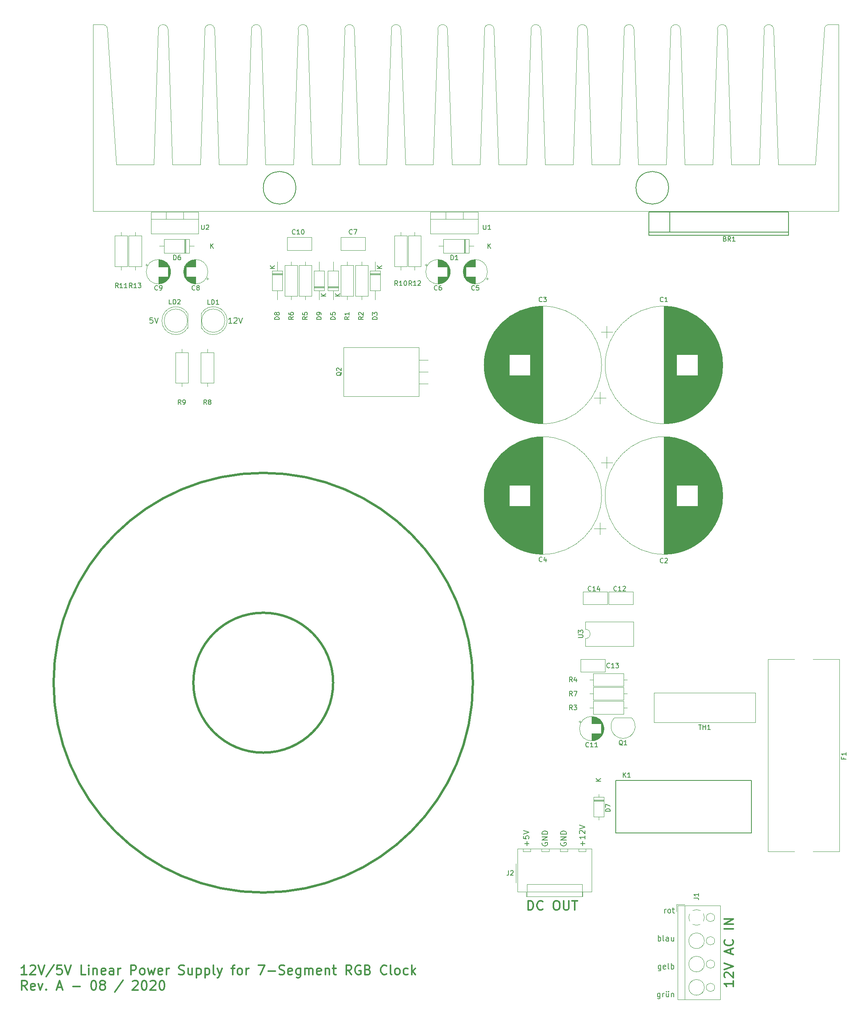
<source format=gbr>
G04 #@! TF.GenerationSoftware,KiCad,Pcbnew,5.1.6*
G04 #@! TF.CreationDate,2020-07-29T11:54:06+02:00*
G04 #@! TF.ProjectId,Power supply,506f7765-7220-4737-9570-706c792e6b69,rev?*
G04 #@! TF.SameCoordinates,Original*
G04 #@! TF.FileFunction,Legend,Top*
G04 #@! TF.FilePolarity,Positive*
%FSLAX46Y46*%
G04 Gerber Fmt 4.6, Leading zero omitted, Abs format (unit mm)*
G04 Created by KiCad (PCBNEW 5.1.6) date 2020-07-29 11:54:06*
%MOMM*%
%LPD*%
G01*
G04 APERTURE LIST*
%ADD10C,0.200000*%
%ADD11C,0.300000*%
%ADD12C,0.500000*%
%ADD13C,0.120000*%
%ADD14C,0.150000*%
%ADD15C,0.100000*%
G04 APERTURE END LIST*
D10*
X70257142Y-133042857D02*
X69571428Y-133042857D01*
X69914285Y-133042857D02*
X69914285Y-131842857D01*
X69800000Y-132014285D01*
X69685714Y-132128571D01*
X69571428Y-132185714D01*
X70714285Y-131957142D02*
X70771428Y-131900000D01*
X70885714Y-131842857D01*
X71171428Y-131842857D01*
X71285714Y-131900000D01*
X71342857Y-131957142D01*
X71400000Y-132071428D01*
X71400000Y-132185714D01*
X71342857Y-132357142D01*
X70657142Y-133042857D01*
X71400000Y-133042857D01*
X71742857Y-131842857D02*
X72142857Y-133042857D01*
X72542857Y-131842857D01*
X53271428Y-131842857D02*
X52700000Y-131842857D01*
X52642857Y-132414285D01*
X52700000Y-132357142D01*
X52814285Y-132300000D01*
X53100000Y-132300000D01*
X53214285Y-132357142D01*
X53271428Y-132414285D01*
X53328571Y-132528571D01*
X53328571Y-132814285D01*
X53271428Y-132928571D01*
X53214285Y-132985714D01*
X53100000Y-133042857D01*
X52814285Y-133042857D01*
X52700000Y-132985714D01*
X52642857Y-132928571D01*
X53671428Y-131842857D02*
X54071428Y-133042857D01*
X54471428Y-131842857D01*
D11*
X26218809Y-272754761D02*
X25075952Y-272754761D01*
X25647380Y-272754761D02*
X25647380Y-270754761D01*
X25456904Y-271040476D01*
X25266428Y-271230952D01*
X25075952Y-271326190D01*
X26980714Y-270945238D02*
X27075952Y-270850000D01*
X27266428Y-270754761D01*
X27742619Y-270754761D01*
X27933095Y-270850000D01*
X28028333Y-270945238D01*
X28123571Y-271135714D01*
X28123571Y-271326190D01*
X28028333Y-271611904D01*
X26885476Y-272754761D01*
X28123571Y-272754761D01*
X28695000Y-270754761D02*
X29361666Y-272754761D01*
X30028333Y-270754761D01*
X32123571Y-270659523D02*
X30409285Y-273230952D01*
X33742619Y-270754761D02*
X32790238Y-270754761D01*
X32695000Y-271707142D01*
X32790238Y-271611904D01*
X32980714Y-271516666D01*
X33456904Y-271516666D01*
X33647380Y-271611904D01*
X33742619Y-271707142D01*
X33837857Y-271897619D01*
X33837857Y-272373809D01*
X33742619Y-272564285D01*
X33647380Y-272659523D01*
X33456904Y-272754761D01*
X32980714Y-272754761D01*
X32790238Y-272659523D01*
X32695000Y-272564285D01*
X34409285Y-270754761D02*
X35075952Y-272754761D01*
X35742619Y-270754761D01*
X38885476Y-272754761D02*
X37933095Y-272754761D01*
X37933095Y-270754761D01*
X39552142Y-272754761D02*
X39552142Y-271421428D01*
X39552142Y-270754761D02*
X39456904Y-270850000D01*
X39552142Y-270945238D01*
X39647380Y-270850000D01*
X39552142Y-270754761D01*
X39552142Y-270945238D01*
X40504523Y-271421428D02*
X40504523Y-272754761D01*
X40504523Y-271611904D02*
X40599761Y-271516666D01*
X40790238Y-271421428D01*
X41075952Y-271421428D01*
X41266428Y-271516666D01*
X41361666Y-271707142D01*
X41361666Y-272754761D01*
X43075952Y-272659523D02*
X42885476Y-272754761D01*
X42504523Y-272754761D01*
X42314047Y-272659523D01*
X42218809Y-272469047D01*
X42218809Y-271707142D01*
X42314047Y-271516666D01*
X42504523Y-271421428D01*
X42885476Y-271421428D01*
X43075952Y-271516666D01*
X43171190Y-271707142D01*
X43171190Y-271897619D01*
X42218809Y-272088095D01*
X44885476Y-272754761D02*
X44885476Y-271707142D01*
X44790238Y-271516666D01*
X44599761Y-271421428D01*
X44218809Y-271421428D01*
X44028333Y-271516666D01*
X44885476Y-272659523D02*
X44695000Y-272754761D01*
X44218809Y-272754761D01*
X44028333Y-272659523D01*
X43933095Y-272469047D01*
X43933095Y-272278571D01*
X44028333Y-272088095D01*
X44218809Y-271992857D01*
X44695000Y-271992857D01*
X44885476Y-271897619D01*
X45837857Y-272754761D02*
X45837857Y-271421428D01*
X45837857Y-271802380D02*
X45933095Y-271611904D01*
X46028333Y-271516666D01*
X46218809Y-271421428D01*
X46409285Y-271421428D01*
X48599761Y-272754761D02*
X48599761Y-270754761D01*
X49361666Y-270754761D01*
X49552142Y-270850000D01*
X49647380Y-270945238D01*
X49742619Y-271135714D01*
X49742619Y-271421428D01*
X49647380Y-271611904D01*
X49552142Y-271707142D01*
X49361666Y-271802380D01*
X48599761Y-271802380D01*
X50885476Y-272754761D02*
X50695000Y-272659523D01*
X50599761Y-272564285D01*
X50504523Y-272373809D01*
X50504523Y-271802380D01*
X50599761Y-271611904D01*
X50695000Y-271516666D01*
X50885476Y-271421428D01*
X51171190Y-271421428D01*
X51361666Y-271516666D01*
X51456904Y-271611904D01*
X51552142Y-271802380D01*
X51552142Y-272373809D01*
X51456904Y-272564285D01*
X51361666Y-272659523D01*
X51171190Y-272754761D01*
X50885476Y-272754761D01*
X52218809Y-271421428D02*
X52599761Y-272754761D01*
X52980714Y-271802380D01*
X53361666Y-272754761D01*
X53742619Y-271421428D01*
X55266428Y-272659523D02*
X55075952Y-272754761D01*
X54695000Y-272754761D01*
X54504523Y-272659523D01*
X54409285Y-272469047D01*
X54409285Y-271707142D01*
X54504523Y-271516666D01*
X54695000Y-271421428D01*
X55075952Y-271421428D01*
X55266428Y-271516666D01*
X55361666Y-271707142D01*
X55361666Y-271897619D01*
X54409285Y-272088095D01*
X56218809Y-272754761D02*
X56218809Y-271421428D01*
X56218809Y-271802380D02*
X56314047Y-271611904D01*
X56409285Y-271516666D01*
X56599761Y-271421428D01*
X56790238Y-271421428D01*
X58885476Y-272659523D02*
X59171190Y-272754761D01*
X59647380Y-272754761D01*
X59837857Y-272659523D01*
X59933095Y-272564285D01*
X60028333Y-272373809D01*
X60028333Y-272183333D01*
X59933095Y-271992857D01*
X59837857Y-271897619D01*
X59647380Y-271802380D01*
X59266428Y-271707142D01*
X59075952Y-271611904D01*
X58980714Y-271516666D01*
X58885476Y-271326190D01*
X58885476Y-271135714D01*
X58980714Y-270945238D01*
X59075952Y-270850000D01*
X59266428Y-270754761D01*
X59742619Y-270754761D01*
X60028333Y-270850000D01*
X61742619Y-271421428D02*
X61742619Y-272754761D01*
X60885476Y-271421428D02*
X60885476Y-272469047D01*
X60980714Y-272659523D01*
X61171190Y-272754761D01*
X61456904Y-272754761D01*
X61647380Y-272659523D01*
X61742619Y-272564285D01*
X62694999Y-271421428D02*
X62694999Y-273421428D01*
X62694999Y-271516666D02*
X62885476Y-271421428D01*
X63266428Y-271421428D01*
X63456904Y-271516666D01*
X63552142Y-271611904D01*
X63647380Y-271802380D01*
X63647380Y-272373809D01*
X63552142Y-272564285D01*
X63456904Y-272659523D01*
X63266428Y-272754761D01*
X62885476Y-272754761D01*
X62694999Y-272659523D01*
X64504523Y-271421428D02*
X64504523Y-273421428D01*
X64504523Y-271516666D02*
X64694999Y-271421428D01*
X65075952Y-271421428D01*
X65266428Y-271516666D01*
X65361666Y-271611904D01*
X65456904Y-271802380D01*
X65456904Y-272373809D01*
X65361666Y-272564285D01*
X65266428Y-272659523D01*
X65075952Y-272754761D01*
X64694999Y-272754761D01*
X64504523Y-272659523D01*
X66599761Y-272754761D02*
X66409285Y-272659523D01*
X66314047Y-272469047D01*
X66314047Y-270754761D01*
X67171190Y-271421428D02*
X67647380Y-272754761D01*
X68123571Y-271421428D02*
X67647380Y-272754761D01*
X67456904Y-273230952D01*
X67361666Y-273326190D01*
X67171190Y-273421428D01*
X70123571Y-271421428D02*
X70885476Y-271421428D01*
X70409285Y-272754761D02*
X70409285Y-271040476D01*
X70504523Y-270850000D01*
X70694999Y-270754761D01*
X70885476Y-270754761D01*
X71837857Y-272754761D02*
X71647380Y-272659523D01*
X71552142Y-272564285D01*
X71456904Y-272373809D01*
X71456904Y-271802380D01*
X71552142Y-271611904D01*
X71647380Y-271516666D01*
X71837857Y-271421428D01*
X72123571Y-271421428D01*
X72314047Y-271516666D01*
X72409285Y-271611904D01*
X72504523Y-271802380D01*
X72504523Y-272373809D01*
X72409285Y-272564285D01*
X72314047Y-272659523D01*
X72123571Y-272754761D01*
X71837857Y-272754761D01*
X73361666Y-272754761D02*
X73361666Y-271421428D01*
X73361666Y-271802380D02*
X73456904Y-271611904D01*
X73552142Y-271516666D01*
X73742619Y-271421428D01*
X73933095Y-271421428D01*
X75933095Y-270754761D02*
X77266428Y-270754761D01*
X76409285Y-272754761D01*
X78028333Y-271992857D02*
X79552142Y-271992857D01*
X80409285Y-272659523D02*
X80694999Y-272754761D01*
X81171190Y-272754761D01*
X81361666Y-272659523D01*
X81456904Y-272564285D01*
X81552142Y-272373809D01*
X81552142Y-272183333D01*
X81456904Y-271992857D01*
X81361666Y-271897619D01*
X81171190Y-271802380D01*
X80790238Y-271707142D01*
X80599761Y-271611904D01*
X80504523Y-271516666D01*
X80409285Y-271326190D01*
X80409285Y-271135714D01*
X80504523Y-270945238D01*
X80599761Y-270850000D01*
X80790238Y-270754761D01*
X81266428Y-270754761D01*
X81552142Y-270850000D01*
X83171190Y-272659523D02*
X82980714Y-272754761D01*
X82599761Y-272754761D01*
X82409285Y-272659523D01*
X82314047Y-272469047D01*
X82314047Y-271707142D01*
X82409285Y-271516666D01*
X82599761Y-271421428D01*
X82980714Y-271421428D01*
X83171190Y-271516666D01*
X83266428Y-271707142D01*
X83266428Y-271897619D01*
X82314047Y-272088095D01*
X84980714Y-271421428D02*
X84980714Y-273040476D01*
X84885476Y-273230952D01*
X84790238Y-273326190D01*
X84599761Y-273421428D01*
X84314047Y-273421428D01*
X84123571Y-273326190D01*
X84980714Y-272659523D02*
X84790238Y-272754761D01*
X84409285Y-272754761D01*
X84218809Y-272659523D01*
X84123571Y-272564285D01*
X84028333Y-272373809D01*
X84028333Y-271802380D01*
X84123571Y-271611904D01*
X84218809Y-271516666D01*
X84409285Y-271421428D01*
X84790238Y-271421428D01*
X84980714Y-271516666D01*
X85933095Y-272754761D02*
X85933095Y-271421428D01*
X85933095Y-271611904D02*
X86028333Y-271516666D01*
X86218809Y-271421428D01*
X86504523Y-271421428D01*
X86694999Y-271516666D01*
X86790238Y-271707142D01*
X86790238Y-272754761D01*
X86790238Y-271707142D02*
X86885476Y-271516666D01*
X87075952Y-271421428D01*
X87361666Y-271421428D01*
X87552142Y-271516666D01*
X87647380Y-271707142D01*
X87647380Y-272754761D01*
X89361666Y-272659523D02*
X89171190Y-272754761D01*
X88790238Y-272754761D01*
X88599761Y-272659523D01*
X88504523Y-272469047D01*
X88504523Y-271707142D01*
X88599761Y-271516666D01*
X88790238Y-271421428D01*
X89171190Y-271421428D01*
X89361666Y-271516666D01*
X89456904Y-271707142D01*
X89456904Y-271897619D01*
X88504523Y-272088095D01*
X90314047Y-271421428D02*
X90314047Y-272754761D01*
X90314047Y-271611904D02*
X90409285Y-271516666D01*
X90599761Y-271421428D01*
X90885476Y-271421428D01*
X91075952Y-271516666D01*
X91171190Y-271707142D01*
X91171190Y-272754761D01*
X91837857Y-271421428D02*
X92599761Y-271421428D01*
X92123571Y-270754761D02*
X92123571Y-272469047D01*
X92218809Y-272659523D01*
X92409285Y-272754761D01*
X92599761Y-272754761D01*
X95933095Y-272754761D02*
X95266428Y-271802380D01*
X94790238Y-272754761D02*
X94790238Y-270754761D01*
X95552142Y-270754761D01*
X95742619Y-270850000D01*
X95837857Y-270945238D01*
X95933095Y-271135714D01*
X95933095Y-271421428D01*
X95837857Y-271611904D01*
X95742619Y-271707142D01*
X95552142Y-271802380D01*
X94790238Y-271802380D01*
X97837857Y-270850000D02*
X97647380Y-270754761D01*
X97361666Y-270754761D01*
X97075952Y-270850000D01*
X96885476Y-271040476D01*
X96790238Y-271230952D01*
X96694999Y-271611904D01*
X96694999Y-271897619D01*
X96790238Y-272278571D01*
X96885476Y-272469047D01*
X97075952Y-272659523D01*
X97361666Y-272754761D01*
X97552142Y-272754761D01*
X97837857Y-272659523D01*
X97933095Y-272564285D01*
X97933095Y-271897619D01*
X97552142Y-271897619D01*
X99456904Y-271707142D02*
X99742619Y-271802380D01*
X99837857Y-271897619D01*
X99933095Y-272088095D01*
X99933095Y-272373809D01*
X99837857Y-272564285D01*
X99742619Y-272659523D01*
X99552142Y-272754761D01*
X98790238Y-272754761D01*
X98790238Y-270754761D01*
X99456904Y-270754761D01*
X99647380Y-270850000D01*
X99742619Y-270945238D01*
X99837857Y-271135714D01*
X99837857Y-271326190D01*
X99742619Y-271516666D01*
X99647380Y-271611904D01*
X99456904Y-271707142D01*
X98790238Y-271707142D01*
X103456904Y-272564285D02*
X103361666Y-272659523D01*
X103075952Y-272754761D01*
X102885476Y-272754761D01*
X102599761Y-272659523D01*
X102409285Y-272469047D01*
X102314047Y-272278571D01*
X102218809Y-271897619D01*
X102218809Y-271611904D01*
X102314047Y-271230952D01*
X102409285Y-271040476D01*
X102599761Y-270850000D01*
X102885476Y-270754761D01*
X103075952Y-270754761D01*
X103361666Y-270850000D01*
X103456904Y-270945238D01*
X104599761Y-272754761D02*
X104409285Y-272659523D01*
X104314047Y-272469047D01*
X104314047Y-270754761D01*
X105647380Y-272754761D02*
X105456904Y-272659523D01*
X105361666Y-272564285D01*
X105266428Y-272373809D01*
X105266428Y-271802380D01*
X105361666Y-271611904D01*
X105456904Y-271516666D01*
X105647380Y-271421428D01*
X105933095Y-271421428D01*
X106123571Y-271516666D01*
X106218809Y-271611904D01*
X106314047Y-271802380D01*
X106314047Y-272373809D01*
X106218809Y-272564285D01*
X106123571Y-272659523D01*
X105933095Y-272754761D01*
X105647380Y-272754761D01*
X108028333Y-272659523D02*
X107837857Y-272754761D01*
X107456904Y-272754761D01*
X107266428Y-272659523D01*
X107171190Y-272564285D01*
X107075952Y-272373809D01*
X107075952Y-271802380D01*
X107171190Y-271611904D01*
X107266428Y-271516666D01*
X107456904Y-271421428D01*
X107837857Y-271421428D01*
X108028333Y-271516666D01*
X108885476Y-272754761D02*
X108885476Y-270754761D01*
X109075952Y-271992857D02*
X109647380Y-272754761D01*
X109647380Y-271421428D02*
X108885476Y-272183333D01*
X26314047Y-276054761D02*
X25647380Y-275102380D01*
X25171190Y-276054761D02*
X25171190Y-274054761D01*
X25933095Y-274054761D01*
X26123571Y-274150000D01*
X26218809Y-274245238D01*
X26314047Y-274435714D01*
X26314047Y-274721428D01*
X26218809Y-274911904D01*
X26123571Y-275007142D01*
X25933095Y-275102380D01*
X25171190Y-275102380D01*
X27933095Y-275959523D02*
X27742619Y-276054761D01*
X27361666Y-276054761D01*
X27171190Y-275959523D01*
X27075952Y-275769047D01*
X27075952Y-275007142D01*
X27171190Y-274816666D01*
X27361666Y-274721428D01*
X27742619Y-274721428D01*
X27933095Y-274816666D01*
X28028333Y-275007142D01*
X28028333Y-275197619D01*
X27075952Y-275388095D01*
X28695000Y-274721428D02*
X29171190Y-276054761D01*
X29647380Y-274721428D01*
X30409285Y-275864285D02*
X30504523Y-275959523D01*
X30409285Y-276054761D01*
X30314047Y-275959523D01*
X30409285Y-275864285D01*
X30409285Y-276054761D01*
X32790238Y-275483333D02*
X33742619Y-275483333D01*
X32599761Y-276054761D02*
X33266428Y-274054761D01*
X33933095Y-276054761D01*
X36123571Y-275292857D02*
X37647380Y-275292857D01*
X40504523Y-274054761D02*
X40695000Y-274054761D01*
X40885476Y-274150000D01*
X40980714Y-274245238D01*
X41075952Y-274435714D01*
X41171190Y-274816666D01*
X41171190Y-275292857D01*
X41075952Y-275673809D01*
X40980714Y-275864285D01*
X40885476Y-275959523D01*
X40695000Y-276054761D01*
X40504523Y-276054761D01*
X40314047Y-275959523D01*
X40218809Y-275864285D01*
X40123571Y-275673809D01*
X40028333Y-275292857D01*
X40028333Y-274816666D01*
X40123571Y-274435714D01*
X40218809Y-274245238D01*
X40314047Y-274150000D01*
X40504523Y-274054761D01*
X42314047Y-274911904D02*
X42123571Y-274816666D01*
X42028333Y-274721428D01*
X41933095Y-274530952D01*
X41933095Y-274435714D01*
X42028333Y-274245238D01*
X42123571Y-274150000D01*
X42314047Y-274054761D01*
X42695000Y-274054761D01*
X42885476Y-274150000D01*
X42980714Y-274245238D01*
X43075952Y-274435714D01*
X43075952Y-274530952D01*
X42980714Y-274721428D01*
X42885476Y-274816666D01*
X42695000Y-274911904D01*
X42314047Y-274911904D01*
X42123571Y-275007142D01*
X42028333Y-275102380D01*
X41933095Y-275292857D01*
X41933095Y-275673809D01*
X42028333Y-275864285D01*
X42123571Y-275959523D01*
X42314047Y-276054761D01*
X42695000Y-276054761D01*
X42885476Y-275959523D01*
X42980714Y-275864285D01*
X43075952Y-275673809D01*
X43075952Y-275292857D01*
X42980714Y-275102380D01*
X42885476Y-275007142D01*
X42695000Y-274911904D01*
X46885476Y-273959523D02*
X45171190Y-276530952D01*
X48980714Y-274245238D02*
X49075952Y-274150000D01*
X49266428Y-274054761D01*
X49742619Y-274054761D01*
X49933095Y-274150000D01*
X50028333Y-274245238D01*
X50123571Y-274435714D01*
X50123571Y-274626190D01*
X50028333Y-274911904D01*
X48885476Y-276054761D01*
X50123571Y-276054761D01*
X51361666Y-274054761D02*
X51552142Y-274054761D01*
X51742619Y-274150000D01*
X51837857Y-274245238D01*
X51933095Y-274435714D01*
X52028333Y-274816666D01*
X52028333Y-275292857D01*
X51933095Y-275673809D01*
X51837857Y-275864285D01*
X51742619Y-275959523D01*
X51552142Y-276054761D01*
X51361666Y-276054761D01*
X51171190Y-275959523D01*
X51075952Y-275864285D01*
X50980714Y-275673809D01*
X50885476Y-275292857D01*
X50885476Y-274816666D01*
X50980714Y-274435714D01*
X51075952Y-274245238D01*
X51171190Y-274150000D01*
X51361666Y-274054761D01*
X52790238Y-274245238D02*
X52885476Y-274150000D01*
X53075952Y-274054761D01*
X53552142Y-274054761D01*
X53742619Y-274150000D01*
X53837857Y-274245238D01*
X53933095Y-274435714D01*
X53933095Y-274626190D01*
X53837857Y-274911904D01*
X52694999Y-276054761D01*
X53933095Y-276054761D01*
X55171190Y-274054761D02*
X55361666Y-274054761D01*
X55552142Y-274150000D01*
X55647380Y-274245238D01*
X55742619Y-274435714D01*
X55837857Y-274816666D01*
X55837857Y-275292857D01*
X55742619Y-275673809D01*
X55647380Y-275864285D01*
X55552142Y-275959523D01*
X55361666Y-276054761D01*
X55171190Y-276054761D01*
X54980714Y-275959523D01*
X54885476Y-275864285D01*
X54790238Y-275673809D01*
X54694999Y-275292857D01*
X54694999Y-274816666D01*
X54790238Y-274435714D01*
X54885476Y-274245238D01*
X54980714Y-274150000D01*
X55171190Y-274054761D01*
X133857142Y-258904761D02*
X133857142Y-256904761D01*
X134333333Y-256904761D01*
X134619047Y-257000000D01*
X134809523Y-257190476D01*
X134904761Y-257380952D01*
X135000000Y-257761904D01*
X135000000Y-258047619D01*
X134904761Y-258428571D01*
X134809523Y-258619047D01*
X134619047Y-258809523D01*
X134333333Y-258904761D01*
X133857142Y-258904761D01*
X137000000Y-258714285D02*
X136904761Y-258809523D01*
X136619047Y-258904761D01*
X136428571Y-258904761D01*
X136142857Y-258809523D01*
X135952380Y-258619047D01*
X135857142Y-258428571D01*
X135761904Y-258047619D01*
X135761904Y-257761904D01*
X135857142Y-257380952D01*
X135952380Y-257190476D01*
X136142857Y-257000000D01*
X136428571Y-256904761D01*
X136619047Y-256904761D01*
X136904761Y-257000000D01*
X137000000Y-257095238D01*
X139761904Y-256904761D02*
X140142857Y-256904761D01*
X140333333Y-257000000D01*
X140523809Y-257190476D01*
X140619047Y-257571428D01*
X140619047Y-258238095D01*
X140523809Y-258619047D01*
X140333333Y-258809523D01*
X140142857Y-258904761D01*
X139761904Y-258904761D01*
X139571428Y-258809523D01*
X139380952Y-258619047D01*
X139285714Y-258238095D01*
X139285714Y-257571428D01*
X139380952Y-257190476D01*
X139571428Y-257000000D01*
X139761904Y-256904761D01*
X141476190Y-256904761D02*
X141476190Y-258523809D01*
X141571428Y-258714285D01*
X141666666Y-258809523D01*
X141857142Y-258904761D01*
X142238095Y-258904761D01*
X142428571Y-258809523D01*
X142523809Y-258714285D01*
X142619047Y-258523809D01*
X142619047Y-256904761D01*
X143285714Y-256904761D02*
X144428571Y-256904761D01*
X143857142Y-258904761D02*
X143857142Y-256904761D01*
X177904761Y-274142857D02*
X177904761Y-275285714D01*
X177904761Y-274714285D02*
X175904761Y-274714285D01*
X176190476Y-274904761D01*
X176380952Y-275095238D01*
X176476190Y-275285714D01*
X176095238Y-273380952D02*
X176000000Y-273285714D01*
X175904761Y-273095238D01*
X175904761Y-272619047D01*
X176000000Y-272428571D01*
X176095238Y-272333333D01*
X176285714Y-272238095D01*
X176476190Y-272238095D01*
X176761904Y-272333333D01*
X177904761Y-273476190D01*
X177904761Y-272238095D01*
X175904761Y-271666666D02*
X177904761Y-271000000D01*
X175904761Y-270333333D01*
X177333333Y-268238095D02*
X177333333Y-267285714D01*
X177904761Y-268428571D02*
X175904761Y-267761904D01*
X177904761Y-267095238D01*
X177714285Y-265285714D02*
X177809523Y-265380952D01*
X177904761Y-265666666D01*
X177904761Y-265857142D01*
X177809523Y-266142857D01*
X177619047Y-266333333D01*
X177428571Y-266428571D01*
X177047619Y-266523809D01*
X176761904Y-266523809D01*
X176380952Y-266428571D01*
X176190476Y-266333333D01*
X176000000Y-266142857D01*
X175904761Y-265857142D01*
X175904761Y-265666666D01*
X176000000Y-265380952D01*
X176095238Y-265285714D01*
X177904761Y-262904761D02*
X175904761Y-262904761D01*
X177904761Y-261952380D02*
X175904761Y-261952380D01*
X177904761Y-260809523D01*
X175904761Y-260809523D01*
D10*
X133585714Y-245084285D02*
X133585714Y-244170000D01*
X134042857Y-244627142D02*
X133128571Y-244627142D01*
X132842857Y-243027142D02*
X132842857Y-243598571D01*
X133414285Y-243655714D01*
X133357142Y-243598571D01*
X133300000Y-243484285D01*
X133300000Y-243198571D01*
X133357142Y-243084285D01*
X133414285Y-243027142D01*
X133528571Y-242970000D01*
X133814285Y-242970000D01*
X133928571Y-243027142D01*
X133985714Y-243084285D01*
X134042857Y-243198571D01*
X134042857Y-243484285D01*
X133985714Y-243598571D01*
X133928571Y-243655714D01*
X132842857Y-242627142D02*
X134042857Y-242227142D01*
X132842857Y-241827142D01*
X136900000Y-244455714D02*
X136842857Y-244570000D01*
X136842857Y-244741428D01*
X136900000Y-244912857D01*
X137014285Y-245027142D01*
X137128571Y-245084285D01*
X137357142Y-245141428D01*
X137528571Y-245141428D01*
X137757142Y-245084285D01*
X137871428Y-245027142D01*
X137985714Y-244912857D01*
X138042857Y-244741428D01*
X138042857Y-244627142D01*
X137985714Y-244455714D01*
X137928571Y-244398571D01*
X137528571Y-244398571D01*
X137528571Y-244627142D01*
X138042857Y-243884285D02*
X136842857Y-243884285D01*
X138042857Y-243198571D01*
X136842857Y-243198571D01*
X138042857Y-242627142D02*
X136842857Y-242627142D01*
X136842857Y-242341428D01*
X136900000Y-242170000D01*
X137014285Y-242055714D01*
X137128571Y-241998571D01*
X137357142Y-241941428D01*
X137528571Y-241941428D01*
X137757142Y-241998571D01*
X137871428Y-242055714D01*
X137985714Y-242170000D01*
X138042857Y-242341428D01*
X138042857Y-242627142D01*
X140900000Y-244455714D02*
X140842857Y-244570000D01*
X140842857Y-244741428D01*
X140900000Y-244912857D01*
X141014285Y-245027142D01*
X141128571Y-245084285D01*
X141357142Y-245141428D01*
X141528571Y-245141428D01*
X141757142Y-245084285D01*
X141871428Y-245027142D01*
X141985714Y-244912857D01*
X142042857Y-244741428D01*
X142042857Y-244627142D01*
X141985714Y-244455714D01*
X141928571Y-244398571D01*
X141528571Y-244398571D01*
X141528571Y-244627142D01*
X142042857Y-243884285D02*
X140842857Y-243884285D01*
X142042857Y-243198571D01*
X140842857Y-243198571D01*
X142042857Y-242627142D02*
X140842857Y-242627142D01*
X140842857Y-242341428D01*
X140900000Y-242170000D01*
X141014285Y-242055714D01*
X141128571Y-241998571D01*
X141357142Y-241941428D01*
X141528571Y-241941428D01*
X141757142Y-241998571D01*
X141871428Y-242055714D01*
X141985714Y-242170000D01*
X142042857Y-242341428D01*
X142042857Y-242627142D01*
X145585714Y-245084285D02*
X145585714Y-244170000D01*
X146042857Y-244627142D02*
X145128571Y-244627142D01*
X146042857Y-242970000D02*
X146042857Y-243655714D01*
X146042857Y-243312857D02*
X144842857Y-243312857D01*
X145014285Y-243427142D01*
X145128571Y-243541428D01*
X145185714Y-243655714D01*
X144957142Y-242512857D02*
X144900000Y-242455714D01*
X144842857Y-242341428D01*
X144842857Y-242055714D01*
X144900000Y-241941428D01*
X144957142Y-241884285D01*
X145071428Y-241827142D01*
X145185714Y-241827142D01*
X145357142Y-241884285D01*
X146042857Y-242570000D01*
X146042857Y-241827142D01*
X144842857Y-241484285D02*
X146042857Y-241084285D01*
X144842857Y-240684285D01*
X163141428Y-259542857D02*
X163141428Y-258742857D01*
X163141428Y-258971428D02*
X163198571Y-258857142D01*
X163255714Y-258800000D01*
X163370000Y-258742857D01*
X163484285Y-258742857D01*
X164055714Y-259542857D02*
X163941428Y-259485714D01*
X163884285Y-259428571D01*
X163827142Y-259314285D01*
X163827142Y-258971428D01*
X163884285Y-258857142D01*
X163941428Y-258800000D01*
X164055714Y-258742857D01*
X164227142Y-258742857D01*
X164341428Y-258800000D01*
X164398571Y-258857142D01*
X164455714Y-258971428D01*
X164455714Y-259314285D01*
X164398571Y-259428571D01*
X164341428Y-259485714D01*
X164227142Y-259542857D01*
X164055714Y-259542857D01*
X164798571Y-258742857D02*
X165255714Y-258742857D01*
X164970000Y-258342857D02*
X164970000Y-259371428D01*
X165027142Y-259485714D01*
X165141428Y-259542857D01*
X165255714Y-259542857D01*
X161770000Y-265542857D02*
X161770000Y-264342857D01*
X161770000Y-264800000D02*
X161884285Y-264742857D01*
X162112857Y-264742857D01*
X162227142Y-264800000D01*
X162284285Y-264857142D01*
X162341428Y-264971428D01*
X162341428Y-265314285D01*
X162284285Y-265428571D01*
X162227142Y-265485714D01*
X162112857Y-265542857D01*
X161884285Y-265542857D01*
X161770000Y-265485714D01*
X163027142Y-265542857D02*
X162912857Y-265485714D01*
X162855714Y-265371428D01*
X162855714Y-264342857D01*
X163998571Y-265542857D02*
X163998571Y-264914285D01*
X163941428Y-264800000D01*
X163827142Y-264742857D01*
X163598571Y-264742857D01*
X163484285Y-264800000D01*
X163998571Y-265485714D02*
X163884285Y-265542857D01*
X163598571Y-265542857D01*
X163484285Y-265485714D01*
X163427142Y-265371428D01*
X163427142Y-265257142D01*
X163484285Y-265142857D01*
X163598571Y-265085714D01*
X163884285Y-265085714D01*
X163998571Y-265028571D01*
X165084285Y-264742857D02*
X165084285Y-265542857D01*
X164570000Y-264742857D02*
X164570000Y-265371428D01*
X164627142Y-265485714D01*
X164741428Y-265542857D01*
X164912857Y-265542857D01*
X165027142Y-265485714D01*
X165084285Y-265428571D01*
X162341428Y-270742857D02*
X162341428Y-271714285D01*
X162284285Y-271828571D01*
X162227142Y-271885714D01*
X162112857Y-271942857D01*
X161941428Y-271942857D01*
X161827142Y-271885714D01*
X162341428Y-271485714D02*
X162227142Y-271542857D01*
X161998571Y-271542857D01*
X161884285Y-271485714D01*
X161827142Y-271428571D01*
X161770000Y-271314285D01*
X161770000Y-270971428D01*
X161827142Y-270857142D01*
X161884285Y-270800000D01*
X161998571Y-270742857D01*
X162227142Y-270742857D01*
X162341428Y-270800000D01*
X163370000Y-271485714D02*
X163255714Y-271542857D01*
X163027142Y-271542857D01*
X162912857Y-271485714D01*
X162855714Y-271371428D01*
X162855714Y-270914285D01*
X162912857Y-270800000D01*
X163027142Y-270742857D01*
X163255714Y-270742857D01*
X163370000Y-270800000D01*
X163427142Y-270914285D01*
X163427142Y-271028571D01*
X162855714Y-271142857D01*
X164112857Y-271542857D02*
X163998571Y-271485714D01*
X163941428Y-271371428D01*
X163941428Y-270342857D01*
X164570000Y-271542857D02*
X164570000Y-270342857D01*
X164570000Y-270800000D02*
X164684285Y-270742857D01*
X164912857Y-270742857D01*
X165027142Y-270800000D01*
X165084285Y-270857142D01*
X165141428Y-270971428D01*
X165141428Y-271314285D01*
X165084285Y-271428571D01*
X165027142Y-271485714D01*
X164912857Y-271542857D01*
X164684285Y-271542857D01*
X164570000Y-271485714D01*
X162170000Y-276742857D02*
X162170000Y-277714285D01*
X162112857Y-277828571D01*
X162055714Y-277885714D01*
X161941428Y-277942857D01*
X161770000Y-277942857D01*
X161655714Y-277885714D01*
X162170000Y-277485714D02*
X162055714Y-277542857D01*
X161827142Y-277542857D01*
X161712857Y-277485714D01*
X161655714Y-277428571D01*
X161598571Y-277314285D01*
X161598571Y-276971428D01*
X161655714Y-276857142D01*
X161712857Y-276800000D01*
X161827142Y-276742857D01*
X162055714Y-276742857D01*
X162170000Y-276800000D01*
X162741428Y-277542857D02*
X162741428Y-276742857D01*
X162741428Y-276971428D02*
X162798571Y-276857142D01*
X162855714Y-276800000D01*
X162970000Y-276742857D01*
X163084285Y-276742857D01*
X163998571Y-276742857D02*
X163998571Y-277542857D01*
X163484285Y-276742857D02*
X163484285Y-277371428D01*
X163541428Y-277485714D01*
X163655714Y-277542857D01*
X163827142Y-277542857D01*
X163941428Y-277485714D01*
X163998571Y-277428571D01*
X163541428Y-276342857D02*
X163598571Y-276400000D01*
X163541428Y-276457142D01*
X163484285Y-276400000D01*
X163541428Y-276342857D01*
X163541428Y-276457142D01*
X163998571Y-276342857D02*
X164055714Y-276400000D01*
X163998571Y-276457142D01*
X163941428Y-276400000D01*
X163998571Y-276342857D01*
X163998571Y-276457142D01*
X164570000Y-276742857D02*
X164570000Y-277542857D01*
X164570000Y-276857142D02*
X164627142Y-276800000D01*
X164741428Y-276742857D01*
X164912857Y-276742857D01*
X165027142Y-276800000D01*
X165084285Y-276914285D01*
X165084285Y-277542857D01*
D12*
X92000000Y-210150000D02*
G75*
G03*
X92000000Y-210150000I-15000000J0D01*
G01*
X122000000Y-210150000D02*
G75*
G03*
X122000000Y-210150000I-45000000J0D01*
G01*
D13*
X191000000Y-205120000D02*
X185370000Y-205120000D01*
X200630000Y-205120000D02*
X195000000Y-205120000D01*
X191000000Y-246380000D02*
X185370000Y-246380000D01*
X200630000Y-246380000D02*
X195000000Y-246380000D01*
X185370000Y-246380000D02*
X185370000Y-205120000D01*
X200630000Y-205120000D02*
X200630000Y-246380000D01*
X110390000Y-140920000D02*
X112350000Y-140920000D01*
X110390000Y-143460000D02*
X112350000Y-143460000D01*
X110390000Y-146000000D02*
X112350000Y-146000000D01*
X94280000Y-138210000D02*
X110390000Y-138210000D01*
X94280000Y-148710000D02*
X110390000Y-148710000D01*
X94280000Y-148710000D02*
X94280000Y-138210000D01*
X110390000Y-148710000D02*
X110390000Y-138210000D01*
D14*
X189750000Y-114150000D02*
X189750000Y-109150000D01*
X189750000Y-109150000D02*
X159750000Y-109150000D01*
X159750000Y-109150000D02*
X159750000Y-114150000D01*
X159750000Y-114150000D02*
X189750000Y-114150000D01*
X159750000Y-113550000D02*
X189750000Y-113550000D01*
X164250000Y-113550000D02*
X164250000Y-109150000D01*
D13*
X48130000Y-120850000D02*
X50870000Y-120850000D01*
X50870000Y-120850000D02*
X50870000Y-114310000D01*
X50870000Y-114310000D02*
X48130000Y-114310000D01*
X48130000Y-114310000D02*
X48130000Y-120850000D01*
X49500000Y-121620000D02*
X49500000Y-120850000D01*
X49500000Y-113540000D02*
X49500000Y-114310000D01*
X108130000Y-120850000D02*
X110870000Y-120850000D01*
X110870000Y-120850000D02*
X110870000Y-114310000D01*
X110870000Y-114310000D02*
X108130000Y-114310000D01*
X108130000Y-114310000D02*
X108130000Y-120850000D01*
X109500000Y-121620000D02*
X109500000Y-120850000D01*
X109500000Y-113540000D02*
X109500000Y-114310000D01*
X47870000Y-114310000D02*
X45130000Y-114310000D01*
X45130000Y-114310000D02*
X45130000Y-120850000D01*
X45130000Y-120850000D02*
X47870000Y-120850000D01*
X47870000Y-120850000D02*
X47870000Y-114310000D01*
X46500000Y-113540000D02*
X46500000Y-114310000D01*
X46500000Y-121620000D02*
X46500000Y-120850000D01*
X107870000Y-114310000D02*
X105130000Y-114310000D01*
X105130000Y-114310000D02*
X105130000Y-120850000D01*
X105130000Y-120850000D02*
X107870000Y-120850000D01*
X107870000Y-120850000D02*
X107870000Y-114310000D01*
X106500000Y-113540000D02*
X106500000Y-114310000D01*
X106500000Y-121620000D02*
X106500000Y-120850000D01*
X59500000Y-146620000D02*
X59500000Y-145850000D01*
X59500000Y-138540000D02*
X59500000Y-139310000D01*
X60870000Y-145850000D02*
X60870000Y-139310000D01*
X58130000Y-145850000D02*
X60870000Y-145850000D01*
X58130000Y-139310000D02*
X58130000Y-145850000D01*
X60870000Y-139310000D02*
X58130000Y-139310000D01*
X65000000Y-146620000D02*
X65000000Y-145850000D01*
X65000000Y-138540000D02*
X65000000Y-139310000D01*
X66370000Y-145850000D02*
X66370000Y-139310000D01*
X63630000Y-145850000D02*
X66370000Y-145850000D01*
X63630000Y-139310000D02*
X63630000Y-145850000D01*
X66370000Y-139310000D02*
X63630000Y-139310000D01*
X60790000Y-134045000D02*
X60790000Y-130955000D01*
X60730000Y-132500000D02*
G75*
G03*
X60730000Y-132500000I-2500000J0D01*
G01*
X55240000Y-132500462D02*
G75*
G02*
X60790000Y-130955170I2990000J462D01*
G01*
X55240000Y-132499538D02*
G75*
G03*
X60790000Y-134044830I2990000J-462D01*
G01*
X63710000Y-130955000D02*
X63710000Y-134045000D01*
X68770000Y-132500000D02*
G75*
G03*
X68770000Y-132500000I-2500000J0D01*
G01*
X69260000Y-132499538D02*
G75*
G02*
X63710000Y-134044830I-2990000J-462D01*
G01*
X69260000Y-132500462D02*
G75*
G03*
X63710000Y-130955170I-2990000J462D01*
G01*
X165700000Y-257700000D02*
X165700000Y-259200000D01*
X167440000Y-257700000D02*
X165700000Y-257700000D01*
X169024000Y-274320000D02*
X168931000Y-274226000D01*
X171275000Y-276570000D02*
X171216000Y-276511000D01*
X168784000Y-274490000D02*
X168726000Y-274431000D01*
X171069000Y-276775000D02*
X170976000Y-276681000D01*
X169024000Y-269320000D02*
X168931000Y-269226000D01*
X171275000Y-271570000D02*
X171216000Y-271511000D01*
X168784000Y-269490000D02*
X168726000Y-269431000D01*
X171069000Y-271775000D02*
X170976000Y-271681000D01*
X169024000Y-264320000D02*
X168931000Y-264226000D01*
X171275000Y-266570000D02*
X171216000Y-266511000D01*
X168784000Y-264490000D02*
X168726000Y-264431000D01*
X171069000Y-266775000D02*
X170976000Y-266681000D01*
X175060000Y-278061000D02*
X165940000Y-278061000D01*
X175060000Y-257940000D02*
X165940000Y-257940000D01*
X165940000Y-257940000D02*
X165940000Y-278061000D01*
X175060000Y-257940000D02*
X175060000Y-278061000D01*
X167500000Y-257940000D02*
X167500000Y-278061000D01*
X173900000Y-275500000D02*
G75*
G03*
X173900000Y-275500000I-900000J0D01*
G01*
X171680000Y-275500000D02*
G75*
G03*
X171680000Y-275500000I-1680000J0D01*
G01*
X173900000Y-270500000D02*
G75*
G03*
X173900000Y-270500000I-900000J0D01*
G01*
X171680000Y-270500000D02*
G75*
G03*
X171680000Y-270500000I-1680000J0D01*
G01*
X173900000Y-265500000D02*
G75*
G03*
X173900000Y-265500000I-900000J0D01*
G01*
X171680000Y-265500000D02*
G75*
G03*
X171680000Y-265500000I-1680000J0D01*
G01*
X173900000Y-260500000D02*
G75*
G03*
X173900000Y-260500000I-900000J0D01*
G01*
X168319550Y-260529383D02*
G75*
G02*
X168516000Y-259711000I1680450J29383D01*
G01*
X169210912Y-259016047D02*
G75*
G02*
X170789000Y-259016000I789088J-1483953D01*
G01*
X171483953Y-259710912D02*
G75*
G02*
X171484000Y-261289000I-1483953J-789088D01*
G01*
X170789088Y-261983953D02*
G75*
G02*
X169211000Y-261984000I-789088J1483953D01*
G01*
X168516648Y-261288712D02*
G75*
G02*
X168320000Y-260500000I1483352J788712D01*
G01*
X146260000Y-246380000D02*
X146260000Y-245780000D01*
X144660000Y-246380000D02*
X146260000Y-246380000D01*
X144660000Y-245780000D02*
X144660000Y-246380000D01*
X142300000Y-246380000D02*
X142300000Y-245780000D01*
X140700000Y-246380000D02*
X142300000Y-246380000D01*
X140700000Y-245780000D02*
X140700000Y-246380000D01*
X138340000Y-246380000D02*
X138340000Y-245780000D01*
X136740000Y-246380000D02*
X138340000Y-246380000D01*
X136740000Y-245780000D02*
X136740000Y-246380000D01*
X134380000Y-246380000D02*
X134380000Y-245780000D01*
X132780000Y-246380000D02*
X134380000Y-246380000D01*
X132780000Y-245780000D02*
X132780000Y-246380000D01*
X145460000Y-253340000D02*
X145460000Y-255010000D01*
X133580000Y-253340000D02*
X145460000Y-253340000D01*
X133580000Y-255010000D02*
X133580000Y-253340000D01*
X145460000Y-255010000D02*
X145460000Y-256010000D01*
X133580000Y-255010000D02*
X145460000Y-255010000D01*
X133580000Y-256010000D02*
X133580000Y-255010000D01*
X131270000Y-249000000D02*
X131270000Y-253000000D01*
X131560000Y-255005000D02*
X131560000Y-245780000D01*
X133465000Y-255005000D02*
X131560000Y-255005000D01*
X133465000Y-256010000D02*
X133465000Y-255005000D01*
X145575000Y-256010000D02*
X133465000Y-256010000D01*
X145575000Y-255005000D02*
X145575000Y-256010000D01*
X147480000Y-255005000D02*
X145575000Y-255005000D01*
X147480000Y-245780000D02*
X147480000Y-255005000D01*
X131560000Y-245780000D02*
X147480000Y-245780000D01*
X150870000Y-190630000D02*
X150870000Y-193370000D01*
X145630000Y-190630000D02*
X145630000Y-193370000D01*
X145630000Y-193370000D02*
X150870000Y-193370000D01*
X145630000Y-190630000D02*
X150870000Y-190630000D01*
X87880000Y-125440000D02*
X90120000Y-125440000D01*
X87880000Y-125200000D02*
X90120000Y-125200000D01*
X87880000Y-125320000D02*
X90120000Y-125320000D01*
X89000000Y-119880000D02*
X89000000Y-121800000D01*
X89000000Y-127960000D02*
X89000000Y-126040000D01*
X87880000Y-121800000D02*
X87880000Y-126040000D01*
X90120000Y-121800000D02*
X87880000Y-121800000D01*
X90120000Y-126040000D02*
X90120000Y-121800000D01*
X87880000Y-126040000D02*
X90120000Y-126040000D01*
X81120000Y-122400000D02*
X78880000Y-122400000D01*
X81120000Y-122640000D02*
X78880000Y-122640000D01*
X81120000Y-122520000D02*
X78880000Y-122520000D01*
X80000000Y-127960000D02*
X80000000Y-126040000D01*
X80000000Y-119880000D02*
X80000000Y-121800000D01*
X81120000Y-126040000D02*
X81120000Y-121800000D01*
X78880000Y-126040000D02*
X81120000Y-126040000D01*
X78880000Y-121800000D02*
X78880000Y-126040000D01*
X81120000Y-121800000D02*
X78880000Y-121800000D01*
X90880000Y-125440000D02*
X93120000Y-125440000D01*
X90880000Y-125200000D02*
X93120000Y-125200000D01*
X90880000Y-125320000D02*
X93120000Y-125320000D01*
X92000000Y-119880000D02*
X92000000Y-121800000D01*
X92000000Y-127960000D02*
X92000000Y-126040000D01*
X90880000Y-121800000D02*
X90880000Y-126040000D01*
X93120000Y-121800000D02*
X90880000Y-121800000D01*
X93120000Y-126040000D02*
X93120000Y-121800000D01*
X90880000Y-126040000D02*
X93120000Y-126040000D01*
X102120000Y-122400000D02*
X99880000Y-122400000D01*
X102120000Y-122640000D02*
X99880000Y-122640000D01*
X102120000Y-122520000D02*
X99880000Y-122520000D01*
X101000000Y-127960000D02*
X101000000Y-126040000D01*
X101000000Y-119880000D02*
X101000000Y-121800000D01*
X102120000Y-126040000D02*
X102120000Y-121800000D01*
X99880000Y-126040000D02*
X102120000Y-126040000D01*
X99880000Y-121800000D02*
X99880000Y-126040000D01*
X102120000Y-121800000D02*
X99880000Y-121800000D01*
X150120000Y-235290000D02*
X147880000Y-235290000D01*
X150120000Y-235530000D02*
X147880000Y-235530000D01*
X150120000Y-235410000D02*
X147880000Y-235410000D01*
X149000000Y-239580000D02*
X149000000Y-238930000D01*
X149000000Y-234040000D02*
X149000000Y-234690000D01*
X150120000Y-238930000D02*
X150120000Y-234690000D01*
X147880000Y-238930000D02*
X150120000Y-238930000D01*
X147880000Y-234690000D02*
X147880000Y-238930000D01*
X150120000Y-234690000D02*
X147880000Y-234690000D01*
D14*
X164000000Y-104000000D02*
G75*
G03*
X164000000Y-104000000I-3500000J0D01*
G01*
X84000000Y-104000000D02*
G75*
G03*
X84000000Y-104000000I-3500000J0D01*
G01*
D15*
X40500000Y-69000000D02*
X42564447Y-69000001D01*
X40500000Y-109000000D02*
X40500000Y-69000000D01*
X200500000Y-109000000D02*
X40500000Y-109000000D01*
X200500000Y-69000000D02*
X200500000Y-109000000D01*
X198435554Y-69000000D02*
X200500000Y-69000000D01*
X195500000Y-99000000D02*
X197437768Y-69933481D01*
X187500000Y-99000001D02*
X195500000Y-99000000D01*
X186532223Y-69966686D02*
X187500000Y-99000001D01*
X185467223Y-69000000D02*
X185532778Y-69000001D01*
X183500000Y-99000001D02*
X184467778Y-69966686D01*
X177500000Y-99000001D02*
X183500000Y-99000001D01*
X176532223Y-69966686D02*
X177500000Y-99000001D01*
X175467223Y-69000000D02*
X175532778Y-69000000D01*
X173500000Y-99000001D02*
X174467778Y-69966686D01*
X167500000Y-99000001D02*
X173500000Y-99000001D01*
X166532223Y-69966686D02*
X167500000Y-99000001D01*
X165467223Y-69000000D02*
X165532778Y-69000000D01*
X163500000Y-99000001D02*
X164467778Y-69966686D01*
X157500000Y-99000001D02*
X163500000Y-99000001D01*
X156532223Y-69966686D02*
X157500000Y-99000001D01*
X155467223Y-69000001D02*
X155532778Y-69000001D01*
X153500000Y-99000001D02*
X154467778Y-69966686D01*
X147500000Y-99000001D02*
X153500000Y-99000001D01*
X146532223Y-69966686D02*
X147500000Y-99000001D01*
X145467223Y-69000001D02*
X145532778Y-69000001D01*
X143500000Y-99000000D02*
X144467778Y-69966686D01*
X137500000Y-99000001D02*
X143500000Y-99000000D01*
X136532223Y-69966686D02*
X137500000Y-99000001D01*
X135467223Y-69000001D02*
X135532778Y-69000001D01*
X133500000Y-99000000D02*
X134467778Y-69966686D01*
X127500000Y-99000001D02*
X133500000Y-99000000D01*
X126532223Y-69966686D02*
X127500000Y-99000001D01*
X125467223Y-69000001D02*
X125532778Y-69000000D01*
X123500000Y-99000000D02*
X124467778Y-69966686D01*
X117500001Y-99000000D02*
X123500000Y-99000000D01*
X116532223Y-69966686D02*
X117500001Y-99000000D01*
X115467223Y-69000001D02*
X115532778Y-69000001D01*
X113500000Y-99000000D02*
X114467778Y-69966686D01*
X107500001Y-99000000D02*
X113500000Y-99000000D01*
X106532223Y-69966686D02*
X107500001Y-99000000D01*
X105467223Y-69000001D02*
X105532778Y-69000001D01*
X103500000Y-99000000D02*
X104467778Y-69966686D01*
X97500001Y-99000001D02*
X103500000Y-99000000D01*
X96532223Y-69966686D02*
X97500001Y-99000001D01*
X95467223Y-69000001D02*
X95532778Y-69000001D01*
X93500000Y-99000000D02*
X94467778Y-69966686D01*
X87500001Y-99000001D02*
X93500000Y-99000000D01*
X86532223Y-69966686D02*
X87500001Y-99000001D01*
X85467223Y-69000001D02*
X85532778Y-69000001D01*
X83500000Y-99000001D02*
X84467778Y-69966686D01*
X77500000Y-99000001D02*
X83500000Y-99000001D01*
X76532223Y-69966686D02*
X77500000Y-99000001D01*
X75467223Y-69000000D02*
X75532778Y-69000000D01*
X73500000Y-99000001D02*
X74467778Y-69966686D01*
X67500000Y-99000001D02*
X73500000Y-99000001D01*
X66532223Y-69966686D02*
X67500000Y-99000001D01*
X65467223Y-69000000D02*
X65532778Y-69000000D01*
X63500000Y-99000001D02*
X64467778Y-69966686D01*
X57500000Y-99000001D02*
X63500000Y-99000001D01*
X56532223Y-69966686D02*
X57500000Y-99000001D01*
X55467223Y-69000000D02*
X55532778Y-69000000D01*
X53500000Y-99000000D02*
X54467778Y-69966686D01*
X45500000Y-99000001D02*
X53500000Y-99000000D01*
X43562233Y-69933481D02*
X45500000Y-99000001D01*
X197437768Y-69933482D02*
G75*
G02*
X198435554Y-69000000I997786J-66519D01*
G01*
X185532778Y-69000001D02*
G75*
G02*
X186532223Y-69966686I0J-1000000D01*
G01*
X184467777Y-69966686D02*
G75*
G02*
X185467223Y-69000000I999446J-33315D01*
G01*
X175532779Y-69000000D02*
G75*
G02*
X176532223Y-69966686I-1J-1000000D01*
G01*
X174467778Y-69966685D02*
G75*
G02*
X175467223Y-69000000I999445J-33315D01*
G01*
X165532779Y-69000000D02*
G75*
G02*
X166532223Y-69966686I-1J-1000000D01*
G01*
X164467778Y-69966685D02*
G75*
G02*
X165467223Y-69000000I999445J-33315D01*
G01*
X155532778Y-69000001D02*
G75*
G02*
X156532223Y-69966686I0J-1000000D01*
G01*
X154467779Y-69966685D02*
G75*
G02*
X155467223Y-69000001I999444J-33315D01*
G01*
X145532778Y-69000001D02*
G75*
G02*
X146532223Y-69966686I0J-1000000D01*
G01*
X144467779Y-69966685D02*
G75*
G02*
X145467223Y-69000001I999444J-33315D01*
G01*
X135532779Y-69000000D02*
G75*
G02*
X136532223Y-69966686I-1J-1000000D01*
G01*
X134467779Y-69966685D02*
G75*
G02*
X135467223Y-69000001I999444J-33315D01*
G01*
X125532779Y-69000000D02*
G75*
G02*
X126532223Y-69966686I-1J-1000000D01*
G01*
X124467779Y-69966685D02*
G75*
G02*
X125467223Y-69000001I999444J-33315D01*
G01*
X115532779Y-69000000D02*
G75*
G02*
X116532223Y-69966686I-1J-1000000D01*
G01*
X114467779Y-69966685D02*
G75*
G02*
X115467223Y-69000001I999444J-33315D01*
G01*
X105532779Y-69000000D02*
G75*
G02*
X106532223Y-69966686I-1J-1000000D01*
G01*
X104467778Y-69966686D02*
G75*
G02*
X105467223Y-69000001I999445J-33315D01*
G01*
X95532779Y-69000000D02*
G75*
G02*
X96532223Y-69966686I-1J-1000000D01*
G01*
X94467779Y-69966685D02*
G75*
G02*
X95467223Y-69000001I999444J-33315D01*
G01*
X85532779Y-69000000D02*
G75*
G02*
X86532223Y-69966686I-1J-1000000D01*
G01*
X84467779Y-69966685D02*
G75*
G02*
X85467223Y-69000001I999444J-33315D01*
G01*
X75532779Y-69000000D02*
G75*
G02*
X76532223Y-69966686I-1J-1000000D01*
G01*
X74467778Y-69966685D02*
G75*
G02*
X75467223Y-69000000I999445J-33315D01*
G01*
X65532779Y-69000000D02*
G75*
G02*
X66532223Y-69966686I-1J-1000000D01*
G01*
X64467778Y-69966685D02*
G75*
G02*
X65467223Y-69000000I999445J-33315D01*
G01*
X55532779Y-69000000D02*
G75*
G02*
X56532223Y-69966686I-1J-1000000D01*
G01*
X54467778Y-69966685D02*
G75*
G02*
X55467223Y-69000000I999445J-33315D01*
G01*
X42564447Y-68999999D02*
G75*
G02*
X43562233Y-69933481I0J-1000001D01*
G01*
D13*
X146170000Y-197040000D02*
X146170000Y-198690000D01*
X156450000Y-197040000D02*
X146170000Y-197040000D01*
X156450000Y-202340000D02*
X156450000Y-197040000D01*
X146170000Y-202340000D02*
X156450000Y-202340000D01*
X146170000Y-200690000D02*
X146170000Y-202340000D01*
X146170000Y-198690000D02*
G75*
G02*
X146170000Y-200690000I0J-1000000D01*
G01*
X59851000Y-109230000D02*
X59851000Y-110740000D01*
X56150000Y-109230000D02*
X56150000Y-110740000D01*
X52880000Y-110740000D02*
X63120000Y-110740000D01*
X63120000Y-109230000D02*
X63120000Y-113871000D01*
X52880000Y-109230000D02*
X52880000Y-113871000D01*
X52880000Y-113871000D02*
X63120000Y-113871000D01*
X52880000Y-109230000D02*
X63120000Y-109230000D01*
X119851000Y-109230000D02*
X119851000Y-110740000D01*
X116150000Y-109230000D02*
X116150000Y-110740000D01*
X112880000Y-110740000D02*
X123120000Y-110740000D01*
X123120000Y-109230000D02*
X123120000Y-113871000D01*
X112880000Y-109230000D02*
X112880000Y-113871000D01*
X112880000Y-113871000D02*
X123120000Y-113871000D01*
X112880000Y-109230000D02*
X123120000Y-109230000D01*
X160888000Y-218635500D02*
X160888000Y-212285500D01*
X182605000Y-218635500D02*
X160888000Y-218635500D01*
X182605000Y-212285500D02*
X182605000Y-218635500D01*
X160888000Y-212285500D02*
X182605000Y-212285500D01*
X147810000Y-211130000D02*
X147810000Y-213870000D01*
X147810000Y-213870000D02*
X154350000Y-213870000D01*
X154350000Y-213870000D02*
X154350000Y-211130000D01*
X154350000Y-211130000D02*
X147810000Y-211130000D01*
X147040000Y-212500000D02*
X147810000Y-212500000D01*
X155120000Y-212500000D02*
X154350000Y-212500000D01*
X83000000Y-119880000D02*
X83000000Y-120650000D01*
X83000000Y-127960000D02*
X83000000Y-127190000D01*
X81630000Y-120650000D02*
X81630000Y-127190000D01*
X84370000Y-120650000D02*
X81630000Y-120650000D01*
X84370000Y-127190000D02*
X84370000Y-120650000D01*
X81630000Y-127190000D02*
X84370000Y-127190000D01*
X147040000Y-209500000D02*
X147810000Y-209500000D01*
X155120000Y-209500000D02*
X154350000Y-209500000D01*
X147810000Y-210870000D02*
X154350000Y-210870000D01*
X147810000Y-208130000D02*
X147810000Y-210870000D01*
X154350000Y-208130000D02*
X147810000Y-208130000D01*
X154350000Y-210870000D02*
X154350000Y-208130000D01*
X147040000Y-215500000D02*
X147810000Y-215500000D01*
X155120000Y-215500000D02*
X154350000Y-215500000D01*
X147810000Y-216870000D02*
X154350000Y-216870000D01*
X147810000Y-214130000D02*
X147810000Y-216870000D01*
X154350000Y-214130000D02*
X147810000Y-214130000D01*
X154350000Y-216870000D02*
X154350000Y-214130000D01*
X86000000Y-127960000D02*
X86000000Y-127190000D01*
X86000000Y-119880000D02*
X86000000Y-120650000D01*
X87370000Y-127190000D02*
X87370000Y-120650000D01*
X84630000Y-127190000D02*
X87370000Y-127190000D01*
X84630000Y-120650000D02*
X84630000Y-127190000D01*
X87370000Y-120650000D02*
X84630000Y-120650000D01*
X96770000Y-127190000D02*
X99510000Y-127190000D01*
X99510000Y-127190000D02*
X99510000Y-120650000D01*
X99510000Y-120650000D02*
X96770000Y-120650000D01*
X96770000Y-120650000D02*
X96770000Y-127190000D01*
X98140000Y-127960000D02*
X98140000Y-127190000D01*
X98140000Y-119880000D02*
X98140000Y-120650000D01*
X95000000Y-127960000D02*
X95000000Y-127190000D01*
X95000000Y-119880000D02*
X95000000Y-120650000D01*
X96370000Y-127190000D02*
X96370000Y-120650000D01*
X93630000Y-127190000D02*
X96370000Y-127190000D01*
X93630000Y-120650000D02*
X93630000Y-127190000D01*
X96370000Y-120650000D02*
X93630000Y-120650000D01*
X156030000Y-217650000D02*
X152430000Y-217650000D01*
X152391522Y-217661522D02*
G75*
G03*
X154230000Y-222100000I1838478J-1838478D01*
G01*
X156068478Y-217661522D02*
G75*
G02*
X154230000Y-222100000I-1838478J-1838478D01*
G01*
D14*
X152700000Y-231100000D02*
X181800000Y-231100000D01*
X152700000Y-242400000D02*
X181800000Y-242400000D01*
X152700000Y-231100000D02*
X152700000Y-242400000D01*
X181800000Y-242400000D02*
X181800000Y-231100000D01*
D13*
X60360000Y-117970000D02*
X60360000Y-115030000D01*
X60120000Y-117970000D02*
X60120000Y-115030000D01*
X60240000Y-117970000D02*
X60240000Y-115030000D01*
X54680000Y-116500000D02*
X55700000Y-116500000D01*
X62160000Y-116500000D02*
X61140000Y-116500000D01*
X55700000Y-117970000D02*
X61140000Y-117970000D01*
X55700000Y-115030000D02*
X55700000Y-117970000D01*
X61140000Y-115030000D02*
X55700000Y-115030000D01*
X61140000Y-117970000D02*
X61140000Y-115030000D01*
X120360000Y-117970000D02*
X120360000Y-115030000D01*
X120120000Y-117970000D02*
X120120000Y-115030000D01*
X120240000Y-117970000D02*
X120240000Y-115030000D01*
X114680000Y-116500000D02*
X115700000Y-116500000D01*
X122160000Y-116500000D02*
X121140000Y-116500000D01*
X115700000Y-117970000D02*
X121140000Y-117970000D01*
X115700000Y-115030000D02*
X115700000Y-117970000D01*
X121140000Y-115030000D02*
X115700000Y-115030000D01*
X121140000Y-117970000D02*
X121140000Y-115030000D01*
X145130000Y-207870000D02*
X145130000Y-205130000D01*
X150370000Y-207870000D02*
X150370000Y-205130000D01*
X150370000Y-205130000D02*
X145130000Y-205130000D01*
X150370000Y-207870000D02*
X145130000Y-207870000D01*
X151130000Y-193370000D02*
X151130000Y-190630000D01*
X156370000Y-193370000D02*
X156370000Y-190630000D01*
X156370000Y-190630000D02*
X151130000Y-190630000D01*
X156370000Y-193370000D02*
X151130000Y-193370000D01*
X144945225Y-218275000D02*
X144945225Y-218775000D01*
X144695225Y-218525000D02*
X145195225Y-218525000D01*
X150101000Y-219716000D02*
X150101000Y-220284000D01*
X150061000Y-219482000D02*
X150061000Y-220518000D01*
X150021000Y-219323000D02*
X150021000Y-220677000D01*
X149981000Y-219195000D02*
X149981000Y-220805000D01*
X149941000Y-219085000D02*
X149941000Y-220915000D01*
X149901000Y-218989000D02*
X149901000Y-221011000D01*
X149861000Y-218902000D02*
X149861000Y-221098000D01*
X149821000Y-218822000D02*
X149821000Y-221178000D01*
X149781000Y-218749000D02*
X149781000Y-221251000D01*
X149741000Y-218681000D02*
X149741000Y-221319000D01*
X149701000Y-218617000D02*
X149701000Y-221383000D01*
X149661000Y-218557000D02*
X149661000Y-221443000D01*
X149621000Y-218500000D02*
X149621000Y-221500000D01*
X149581000Y-218446000D02*
X149581000Y-221554000D01*
X149541000Y-218395000D02*
X149541000Y-221605000D01*
X149501000Y-221040000D02*
X149501000Y-221653000D01*
X149501000Y-218347000D02*
X149501000Y-218960000D01*
X149461000Y-221040000D02*
X149461000Y-221699000D01*
X149461000Y-218301000D02*
X149461000Y-218960000D01*
X149421000Y-221040000D02*
X149421000Y-221743000D01*
X149421000Y-218257000D02*
X149421000Y-218960000D01*
X149381000Y-221040000D02*
X149381000Y-221785000D01*
X149381000Y-218215000D02*
X149381000Y-218960000D01*
X149341000Y-221040000D02*
X149341000Y-221826000D01*
X149341000Y-218174000D02*
X149341000Y-218960000D01*
X149301000Y-221040000D02*
X149301000Y-221864000D01*
X149301000Y-218136000D02*
X149301000Y-218960000D01*
X149261000Y-221040000D02*
X149261000Y-221901000D01*
X149261000Y-218099000D02*
X149261000Y-218960000D01*
X149221000Y-221040000D02*
X149221000Y-221937000D01*
X149221000Y-218063000D02*
X149221000Y-218960000D01*
X149181000Y-221040000D02*
X149181000Y-221971000D01*
X149181000Y-218029000D02*
X149181000Y-218960000D01*
X149141000Y-221040000D02*
X149141000Y-222004000D01*
X149141000Y-217996000D02*
X149141000Y-218960000D01*
X149101000Y-221040000D02*
X149101000Y-222035000D01*
X149101000Y-217965000D02*
X149101000Y-218960000D01*
X149061000Y-221040000D02*
X149061000Y-222065000D01*
X149061000Y-217935000D02*
X149061000Y-218960000D01*
X149021000Y-221040000D02*
X149021000Y-222095000D01*
X149021000Y-217905000D02*
X149021000Y-218960000D01*
X148981000Y-221040000D02*
X148981000Y-222122000D01*
X148981000Y-217878000D02*
X148981000Y-218960000D01*
X148941000Y-221040000D02*
X148941000Y-222149000D01*
X148941000Y-217851000D02*
X148941000Y-218960000D01*
X148901000Y-221040000D02*
X148901000Y-222175000D01*
X148901000Y-217825000D02*
X148901000Y-218960000D01*
X148861000Y-221040000D02*
X148861000Y-222200000D01*
X148861000Y-217800000D02*
X148861000Y-218960000D01*
X148821000Y-221040000D02*
X148821000Y-222224000D01*
X148821000Y-217776000D02*
X148821000Y-218960000D01*
X148781000Y-221040000D02*
X148781000Y-222247000D01*
X148781000Y-217753000D02*
X148781000Y-218960000D01*
X148741000Y-221040000D02*
X148741000Y-222268000D01*
X148741000Y-217732000D02*
X148741000Y-218960000D01*
X148701000Y-221040000D02*
X148701000Y-222290000D01*
X148701000Y-217710000D02*
X148701000Y-218960000D01*
X148661000Y-221040000D02*
X148661000Y-222310000D01*
X148661000Y-217690000D02*
X148661000Y-218960000D01*
X148621000Y-221040000D02*
X148621000Y-222329000D01*
X148621000Y-217671000D02*
X148621000Y-218960000D01*
X148581000Y-221040000D02*
X148581000Y-222348000D01*
X148581000Y-217652000D02*
X148581000Y-218960000D01*
X148541000Y-221040000D02*
X148541000Y-222365000D01*
X148541000Y-217635000D02*
X148541000Y-218960000D01*
X148501000Y-221040000D02*
X148501000Y-222382000D01*
X148501000Y-217618000D02*
X148501000Y-218960000D01*
X148461000Y-221040000D02*
X148461000Y-222398000D01*
X148461000Y-217602000D02*
X148461000Y-218960000D01*
X148421000Y-221040000D02*
X148421000Y-222414000D01*
X148421000Y-217586000D02*
X148421000Y-218960000D01*
X148381000Y-221040000D02*
X148381000Y-222428000D01*
X148381000Y-217572000D02*
X148381000Y-218960000D01*
X148341000Y-221040000D02*
X148341000Y-222442000D01*
X148341000Y-217558000D02*
X148341000Y-218960000D01*
X148301000Y-221040000D02*
X148301000Y-222455000D01*
X148301000Y-217545000D02*
X148301000Y-218960000D01*
X148261000Y-221040000D02*
X148261000Y-222468000D01*
X148261000Y-217532000D02*
X148261000Y-218960000D01*
X148221000Y-221040000D02*
X148221000Y-222480000D01*
X148221000Y-217520000D02*
X148221000Y-218960000D01*
X148180000Y-221040000D02*
X148180000Y-222491000D01*
X148180000Y-217509000D02*
X148180000Y-218960000D01*
X148140000Y-221040000D02*
X148140000Y-222501000D01*
X148140000Y-217499000D02*
X148140000Y-218960000D01*
X148100000Y-221040000D02*
X148100000Y-222511000D01*
X148100000Y-217489000D02*
X148100000Y-218960000D01*
X148060000Y-221040000D02*
X148060000Y-222520000D01*
X148060000Y-217480000D02*
X148060000Y-218960000D01*
X148020000Y-221040000D02*
X148020000Y-222528000D01*
X148020000Y-217472000D02*
X148020000Y-218960000D01*
X147980000Y-221040000D02*
X147980000Y-222536000D01*
X147980000Y-217464000D02*
X147980000Y-218960000D01*
X147940000Y-221040000D02*
X147940000Y-222543000D01*
X147940000Y-217457000D02*
X147940000Y-218960000D01*
X147900000Y-221040000D02*
X147900000Y-222550000D01*
X147900000Y-217450000D02*
X147900000Y-218960000D01*
X147860000Y-221040000D02*
X147860000Y-222556000D01*
X147860000Y-217444000D02*
X147860000Y-218960000D01*
X147820000Y-221040000D02*
X147820000Y-222561000D01*
X147820000Y-217439000D02*
X147820000Y-218960000D01*
X147780000Y-221040000D02*
X147780000Y-222565000D01*
X147780000Y-217435000D02*
X147780000Y-218960000D01*
X147740000Y-221040000D02*
X147740000Y-222569000D01*
X147740000Y-217431000D02*
X147740000Y-218960000D01*
X147700000Y-221040000D02*
X147700000Y-222573000D01*
X147700000Y-217427000D02*
X147700000Y-218960000D01*
X147660000Y-221040000D02*
X147660000Y-222576000D01*
X147660000Y-217424000D02*
X147660000Y-218960000D01*
X147620000Y-221040000D02*
X147620000Y-222578000D01*
X147620000Y-217422000D02*
X147620000Y-218960000D01*
X147580000Y-221040000D02*
X147580000Y-222579000D01*
X147580000Y-217421000D02*
X147580000Y-218960000D01*
X147540000Y-217420000D02*
X147540000Y-218960000D01*
X147540000Y-221040000D02*
X147540000Y-222580000D01*
X147500000Y-217420000D02*
X147500000Y-218960000D01*
X147500000Y-221040000D02*
X147500000Y-222580000D01*
X150120000Y-220000000D02*
G75*
G03*
X150120000Y-220000000I-2620000J0D01*
G01*
X82130000Y-117370000D02*
X82130000Y-114630000D01*
X87370000Y-117370000D02*
X87370000Y-114630000D01*
X87370000Y-114630000D02*
X82130000Y-114630000D01*
X87370000Y-117370000D02*
X82130000Y-117370000D01*
X51945225Y-120275000D02*
X51945225Y-120775000D01*
X51695225Y-120525000D02*
X52195225Y-120525000D01*
X57101000Y-121716000D02*
X57101000Y-122284000D01*
X57061000Y-121482000D02*
X57061000Y-122518000D01*
X57021000Y-121323000D02*
X57021000Y-122677000D01*
X56981000Y-121195000D02*
X56981000Y-122805000D01*
X56941000Y-121085000D02*
X56941000Y-122915000D01*
X56901000Y-120989000D02*
X56901000Y-123011000D01*
X56861000Y-120902000D02*
X56861000Y-123098000D01*
X56821000Y-120822000D02*
X56821000Y-123178000D01*
X56781000Y-120749000D02*
X56781000Y-123251000D01*
X56741000Y-120681000D02*
X56741000Y-123319000D01*
X56701000Y-120617000D02*
X56701000Y-123383000D01*
X56661000Y-120557000D02*
X56661000Y-123443000D01*
X56621000Y-120500000D02*
X56621000Y-123500000D01*
X56581000Y-120446000D02*
X56581000Y-123554000D01*
X56541000Y-120395000D02*
X56541000Y-123605000D01*
X56501000Y-123040000D02*
X56501000Y-123653000D01*
X56501000Y-120347000D02*
X56501000Y-120960000D01*
X56461000Y-123040000D02*
X56461000Y-123699000D01*
X56461000Y-120301000D02*
X56461000Y-120960000D01*
X56421000Y-123040000D02*
X56421000Y-123743000D01*
X56421000Y-120257000D02*
X56421000Y-120960000D01*
X56381000Y-123040000D02*
X56381000Y-123785000D01*
X56381000Y-120215000D02*
X56381000Y-120960000D01*
X56341000Y-123040000D02*
X56341000Y-123826000D01*
X56341000Y-120174000D02*
X56341000Y-120960000D01*
X56301000Y-123040000D02*
X56301000Y-123864000D01*
X56301000Y-120136000D02*
X56301000Y-120960000D01*
X56261000Y-123040000D02*
X56261000Y-123901000D01*
X56261000Y-120099000D02*
X56261000Y-120960000D01*
X56221000Y-123040000D02*
X56221000Y-123937000D01*
X56221000Y-120063000D02*
X56221000Y-120960000D01*
X56181000Y-123040000D02*
X56181000Y-123971000D01*
X56181000Y-120029000D02*
X56181000Y-120960000D01*
X56141000Y-123040000D02*
X56141000Y-124004000D01*
X56141000Y-119996000D02*
X56141000Y-120960000D01*
X56101000Y-123040000D02*
X56101000Y-124035000D01*
X56101000Y-119965000D02*
X56101000Y-120960000D01*
X56061000Y-123040000D02*
X56061000Y-124065000D01*
X56061000Y-119935000D02*
X56061000Y-120960000D01*
X56021000Y-123040000D02*
X56021000Y-124095000D01*
X56021000Y-119905000D02*
X56021000Y-120960000D01*
X55981000Y-123040000D02*
X55981000Y-124122000D01*
X55981000Y-119878000D02*
X55981000Y-120960000D01*
X55941000Y-123040000D02*
X55941000Y-124149000D01*
X55941000Y-119851000D02*
X55941000Y-120960000D01*
X55901000Y-123040000D02*
X55901000Y-124175000D01*
X55901000Y-119825000D02*
X55901000Y-120960000D01*
X55861000Y-123040000D02*
X55861000Y-124200000D01*
X55861000Y-119800000D02*
X55861000Y-120960000D01*
X55821000Y-123040000D02*
X55821000Y-124224000D01*
X55821000Y-119776000D02*
X55821000Y-120960000D01*
X55781000Y-123040000D02*
X55781000Y-124247000D01*
X55781000Y-119753000D02*
X55781000Y-120960000D01*
X55741000Y-123040000D02*
X55741000Y-124268000D01*
X55741000Y-119732000D02*
X55741000Y-120960000D01*
X55701000Y-123040000D02*
X55701000Y-124290000D01*
X55701000Y-119710000D02*
X55701000Y-120960000D01*
X55661000Y-123040000D02*
X55661000Y-124310000D01*
X55661000Y-119690000D02*
X55661000Y-120960000D01*
X55621000Y-123040000D02*
X55621000Y-124329000D01*
X55621000Y-119671000D02*
X55621000Y-120960000D01*
X55581000Y-123040000D02*
X55581000Y-124348000D01*
X55581000Y-119652000D02*
X55581000Y-120960000D01*
X55541000Y-123040000D02*
X55541000Y-124365000D01*
X55541000Y-119635000D02*
X55541000Y-120960000D01*
X55501000Y-123040000D02*
X55501000Y-124382000D01*
X55501000Y-119618000D02*
X55501000Y-120960000D01*
X55461000Y-123040000D02*
X55461000Y-124398000D01*
X55461000Y-119602000D02*
X55461000Y-120960000D01*
X55421000Y-123040000D02*
X55421000Y-124414000D01*
X55421000Y-119586000D02*
X55421000Y-120960000D01*
X55381000Y-123040000D02*
X55381000Y-124428000D01*
X55381000Y-119572000D02*
X55381000Y-120960000D01*
X55341000Y-123040000D02*
X55341000Y-124442000D01*
X55341000Y-119558000D02*
X55341000Y-120960000D01*
X55301000Y-123040000D02*
X55301000Y-124455000D01*
X55301000Y-119545000D02*
X55301000Y-120960000D01*
X55261000Y-123040000D02*
X55261000Y-124468000D01*
X55261000Y-119532000D02*
X55261000Y-120960000D01*
X55221000Y-123040000D02*
X55221000Y-124480000D01*
X55221000Y-119520000D02*
X55221000Y-120960000D01*
X55180000Y-123040000D02*
X55180000Y-124491000D01*
X55180000Y-119509000D02*
X55180000Y-120960000D01*
X55140000Y-123040000D02*
X55140000Y-124501000D01*
X55140000Y-119499000D02*
X55140000Y-120960000D01*
X55100000Y-123040000D02*
X55100000Y-124511000D01*
X55100000Y-119489000D02*
X55100000Y-120960000D01*
X55060000Y-123040000D02*
X55060000Y-124520000D01*
X55060000Y-119480000D02*
X55060000Y-120960000D01*
X55020000Y-123040000D02*
X55020000Y-124528000D01*
X55020000Y-119472000D02*
X55020000Y-120960000D01*
X54980000Y-123040000D02*
X54980000Y-124536000D01*
X54980000Y-119464000D02*
X54980000Y-120960000D01*
X54940000Y-123040000D02*
X54940000Y-124543000D01*
X54940000Y-119457000D02*
X54940000Y-120960000D01*
X54900000Y-123040000D02*
X54900000Y-124550000D01*
X54900000Y-119450000D02*
X54900000Y-120960000D01*
X54860000Y-123040000D02*
X54860000Y-124556000D01*
X54860000Y-119444000D02*
X54860000Y-120960000D01*
X54820000Y-123040000D02*
X54820000Y-124561000D01*
X54820000Y-119439000D02*
X54820000Y-120960000D01*
X54780000Y-123040000D02*
X54780000Y-124565000D01*
X54780000Y-119435000D02*
X54780000Y-120960000D01*
X54740000Y-123040000D02*
X54740000Y-124569000D01*
X54740000Y-119431000D02*
X54740000Y-120960000D01*
X54700000Y-123040000D02*
X54700000Y-124573000D01*
X54700000Y-119427000D02*
X54700000Y-120960000D01*
X54660000Y-123040000D02*
X54660000Y-124576000D01*
X54660000Y-119424000D02*
X54660000Y-120960000D01*
X54620000Y-123040000D02*
X54620000Y-124578000D01*
X54620000Y-119422000D02*
X54620000Y-120960000D01*
X54580000Y-123040000D02*
X54580000Y-124579000D01*
X54580000Y-119421000D02*
X54580000Y-120960000D01*
X54540000Y-119420000D02*
X54540000Y-120960000D01*
X54540000Y-123040000D02*
X54540000Y-124580000D01*
X54500000Y-119420000D02*
X54500000Y-120960000D01*
X54500000Y-123040000D02*
X54500000Y-124580000D01*
X57120000Y-122000000D02*
G75*
G03*
X57120000Y-122000000I-2620000J0D01*
G01*
X65054775Y-123725000D02*
X65054775Y-123225000D01*
X65304775Y-123475000D02*
X64804775Y-123475000D01*
X59899000Y-122284000D02*
X59899000Y-121716000D01*
X59939000Y-122518000D02*
X59939000Y-121482000D01*
X59979000Y-122677000D02*
X59979000Y-121323000D01*
X60019000Y-122805000D02*
X60019000Y-121195000D01*
X60059000Y-122915000D02*
X60059000Y-121085000D01*
X60099000Y-123011000D02*
X60099000Y-120989000D01*
X60139000Y-123098000D02*
X60139000Y-120902000D01*
X60179000Y-123178000D02*
X60179000Y-120822000D01*
X60219000Y-123251000D02*
X60219000Y-120749000D01*
X60259000Y-123319000D02*
X60259000Y-120681000D01*
X60299000Y-123383000D02*
X60299000Y-120617000D01*
X60339000Y-123443000D02*
X60339000Y-120557000D01*
X60379000Y-123500000D02*
X60379000Y-120500000D01*
X60419000Y-123554000D02*
X60419000Y-120446000D01*
X60459000Y-123605000D02*
X60459000Y-120395000D01*
X60499000Y-120960000D02*
X60499000Y-120347000D01*
X60499000Y-123653000D02*
X60499000Y-123040000D01*
X60539000Y-120960000D02*
X60539000Y-120301000D01*
X60539000Y-123699000D02*
X60539000Y-123040000D01*
X60579000Y-120960000D02*
X60579000Y-120257000D01*
X60579000Y-123743000D02*
X60579000Y-123040000D01*
X60619000Y-120960000D02*
X60619000Y-120215000D01*
X60619000Y-123785000D02*
X60619000Y-123040000D01*
X60659000Y-120960000D02*
X60659000Y-120174000D01*
X60659000Y-123826000D02*
X60659000Y-123040000D01*
X60699000Y-120960000D02*
X60699000Y-120136000D01*
X60699000Y-123864000D02*
X60699000Y-123040000D01*
X60739000Y-120960000D02*
X60739000Y-120099000D01*
X60739000Y-123901000D02*
X60739000Y-123040000D01*
X60779000Y-120960000D02*
X60779000Y-120063000D01*
X60779000Y-123937000D02*
X60779000Y-123040000D01*
X60819000Y-120960000D02*
X60819000Y-120029000D01*
X60819000Y-123971000D02*
X60819000Y-123040000D01*
X60859000Y-120960000D02*
X60859000Y-119996000D01*
X60859000Y-124004000D02*
X60859000Y-123040000D01*
X60899000Y-120960000D02*
X60899000Y-119965000D01*
X60899000Y-124035000D02*
X60899000Y-123040000D01*
X60939000Y-120960000D02*
X60939000Y-119935000D01*
X60939000Y-124065000D02*
X60939000Y-123040000D01*
X60979000Y-120960000D02*
X60979000Y-119905000D01*
X60979000Y-124095000D02*
X60979000Y-123040000D01*
X61019000Y-120960000D02*
X61019000Y-119878000D01*
X61019000Y-124122000D02*
X61019000Y-123040000D01*
X61059000Y-120960000D02*
X61059000Y-119851000D01*
X61059000Y-124149000D02*
X61059000Y-123040000D01*
X61099000Y-120960000D02*
X61099000Y-119825000D01*
X61099000Y-124175000D02*
X61099000Y-123040000D01*
X61139000Y-120960000D02*
X61139000Y-119800000D01*
X61139000Y-124200000D02*
X61139000Y-123040000D01*
X61179000Y-120960000D02*
X61179000Y-119776000D01*
X61179000Y-124224000D02*
X61179000Y-123040000D01*
X61219000Y-120960000D02*
X61219000Y-119753000D01*
X61219000Y-124247000D02*
X61219000Y-123040000D01*
X61259000Y-120960000D02*
X61259000Y-119732000D01*
X61259000Y-124268000D02*
X61259000Y-123040000D01*
X61299000Y-120960000D02*
X61299000Y-119710000D01*
X61299000Y-124290000D02*
X61299000Y-123040000D01*
X61339000Y-120960000D02*
X61339000Y-119690000D01*
X61339000Y-124310000D02*
X61339000Y-123040000D01*
X61379000Y-120960000D02*
X61379000Y-119671000D01*
X61379000Y-124329000D02*
X61379000Y-123040000D01*
X61419000Y-120960000D02*
X61419000Y-119652000D01*
X61419000Y-124348000D02*
X61419000Y-123040000D01*
X61459000Y-120960000D02*
X61459000Y-119635000D01*
X61459000Y-124365000D02*
X61459000Y-123040000D01*
X61499000Y-120960000D02*
X61499000Y-119618000D01*
X61499000Y-124382000D02*
X61499000Y-123040000D01*
X61539000Y-120960000D02*
X61539000Y-119602000D01*
X61539000Y-124398000D02*
X61539000Y-123040000D01*
X61579000Y-120960000D02*
X61579000Y-119586000D01*
X61579000Y-124414000D02*
X61579000Y-123040000D01*
X61619000Y-120960000D02*
X61619000Y-119572000D01*
X61619000Y-124428000D02*
X61619000Y-123040000D01*
X61659000Y-120960000D02*
X61659000Y-119558000D01*
X61659000Y-124442000D02*
X61659000Y-123040000D01*
X61699000Y-120960000D02*
X61699000Y-119545000D01*
X61699000Y-124455000D02*
X61699000Y-123040000D01*
X61739000Y-120960000D02*
X61739000Y-119532000D01*
X61739000Y-124468000D02*
X61739000Y-123040000D01*
X61779000Y-120960000D02*
X61779000Y-119520000D01*
X61779000Y-124480000D02*
X61779000Y-123040000D01*
X61820000Y-120960000D02*
X61820000Y-119509000D01*
X61820000Y-124491000D02*
X61820000Y-123040000D01*
X61860000Y-120960000D02*
X61860000Y-119499000D01*
X61860000Y-124501000D02*
X61860000Y-123040000D01*
X61900000Y-120960000D02*
X61900000Y-119489000D01*
X61900000Y-124511000D02*
X61900000Y-123040000D01*
X61940000Y-120960000D02*
X61940000Y-119480000D01*
X61940000Y-124520000D02*
X61940000Y-123040000D01*
X61980000Y-120960000D02*
X61980000Y-119472000D01*
X61980000Y-124528000D02*
X61980000Y-123040000D01*
X62020000Y-120960000D02*
X62020000Y-119464000D01*
X62020000Y-124536000D02*
X62020000Y-123040000D01*
X62060000Y-120960000D02*
X62060000Y-119457000D01*
X62060000Y-124543000D02*
X62060000Y-123040000D01*
X62100000Y-120960000D02*
X62100000Y-119450000D01*
X62100000Y-124550000D02*
X62100000Y-123040000D01*
X62140000Y-120960000D02*
X62140000Y-119444000D01*
X62140000Y-124556000D02*
X62140000Y-123040000D01*
X62180000Y-120960000D02*
X62180000Y-119439000D01*
X62180000Y-124561000D02*
X62180000Y-123040000D01*
X62220000Y-120960000D02*
X62220000Y-119435000D01*
X62220000Y-124565000D02*
X62220000Y-123040000D01*
X62260000Y-120960000D02*
X62260000Y-119431000D01*
X62260000Y-124569000D02*
X62260000Y-123040000D01*
X62300000Y-120960000D02*
X62300000Y-119427000D01*
X62300000Y-124573000D02*
X62300000Y-123040000D01*
X62340000Y-120960000D02*
X62340000Y-119424000D01*
X62340000Y-124576000D02*
X62340000Y-123040000D01*
X62380000Y-120960000D02*
X62380000Y-119422000D01*
X62380000Y-124578000D02*
X62380000Y-123040000D01*
X62420000Y-120960000D02*
X62420000Y-119421000D01*
X62420000Y-124579000D02*
X62420000Y-123040000D01*
X62460000Y-124580000D02*
X62460000Y-123040000D01*
X62460000Y-120960000D02*
X62460000Y-119420000D01*
X62500000Y-124580000D02*
X62500000Y-123040000D01*
X62500000Y-120960000D02*
X62500000Y-119420000D01*
X65120000Y-122000000D02*
G75*
G03*
X65120000Y-122000000I-2620000J0D01*
G01*
X98870000Y-114630000D02*
X98870000Y-117370000D01*
X93630000Y-114630000D02*
X93630000Y-117370000D01*
X93630000Y-117370000D02*
X98870000Y-117370000D01*
X93630000Y-114630000D02*
X98870000Y-114630000D01*
X111945225Y-120275000D02*
X111945225Y-120775000D01*
X111695225Y-120525000D02*
X112195225Y-120525000D01*
X117101000Y-121716000D02*
X117101000Y-122284000D01*
X117061000Y-121482000D02*
X117061000Y-122518000D01*
X117021000Y-121323000D02*
X117021000Y-122677000D01*
X116981000Y-121195000D02*
X116981000Y-122805000D01*
X116941000Y-121085000D02*
X116941000Y-122915000D01*
X116901000Y-120989000D02*
X116901000Y-123011000D01*
X116861000Y-120902000D02*
X116861000Y-123098000D01*
X116821000Y-120822000D02*
X116821000Y-123178000D01*
X116781000Y-120749000D02*
X116781000Y-123251000D01*
X116741000Y-120681000D02*
X116741000Y-123319000D01*
X116701000Y-120617000D02*
X116701000Y-123383000D01*
X116661000Y-120557000D02*
X116661000Y-123443000D01*
X116621000Y-120500000D02*
X116621000Y-123500000D01*
X116581000Y-120446000D02*
X116581000Y-123554000D01*
X116541000Y-120395000D02*
X116541000Y-123605000D01*
X116501000Y-123040000D02*
X116501000Y-123653000D01*
X116501000Y-120347000D02*
X116501000Y-120960000D01*
X116461000Y-123040000D02*
X116461000Y-123699000D01*
X116461000Y-120301000D02*
X116461000Y-120960000D01*
X116421000Y-123040000D02*
X116421000Y-123743000D01*
X116421000Y-120257000D02*
X116421000Y-120960000D01*
X116381000Y-123040000D02*
X116381000Y-123785000D01*
X116381000Y-120215000D02*
X116381000Y-120960000D01*
X116341000Y-123040000D02*
X116341000Y-123826000D01*
X116341000Y-120174000D02*
X116341000Y-120960000D01*
X116301000Y-123040000D02*
X116301000Y-123864000D01*
X116301000Y-120136000D02*
X116301000Y-120960000D01*
X116261000Y-123040000D02*
X116261000Y-123901000D01*
X116261000Y-120099000D02*
X116261000Y-120960000D01*
X116221000Y-123040000D02*
X116221000Y-123937000D01*
X116221000Y-120063000D02*
X116221000Y-120960000D01*
X116181000Y-123040000D02*
X116181000Y-123971000D01*
X116181000Y-120029000D02*
X116181000Y-120960000D01*
X116141000Y-123040000D02*
X116141000Y-124004000D01*
X116141000Y-119996000D02*
X116141000Y-120960000D01*
X116101000Y-123040000D02*
X116101000Y-124035000D01*
X116101000Y-119965000D02*
X116101000Y-120960000D01*
X116061000Y-123040000D02*
X116061000Y-124065000D01*
X116061000Y-119935000D02*
X116061000Y-120960000D01*
X116021000Y-123040000D02*
X116021000Y-124095000D01*
X116021000Y-119905000D02*
X116021000Y-120960000D01*
X115981000Y-123040000D02*
X115981000Y-124122000D01*
X115981000Y-119878000D02*
X115981000Y-120960000D01*
X115941000Y-123040000D02*
X115941000Y-124149000D01*
X115941000Y-119851000D02*
X115941000Y-120960000D01*
X115901000Y-123040000D02*
X115901000Y-124175000D01*
X115901000Y-119825000D02*
X115901000Y-120960000D01*
X115861000Y-123040000D02*
X115861000Y-124200000D01*
X115861000Y-119800000D02*
X115861000Y-120960000D01*
X115821000Y-123040000D02*
X115821000Y-124224000D01*
X115821000Y-119776000D02*
X115821000Y-120960000D01*
X115781000Y-123040000D02*
X115781000Y-124247000D01*
X115781000Y-119753000D02*
X115781000Y-120960000D01*
X115741000Y-123040000D02*
X115741000Y-124268000D01*
X115741000Y-119732000D02*
X115741000Y-120960000D01*
X115701000Y-123040000D02*
X115701000Y-124290000D01*
X115701000Y-119710000D02*
X115701000Y-120960000D01*
X115661000Y-123040000D02*
X115661000Y-124310000D01*
X115661000Y-119690000D02*
X115661000Y-120960000D01*
X115621000Y-123040000D02*
X115621000Y-124329000D01*
X115621000Y-119671000D02*
X115621000Y-120960000D01*
X115581000Y-123040000D02*
X115581000Y-124348000D01*
X115581000Y-119652000D02*
X115581000Y-120960000D01*
X115541000Y-123040000D02*
X115541000Y-124365000D01*
X115541000Y-119635000D02*
X115541000Y-120960000D01*
X115501000Y-123040000D02*
X115501000Y-124382000D01*
X115501000Y-119618000D02*
X115501000Y-120960000D01*
X115461000Y-123040000D02*
X115461000Y-124398000D01*
X115461000Y-119602000D02*
X115461000Y-120960000D01*
X115421000Y-123040000D02*
X115421000Y-124414000D01*
X115421000Y-119586000D02*
X115421000Y-120960000D01*
X115381000Y-123040000D02*
X115381000Y-124428000D01*
X115381000Y-119572000D02*
X115381000Y-120960000D01*
X115341000Y-123040000D02*
X115341000Y-124442000D01*
X115341000Y-119558000D02*
X115341000Y-120960000D01*
X115301000Y-123040000D02*
X115301000Y-124455000D01*
X115301000Y-119545000D02*
X115301000Y-120960000D01*
X115261000Y-123040000D02*
X115261000Y-124468000D01*
X115261000Y-119532000D02*
X115261000Y-120960000D01*
X115221000Y-123040000D02*
X115221000Y-124480000D01*
X115221000Y-119520000D02*
X115221000Y-120960000D01*
X115180000Y-123040000D02*
X115180000Y-124491000D01*
X115180000Y-119509000D02*
X115180000Y-120960000D01*
X115140000Y-123040000D02*
X115140000Y-124501000D01*
X115140000Y-119499000D02*
X115140000Y-120960000D01*
X115100000Y-123040000D02*
X115100000Y-124511000D01*
X115100000Y-119489000D02*
X115100000Y-120960000D01*
X115060000Y-123040000D02*
X115060000Y-124520000D01*
X115060000Y-119480000D02*
X115060000Y-120960000D01*
X115020000Y-123040000D02*
X115020000Y-124528000D01*
X115020000Y-119472000D02*
X115020000Y-120960000D01*
X114980000Y-123040000D02*
X114980000Y-124536000D01*
X114980000Y-119464000D02*
X114980000Y-120960000D01*
X114940000Y-123040000D02*
X114940000Y-124543000D01*
X114940000Y-119457000D02*
X114940000Y-120960000D01*
X114900000Y-123040000D02*
X114900000Y-124550000D01*
X114900000Y-119450000D02*
X114900000Y-120960000D01*
X114860000Y-123040000D02*
X114860000Y-124556000D01*
X114860000Y-119444000D02*
X114860000Y-120960000D01*
X114820000Y-123040000D02*
X114820000Y-124561000D01*
X114820000Y-119439000D02*
X114820000Y-120960000D01*
X114780000Y-123040000D02*
X114780000Y-124565000D01*
X114780000Y-119435000D02*
X114780000Y-120960000D01*
X114740000Y-123040000D02*
X114740000Y-124569000D01*
X114740000Y-119431000D02*
X114740000Y-120960000D01*
X114700000Y-123040000D02*
X114700000Y-124573000D01*
X114700000Y-119427000D02*
X114700000Y-120960000D01*
X114660000Y-123040000D02*
X114660000Y-124576000D01*
X114660000Y-119424000D02*
X114660000Y-120960000D01*
X114620000Y-123040000D02*
X114620000Y-124578000D01*
X114620000Y-119422000D02*
X114620000Y-120960000D01*
X114580000Y-123040000D02*
X114580000Y-124579000D01*
X114580000Y-119421000D02*
X114580000Y-120960000D01*
X114540000Y-119420000D02*
X114540000Y-120960000D01*
X114540000Y-123040000D02*
X114540000Y-124580000D01*
X114500000Y-119420000D02*
X114500000Y-120960000D01*
X114500000Y-123040000D02*
X114500000Y-124580000D01*
X117120000Y-122000000D02*
G75*
G03*
X117120000Y-122000000I-2620000J0D01*
G01*
X125054775Y-123725000D02*
X125054775Y-123225000D01*
X125304775Y-123475000D02*
X124804775Y-123475000D01*
X119899000Y-122284000D02*
X119899000Y-121716000D01*
X119939000Y-122518000D02*
X119939000Y-121482000D01*
X119979000Y-122677000D02*
X119979000Y-121323000D01*
X120019000Y-122805000D02*
X120019000Y-121195000D01*
X120059000Y-122915000D02*
X120059000Y-121085000D01*
X120099000Y-123011000D02*
X120099000Y-120989000D01*
X120139000Y-123098000D02*
X120139000Y-120902000D01*
X120179000Y-123178000D02*
X120179000Y-120822000D01*
X120219000Y-123251000D02*
X120219000Y-120749000D01*
X120259000Y-123319000D02*
X120259000Y-120681000D01*
X120299000Y-123383000D02*
X120299000Y-120617000D01*
X120339000Y-123443000D02*
X120339000Y-120557000D01*
X120379000Y-123500000D02*
X120379000Y-120500000D01*
X120419000Y-123554000D02*
X120419000Y-120446000D01*
X120459000Y-123605000D02*
X120459000Y-120395000D01*
X120499000Y-120960000D02*
X120499000Y-120347000D01*
X120499000Y-123653000D02*
X120499000Y-123040000D01*
X120539000Y-120960000D02*
X120539000Y-120301000D01*
X120539000Y-123699000D02*
X120539000Y-123040000D01*
X120579000Y-120960000D02*
X120579000Y-120257000D01*
X120579000Y-123743000D02*
X120579000Y-123040000D01*
X120619000Y-120960000D02*
X120619000Y-120215000D01*
X120619000Y-123785000D02*
X120619000Y-123040000D01*
X120659000Y-120960000D02*
X120659000Y-120174000D01*
X120659000Y-123826000D02*
X120659000Y-123040000D01*
X120699000Y-120960000D02*
X120699000Y-120136000D01*
X120699000Y-123864000D02*
X120699000Y-123040000D01*
X120739000Y-120960000D02*
X120739000Y-120099000D01*
X120739000Y-123901000D02*
X120739000Y-123040000D01*
X120779000Y-120960000D02*
X120779000Y-120063000D01*
X120779000Y-123937000D02*
X120779000Y-123040000D01*
X120819000Y-120960000D02*
X120819000Y-120029000D01*
X120819000Y-123971000D02*
X120819000Y-123040000D01*
X120859000Y-120960000D02*
X120859000Y-119996000D01*
X120859000Y-124004000D02*
X120859000Y-123040000D01*
X120899000Y-120960000D02*
X120899000Y-119965000D01*
X120899000Y-124035000D02*
X120899000Y-123040000D01*
X120939000Y-120960000D02*
X120939000Y-119935000D01*
X120939000Y-124065000D02*
X120939000Y-123040000D01*
X120979000Y-120960000D02*
X120979000Y-119905000D01*
X120979000Y-124095000D02*
X120979000Y-123040000D01*
X121019000Y-120960000D02*
X121019000Y-119878000D01*
X121019000Y-124122000D02*
X121019000Y-123040000D01*
X121059000Y-120960000D02*
X121059000Y-119851000D01*
X121059000Y-124149000D02*
X121059000Y-123040000D01*
X121099000Y-120960000D02*
X121099000Y-119825000D01*
X121099000Y-124175000D02*
X121099000Y-123040000D01*
X121139000Y-120960000D02*
X121139000Y-119800000D01*
X121139000Y-124200000D02*
X121139000Y-123040000D01*
X121179000Y-120960000D02*
X121179000Y-119776000D01*
X121179000Y-124224000D02*
X121179000Y-123040000D01*
X121219000Y-120960000D02*
X121219000Y-119753000D01*
X121219000Y-124247000D02*
X121219000Y-123040000D01*
X121259000Y-120960000D02*
X121259000Y-119732000D01*
X121259000Y-124268000D02*
X121259000Y-123040000D01*
X121299000Y-120960000D02*
X121299000Y-119710000D01*
X121299000Y-124290000D02*
X121299000Y-123040000D01*
X121339000Y-120960000D02*
X121339000Y-119690000D01*
X121339000Y-124310000D02*
X121339000Y-123040000D01*
X121379000Y-120960000D02*
X121379000Y-119671000D01*
X121379000Y-124329000D02*
X121379000Y-123040000D01*
X121419000Y-120960000D02*
X121419000Y-119652000D01*
X121419000Y-124348000D02*
X121419000Y-123040000D01*
X121459000Y-120960000D02*
X121459000Y-119635000D01*
X121459000Y-124365000D02*
X121459000Y-123040000D01*
X121499000Y-120960000D02*
X121499000Y-119618000D01*
X121499000Y-124382000D02*
X121499000Y-123040000D01*
X121539000Y-120960000D02*
X121539000Y-119602000D01*
X121539000Y-124398000D02*
X121539000Y-123040000D01*
X121579000Y-120960000D02*
X121579000Y-119586000D01*
X121579000Y-124414000D02*
X121579000Y-123040000D01*
X121619000Y-120960000D02*
X121619000Y-119572000D01*
X121619000Y-124428000D02*
X121619000Y-123040000D01*
X121659000Y-120960000D02*
X121659000Y-119558000D01*
X121659000Y-124442000D02*
X121659000Y-123040000D01*
X121699000Y-120960000D02*
X121699000Y-119545000D01*
X121699000Y-124455000D02*
X121699000Y-123040000D01*
X121739000Y-120960000D02*
X121739000Y-119532000D01*
X121739000Y-124468000D02*
X121739000Y-123040000D01*
X121779000Y-120960000D02*
X121779000Y-119520000D01*
X121779000Y-124480000D02*
X121779000Y-123040000D01*
X121820000Y-120960000D02*
X121820000Y-119509000D01*
X121820000Y-124491000D02*
X121820000Y-123040000D01*
X121860000Y-120960000D02*
X121860000Y-119499000D01*
X121860000Y-124501000D02*
X121860000Y-123040000D01*
X121900000Y-120960000D02*
X121900000Y-119489000D01*
X121900000Y-124511000D02*
X121900000Y-123040000D01*
X121940000Y-120960000D02*
X121940000Y-119480000D01*
X121940000Y-124520000D02*
X121940000Y-123040000D01*
X121980000Y-120960000D02*
X121980000Y-119472000D01*
X121980000Y-124528000D02*
X121980000Y-123040000D01*
X122020000Y-120960000D02*
X122020000Y-119464000D01*
X122020000Y-124536000D02*
X122020000Y-123040000D01*
X122060000Y-120960000D02*
X122060000Y-119457000D01*
X122060000Y-124543000D02*
X122060000Y-123040000D01*
X122100000Y-120960000D02*
X122100000Y-119450000D01*
X122100000Y-124550000D02*
X122100000Y-123040000D01*
X122140000Y-120960000D02*
X122140000Y-119444000D01*
X122140000Y-124556000D02*
X122140000Y-123040000D01*
X122180000Y-120960000D02*
X122180000Y-119439000D01*
X122180000Y-124561000D02*
X122180000Y-123040000D01*
X122220000Y-120960000D02*
X122220000Y-119435000D01*
X122220000Y-124565000D02*
X122220000Y-123040000D01*
X122260000Y-120960000D02*
X122260000Y-119431000D01*
X122260000Y-124569000D02*
X122260000Y-123040000D01*
X122300000Y-120960000D02*
X122300000Y-119427000D01*
X122300000Y-124573000D02*
X122300000Y-123040000D01*
X122340000Y-120960000D02*
X122340000Y-119424000D01*
X122340000Y-124576000D02*
X122340000Y-123040000D01*
X122380000Y-120960000D02*
X122380000Y-119422000D01*
X122380000Y-124578000D02*
X122380000Y-123040000D01*
X122420000Y-120960000D02*
X122420000Y-119421000D01*
X122420000Y-124579000D02*
X122420000Y-123040000D01*
X122460000Y-124580000D02*
X122460000Y-123040000D01*
X122460000Y-120960000D02*
X122460000Y-119420000D01*
X122500000Y-124580000D02*
X122500000Y-123040000D01*
X122500000Y-120960000D02*
X122500000Y-119420000D01*
X125120000Y-122000000D02*
G75*
G03*
X125120000Y-122000000I-2620000J0D01*
G01*
X149254259Y-178325000D02*
X149254259Y-175825000D01*
X150504259Y-177075000D02*
X148004259Y-177075000D01*
X124400000Y-170671000D02*
X124400000Y-169329000D01*
X124440000Y-171190000D02*
X124440000Y-168810000D01*
X124480000Y-171546000D02*
X124480000Y-168454000D01*
X124520000Y-171835000D02*
X124520000Y-168165000D01*
X124560000Y-172084000D02*
X124560000Y-167916000D01*
X124600000Y-172307000D02*
X124600000Y-167693000D01*
X124640000Y-172509000D02*
X124640000Y-167491000D01*
X124680000Y-172696000D02*
X124680000Y-167304000D01*
X124720000Y-172870000D02*
X124720000Y-167130000D01*
X124760000Y-173034000D02*
X124760000Y-166966000D01*
X124800000Y-173189000D02*
X124800000Y-166811000D01*
X124840000Y-173337000D02*
X124840000Y-166663000D01*
X124880000Y-173478000D02*
X124880000Y-166522000D01*
X124920000Y-173613000D02*
X124920000Y-166387000D01*
X124960000Y-173742000D02*
X124960000Y-166258000D01*
X125000000Y-173867000D02*
X125000000Y-166133000D01*
X125040000Y-173988000D02*
X125040000Y-166012000D01*
X125080000Y-174105000D02*
X125080000Y-165895000D01*
X125120000Y-174218000D02*
X125120000Y-165782000D01*
X125160000Y-174328000D02*
X125160000Y-165672000D01*
X125200000Y-174435000D02*
X125200000Y-165565000D01*
X125240000Y-174539000D02*
X125240000Y-165461000D01*
X125280000Y-174641000D02*
X125280000Y-165359000D01*
X125320000Y-174740000D02*
X125320000Y-165260000D01*
X125360000Y-174836000D02*
X125360000Y-165164000D01*
X125400000Y-174931000D02*
X125400000Y-165069000D01*
X125440000Y-175023000D02*
X125440000Y-164977000D01*
X125480000Y-175114000D02*
X125480000Y-164886000D01*
X125520000Y-175202000D02*
X125520000Y-164798000D01*
X125560000Y-175289000D02*
X125560000Y-164711000D01*
X125600000Y-175374000D02*
X125600000Y-164626000D01*
X125640000Y-175457000D02*
X125640000Y-164543000D01*
X125680000Y-175539000D02*
X125680000Y-164461000D01*
X125720000Y-175620000D02*
X125720000Y-164380000D01*
X125760000Y-175699000D02*
X125760000Y-164301000D01*
X125800000Y-175776000D02*
X125800000Y-164224000D01*
X125840000Y-175853000D02*
X125840000Y-164147000D01*
X125880000Y-175928000D02*
X125880000Y-164072000D01*
X125920000Y-176002000D02*
X125920000Y-163998000D01*
X125960000Y-176075000D02*
X125960000Y-163925000D01*
X126000000Y-176146000D02*
X126000000Y-163854000D01*
X126040000Y-176217000D02*
X126040000Y-163783000D01*
X126080000Y-176286000D02*
X126080000Y-163714000D01*
X126120000Y-176355000D02*
X126120000Y-163645000D01*
X126160000Y-176423000D02*
X126160000Y-163577000D01*
X126200000Y-176489000D02*
X126200000Y-163511000D01*
X126240000Y-176555000D02*
X126240000Y-163445000D01*
X126280000Y-176620000D02*
X126280000Y-163380000D01*
X126320000Y-176684000D02*
X126320000Y-163316000D01*
X126360000Y-176747000D02*
X126360000Y-163253000D01*
X126400000Y-176809000D02*
X126400000Y-163191000D01*
X126440000Y-176871000D02*
X126440000Y-163129000D01*
X126480000Y-176931000D02*
X126480000Y-163069000D01*
X126520000Y-176991000D02*
X126520000Y-163009000D01*
X126560000Y-177051000D02*
X126560000Y-162949000D01*
X126600000Y-177109000D02*
X126600000Y-162891000D01*
X126640000Y-177167000D02*
X126640000Y-162833000D01*
X126680000Y-177224000D02*
X126680000Y-162776000D01*
X126720000Y-177281000D02*
X126720000Y-162719000D01*
X126760000Y-177337000D02*
X126760000Y-162663000D01*
X126800000Y-177392000D02*
X126800000Y-162608000D01*
X126840000Y-177446000D02*
X126840000Y-162554000D01*
X126880000Y-177500000D02*
X126880000Y-162500000D01*
X126920000Y-177554000D02*
X126920000Y-162446000D01*
X126960000Y-177607000D02*
X126960000Y-162393000D01*
X127000000Y-177659000D02*
X127000000Y-162341000D01*
X127040000Y-177711000D02*
X127040000Y-162289000D01*
X127080000Y-177762000D02*
X127080000Y-162238000D01*
X127120000Y-177812000D02*
X127120000Y-162188000D01*
X127160000Y-177862000D02*
X127160000Y-162138000D01*
X127200000Y-177912000D02*
X127200000Y-162088000D01*
X127240000Y-177961000D02*
X127240000Y-162039000D01*
X127280000Y-178009000D02*
X127280000Y-161991000D01*
X127320000Y-178058000D02*
X127320000Y-161942000D01*
X127360000Y-178105000D02*
X127360000Y-161895000D01*
X127400000Y-178152000D02*
X127400000Y-161848000D01*
X127440000Y-178199000D02*
X127440000Y-161801000D01*
X127480000Y-178245000D02*
X127480000Y-161755000D01*
X127520000Y-178291000D02*
X127520000Y-161709000D01*
X127560000Y-178336000D02*
X127560000Y-161664000D01*
X127600000Y-178381000D02*
X127600000Y-161619000D01*
X127640000Y-178425000D02*
X127640000Y-161575000D01*
X127680000Y-178469000D02*
X127680000Y-161531000D01*
X127720000Y-178513000D02*
X127720000Y-161487000D01*
X127760000Y-178556000D02*
X127760000Y-161444000D01*
X127800000Y-178599000D02*
X127800000Y-161401000D01*
X127840000Y-178641000D02*
X127840000Y-161359000D01*
X127880000Y-178683000D02*
X127880000Y-161317000D01*
X127920000Y-178725000D02*
X127920000Y-161275000D01*
X127960000Y-178766000D02*
X127960000Y-161234000D01*
X128000000Y-178807000D02*
X128000000Y-161193000D01*
X128040000Y-178848000D02*
X128040000Y-161152000D01*
X128080000Y-178888000D02*
X128080000Y-161112000D01*
X128120000Y-178928000D02*
X128120000Y-161072000D01*
X128160000Y-178967000D02*
X128160000Y-161033000D01*
X128200000Y-179006000D02*
X128200000Y-160994000D01*
X128240000Y-179045000D02*
X128240000Y-160955000D01*
X128280000Y-179083000D02*
X128280000Y-160917000D01*
X128320000Y-179121000D02*
X128320000Y-160879000D01*
X128360000Y-179159000D02*
X128360000Y-160841000D01*
X128400000Y-179197000D02*
X128400000Y-160803000D01*
X128440000Y-179234000D02*
X128440000Y-160766000D01*
X128480000Y-179270000D02*
X128480000Y-160730000D01*
X128520000Y-179307000D02*
X128520000Y-160693000D01*
X128560000Y-179343000D02*
X128560000Y-160657000D01*
X128600000Y-179379000D02*
X128600000Y-160621000D01*
X128640000Y-179414000D02*
X128640000Y-160586000D01*
X128680000Y-179450000D02*
X128680000Y-160550000D01*
X128720000Y-179484000D02*
X128720000Y-160516000D01*
X128760000Y-179519000D02*
X128760000Y-160481000D01*
X128800000Y-179553000D02*
X128800000Y-160447000D01*
X128839000Y-179587000D02*
X128839000Y-160413000D01*
X128879000Y-179621000D02*
X128879000Y-160379000D01*
X128919000Y-179655000D02*
X128919000Y-160345000D01*
X128959000Y-179688000D02*
X128959000Y-160312000D01*
X128999000Y-179721000D02*
X128999000Y-160279000D01*
X129039000Y-179753000D02*
X129039000Y-160247000D01*
X129079000Y-179786000D02*
X129079000Y-160214000D01*
X129119000Y-179818000D02*
X129119000Y-160182000D01*
X129159000Y-179850000D02*
X129159000Y-160150000D01*
X129199000Y-179881000D02*
X129199000Y-160119000D01*
X129239000Y-179913000D02*
X129239000Y-160087000D01*
X129279000Y-179944000D02*
X129279000Y-160056000D01*
X129319000Y-179975000D02*
X129319000Y-160025000D01*
X129359000Y-180005000D02*
X129359000Y-159995000D01*
X129399000Y-180035000D02*
X129399000Y-159965000D01*
X129439000Y-180065000D02*
X129439000Y-159935000D01*
X129479000Y-180095000D02*
X129479000Y-159905000D01*
X129519000Y-180125000D02*
X129519000Y-159875000D01*
X129559000Y-180154000D02*
X129559000Y-159846000D01*
X129599000Y-180183000D02*
X129599000Y-159817000D01*
X129639000Y-180212000D02*
X129639000Y-159788000D01*
X129679000Y-180241000D02*
X129679000Y-159759000D01*
X129719000Y-180269000D02*
X129719000Y-159731000D01*
X129759000Y-180297000D02*
X129759000Y-159703000D01*
X129799000Y-167760000D02*
X129799000Y-159675000D01*
X129799000Y-180325000D02*
X129799000Y-172240000D01*
X129839000Y-167760000D02*
X129839000Y-159647000D01*
X129839000Y-180353000D02*
X129839000Y-172240000D01*
X129879000Y-167760000D02*
X129879000Y-159620000D01*
X129879000Y-180380000D02*
X129879000Y-172240000D01*
X129919000Y-167760000D02*
X129919000Y-159593000D01*
X129919000Y-180407000D02*
X129919000Y-172240000D01*
X129959000Y-167760000D02*
X129959000Y-159566000D01*
X129959000Y-180434000D02*
X129959000Y-172240000D01*
X129999000Y-167760000D02*
X129999000Y-159539000D01*
X129999000Y-180461000D02*
X129999000Y-172240000D01*
X130039000Y-167760000D02*
X130039000Y-159512000D01*
X130039000Y-180488000D02*
X130039000Y-172240000D01*
X130079000Y-167760000D02*
X130079000Y-159486000D01*
X130079000Y-180514000D02*
X130079000Y-172240000D01*
X130119000Y-167760000D02*
X130119000Y-159460000D01*
X130119000Y-180540000D02*
X130119000Y-172240000D01*
X130159000Y-167760000D02*
X130159000Y-159434000D01*
X130159000Y-180566000D02*
X130159000Y-172240000D01*
X130199000Y-167760000D02*
X130199000Y-159408000D01*
X130199000Y-180592000D02*
X130199000Y-172240000D01*
X130239000Y-167760000D02*
X130239000Y-159383000D01*
X130239000Y-180617000D02*
X130239000Y-172240000D01*
X130279000Y-167760000D02*
X130279000Y-159357000D01*
X130279000Y-180643000D02*
X130279000Y-172240000D01*
X130319000Y-167760000D02*
X130319000Y-159332000D01*
X130319000Y-180668000D02*
X130319000Y-172240000D01*
X130359000Y-167760000D02*
X130359000Y-159308000D01*
X130359000Y-180692000D02*
X130359000Y-172240000D01*
X130399000Y-167760000D02*
X130399000Y-159283000D01*
X130399000Y-180717000D02*
X130399000Y-172240000D01*
X130439000Y-167760000D02*
X130439000Y-159258000D01*
X130439000Y-180742000D02*
X130439000Y-172240000D01*
X130479000Y-167760000D02*
X130479000Y-159234000D01*
X130479000Y-180766000D02*
X130479000Y-172240000D01*
X130519000Y-167760000D02*
X130519000Y-159210000D01*
X130519000Y-180790000D02*
X130519000Y-172240000D01*
X130559000Y-167760000D02*
X130559000Y-159186000D01*
X130559000Y-180814000D02*
X130559000Y-172240000D01*
X130599000Y-167760000D02*
X130599000Y-159163000D01*
X130599000Y-180837000D02*
X130599000Y-172240000D01*
X130639000Y-167760000D02*
X130639000Y-159139000D01*
X130639000Y-180861000D02*
X130639000Y-172240000D01*
X130679000Y-167760000D02*
X130679000Y-159116000D01*
X130679000Y-180884000D02*
X130679000Y-172240000D01*
X130719000Y-167760000D02*
X130719000Y-159093000D01*
X130719000Y-180907000D02*
X130719000Y-172240000D01*
X130759000Y-167760000D02*
X130759000Y-159070000D01*
X130759000Y-180930000D02*
X130759000Y-172240000D01*
X130799000Y-167760000D02*
X130799000Y-159047000D01*
X130799000Y-180953000D02*
X130799000Y-172240000D01*
X130839000Y-167760000D02*
X130839000Y-159025000D01*
X130839000Y-180975000D02*
X130839000Y-172240000D01*
X130879000Y-167760000D02*
X130879000Y-159003000D01*
X130879000Y-180997000D02*
X130879000Y-172240000D01*
X130919000Y-167760000D02*
X130919000Y-158981000D01*
X130919000Y-181019000D02*
X130919000Y-172240000D01*
X130959000Y-167760000D02*
X130959000Y-158959000D01*
X130959000Y-181041000D02*
X130959000Y-172240000D01*
X130999000Y-167760000D02*
X130999000Y-158937000D01*
X130999000Y-181063000D02*
X130999000Y-172240000D01*
X131039000Y-167760000D02*
X131039000Y-158916000D01*
X131039000Y-181084000D02*
X131039000Y-172240000D01*
X131079000Y-167760000D02*
X131079000Y-158894000D01*
X131079000Y-181106000D02*
X131079000Y-172240000D01*
X131119000Y-167760000D02*
X131119000Y-158873000D01*
X131119000Y-181127000D02*
X131119000Y-172240000D01*
X131159000Y-167760000D02*
X131159000Y-158852000D01*
X131159000Y-181148000D02*
X131159000Y-172240000D01*
X131199000Y-167760000D02*
X131199000Y-158831000D01*
X131199000Y-181169000D02*
X131199000Y-172240000D01*
X131239000Y-167760000D02*
X131239000Y-158811000D01*
X131239000Y-181189000D02*
X131239000Y-172240000D01*
X131279000Y-167760000D02*
X131279000Y-158790000D01*
X131279000Y-181210000D02*
X131279000Y-172240000D01*
X131319000Y-167760000D02*
X131319000Y-158770000D01*
X131319000Y-181230000D02*
X131319000Y-172240000D01*
X131359000Y-167760000D02*
X131359000Y-158750000D01*
X131359000Y-181250000D02*
X131359000Y-172240000D01*
X131399000Y-167760000D02*
X131399000Y-158730000D01*
X131399000Y-181270000D02*
X131399000Y-172240000D01*
X131439000Y-167760000D02*
X131439000Y-158710000D01*
X131439000Y-181290000D02*
X131439000Y-172240000D01*
X131479000Y-167760000D02*
X131479000Y-158691000D01*
X131479000Y-181309000D02*
X131479000Y-172240000D01*
X131519000Y-167760000D02*
X131519000Y-158671000D01*
X131519000Y-181329000D02*
X131519000Y-172240000D01*
X131559000Y-167760000D02*
X131559000Y-158652000D01*
X131559000Y-181348000D02*
X131559000Y-172240000D01*
X131599000Y-167760000D02*
X131599000Y-158633000D01*
X131599000Y-181367000D02*
X131599000Y-172240000D01*
X131639000Y-167760000D02*
X131639000Y-158614000D01*
X131639000Y-181386000D02*
X131639000Y-172240000D01*
X131679000Y-167760000D02*
X131679000Y-158596000D01*
X131679000Y-181404000D02*
X131679000Y-172240000D01*
X131719000Y-167760000D02*
X131719000Y-158577000D01*
X131719000Y-181423000D02*
X131719000Y-172240000D01*
X131759000Y-167760000D02*
X131759000Y-158559000D01*
X131759000Y-181441000D02*
X131759000Y-172240000D01*
X131799000Y-167760000D02*
X131799000Y-158541000D01*
X131799000Y-181459000D02*
X131799000Y-172240000D01*
X131839000Y-167760000D02*
X131839000Y-158523000D01*
X131839000Y-181477000D02*
X131839000Y-172240000D01*
X131879000Y-167760000D02*
X131879000Y-158505000D01*
X131879000Y-181495000D02*
X131879000Y-172240000D01*
X131919000Y-167760000D02*
X131919000Y-158487000D01*
X131919000Y-181513000D02*
X131919000Y-172240000D01*
X131959000Y-167760000D02*
X131959000Y-158470000D01*
X131959000Y-181530000D02*
X131959000Y-172240000D01*
X131999000Y-167760000D02*
X131999000Y-158452000D01*
X131999000Y-181548000D02*
X131999000Y-172240000D01*
X132039000Y-167760000D02*
X132039000Y-158435000D01*
X132039000Y-181565000D02*
X132039000Y-172240000D01*
X132079000Y-167760000D02*
X132079000Y-158418000D01*
X132079000Y-181582000D02*
X132079000Y-172240000D01*
X132119000Y-167760000D02*
X132119000Y-158401000D01*
X132119000Y-181599000D02*
X132119000Y-172240000D01*
X132159000Y-167760000D02*
X132159000Y-158385000D01*
X132159000Y-181615000D02*
X132159000Y-172240000D01*
X132199000Y-167760000D02*
X132199000Y-158368000D01*
X132199000Y-181632000D02*
X132199000Y-172240000D01*
X132239000Y-167760000D02*
X132239000Y-158352000D01*
X132239000Y-181648000D02*
X132239000Y-172240000D01*
X132279000Y-167760000D02*
X132279000Y-158335000D01*
X132279000Y-181665000D02*
X132279000Y-172240000D01*
X132319000Y-167760000D02*
X132319000Y-158319000D01*
X132319000Y-181681000D02*
X132319000Y-172240000D01*
X132359000Y-167760000D02*
X132359000Y-158303000D01*
X132359000Y-181697000D02*
X132359000Y-172240000D01*
X132399000Y-167760000D02*
X132399000Y-158288000D01*
X132399000Y-181712000D02*
X132399000Y-172240000D01*
X132439000Y-167760000D02*
X132439000Y-158272000D01*
X132439000Y-181728000D02*
X132439000Y-172240000D01*
X132479000Y-167760000D02*
X132479000Y-158257000D01*
X132479000Y-181743000D02*
X132479000Y-172240000D01*
X132519000Y-167760000D02*
X132519000Y-158241000D01*
X132519000Y-181759000D02*
X132519000Y-172240000D01*
X132559000Y-167760000D02*
X132559000Y-158226000D01*
X132559000Y-181774000D02*
X132559000Y-172240000D01*
X132599000Y-167760000D02*
X132599000Y-158211000D01*
X132599000Y-181789000D02*
X132599000Y-172240000D01*
X132639000Y-167760000D02*
X132639000Y-158197000D01*
X132639000Y-181803000D02*
X132639000Y-172240000D01*
X132679000Y-167760000D02*
X132679000Y-158182000D01*
X132679000Y-181818000D02*
X132679000Y-172240000D01*
X132719000Y-167760000D02*
X132719000Y-158167000D01*
X132719000Y-181833000D02*
X132719000Y-172240000D01*
X132759000Y-167760000D02*
X132759000Y-158153000D01*
X132759000Y-181847000D02*
X132759000Y-172240000D01*
X132799000Y-167760000D02*
X132799000Y-158139000D01*
X132799000Y-181861000D02*
X132799000Y-172240000D01*
X132839000Y-167760000D02*
X132839000Y-158125000D01*
X132839000Y-181875000D02*
X132839000Y-172240000D01*
X132879000Y-167760000D02*
X132879000Y-158111000D01*
X132879000Y-181889000D02*
X132879000Y-172240000D01*
X132919000Y-167760000D02*
X132919000Y-158097000D01*
X132919000Y-181903000D02*
X132919000Y-172240000D01*
X132959000Y-167760000D02*
X132959000Y-158084000D01*
X132959000Y-181916000D02*
X132959000Y-172240000D01*
X132999000Y-167760000D02*
X132999000Y-158070000D01*
X132999000Y-181930000D02*
X132999000Y-172240000D01*
X133039000Y-167760000D02*
X133039000Y-158057000D01*
X133039000Y-181943000D02*
X133039000Y-172240000D01*
X133079000Y-167760000D02*
X133079000Y-158044000D01*
X133079000Y-181956000D02*
X133079000Y-172240000D01*
X133119000Y-167760000D02*
X133119000Y-158031000D01*
X133119000Y-181969000D02*
X133119000Y-172240000D01*
X133159000Y-167760000D02*
X133159000Y-158018000D01*
X133159000Y-181982000D02*
X133159000Y-172240000D01*
X133199000Y-167760000D02*
X133199000Y-158005000D01*
X133199000Y-181995000D02*
X133199000Y-172240000D01*
X133239000Y-167760000D02*
X133239000Y-157993000D01*
X133239000Y-182007000D02*
X133239000Y-172240000D01*
X133279000Y-167760000D02*
X133279000Y-157980000D01*
X133279000Y-182020000D02*
X133279000Y-172240000D01*
X133319000Y-167760000D02*
X133319000Y-157968000D01*
X133319000Y-182032000D02*
X133319000Y-172240000D01*
X133359000Y-167760000D02*
X133359000Y-157956000D01*
X133359000Y-182044000D02*
X133359000Y-172240000D01*
X133399000Y-167760000D02*
X133399000Y-157944000D01*
X133399000Y-182056000D02*
X133399000Y-172240000D01*
X133439000Y-167760000D02*
X133439000Y-157932000D01*
X133439000Y-182068000D02*
X133439000Y-172240000D01*
X133479000Y-167760000D02*
X133479000Y-157920000D01*
X133479000Y-182080000D02*
X133479000Y-172240000D01*
X133519000Y-167760000D02*
X133519000Y-157909000D01*
X133519000Y-182091000D02*
X133519000Y-172240000D01*
X133559000Y-167760000D02*
X133559000Y-157897000D01*
X133559000Y-182103000D02*
X133559000Y-172240000D01*
X133599000Y-167760000D02*
X133599000Y-157886000D01*
X133599000Y-182114000D02*
X133599000Y-172240000D01*
X133639000Y-167760000D02*
X133639000Y-157875000D01*
X133639000Y-182125000D02*
X133639000Y-172240000D01*
X133679000Y-167760000D02*
X133679000Y-157864000D01*
X133679000Y-182136000D02*
X133679000Y-172240000D01*
X133719000Y-167760000D02*
X133719000Y-157853000D01*
X133719000Y-182147000D02*
X133719000Y-172240000D01*
X133759000Y-167760000D02*
X133759000Y-157843000D01*
X133759000Y-182157000D02*
X133759000Y-172240000D01*
X133799000Y-167760000D02*
X133799000Y-157832000D01*
X133799000Y-182168000D02*
X133799000Y-172240000D01*
X133839000Y-167760000D02*
X133839000Y-157822000D01*
X133839000Y-182178000D02*
X133839000Y-172240000D01*
X133879000Y-167760000D02*
X133879000Y-157811000D01*
X133879000Y-182189000D02*
X133879000Y-172240000D01*
X133919000Y-167760000D02*
X133919000Y-157801000D01*
X133919000Y-182199000D02*
X133919000Y-172240000D01*
X133959000Y-167760000D02*
X133959000Y-157791000D01*
X133959000Y-182209000D02*
X133959000Y-172240000D01*
X133999000Y-167760000D02*
X133999000Y-157781000D01*
X133999000Y-182219000D02*
X133999000Y-172240000D01*
X134039000Y-167760000D02*
X134039000Y-157772000D01*
X134039000Y-182228000D02*
X134039000Y-172240000D01*
X134079000Y-167760000D02*
X134079000Y-157762000D01*
X134079000Y-182238000D02*
X134079000Y-172240000D01*
X134119000Y-167760000D02*
X134119000Y-157753000D01*
X134119000Y-182247000D02*
X134119000Y-172240000D01*
X134159000Y-167760000D02*
X134159000Y-157743000D01*
X134159000Y-182257000D02*
X134159000Y-172240000D01*
X134199000Y-167760000D02*
X134199000Y-157734000D01*
X134199000Y-182266000D02*
X134199000Y-172240000D01*
X134239000Y-167760000D02*
X134239000Y-157725000D01*
X134239000Y-182275000D02*
X134239000Y-172240000D01*
X134279000Y-182284000D02*
X134279000Y-157716000D01*
X134319000Y-182293000D02*
X134319000Y-157707000D01*
X134359000Y-182301000D02*
X134359000Y-157699000D01*
X134399000Y-182310000D02*
X134399000Y-157690000D01*
X134439000Y-182318000D02*
X134439000Y-157682000D01*
X134479000Y-182326000D02*
X134479000Y-157674000D01*
X134519000Y-182334000D02*
X134519000Y-157666000D01*
X134559000Y-182342000D02*
X134559000Y-157658000D01*
X134599000Y-182350000D02*
X134599000Y-157650000D01*
X134639000Y-182358000D02*
X134639000Y-157642000D01*
X134679000Y-182365000D02*
X134679000Y-157635000D01*
X134719000Y-182373000D02*
X134719000Y-157627000D01*
X134759000Y-182380000D02*
X134759000Y-157620000D01*
X134799000Y-182387000D02*
X134799000Y-157613000D01*
X134839000Y-182394000D02*
X134839000Y-157606000D01*
X134879000Y-182401000D02*
X134879000Y-157599000D01*
X134919000Y-182408000D02*
X134919000Y-157592000D01*
X134959000Y-182415000D02*
X134959000Y-157585000D01*
X134999000Y-182421000D02*
X134999000Y-157579000D01*
X135039000Y-182427000D02*
X135039000Y-157573000D01*
X135079000Y-182434000D02*
X135079000Y-157566000D01*
X135119000Y-182440000D02*
X135119000Y-157560000D01*
X135159000Y-182446000D02*
X135159000Y-157554000D01*
X135199000Y-182451000D02*
X135199000Y-157549000D01*
X135239000Y-182457000D02*
X135239000Y-157543000D01*
X135279000Y-182463000D02*
X135279000Y-157537000D01*
X135319000Y-182468000D02*
X135319000Y-157532000D01*
X135359000Y-182473000D02*
X135359000Y-157527000D01*
X135399000Y-182479000D02*
X135399000Y-157521000D01*
X135439000Y-182484000D02*
X135439000Y-157516000D01*
X135479000Y-182489000D02*
X135479000Y-157511000D01*
X135519000Y-182493000D02*
X135519000Y-157507000D01*
X135559000Y-182498000D02*
X135559000Y-157502000D01*
X135599000Y-182503000D02*
X135599000Y-157497000D01*
X135639000Y-182507000D02*
X135639000Y-157493000D01*
X135679000Y-182511000D02*
X135679000Y-157489000D01*
X135719000Y-182515000D02*
X135719000Y-157485000D01*
X135759000Y-182519000D02*
X135759000Y-157481000D01*
X135799000Y-182523000D02*
X135799000Y-157477000D01*
X135839000Y-182527000D02*
X135839000Y-157473000D01*
X135879000Y-182531000D02*
X135879000Y-157469000D01*
X135919000Y-182534000D02*
X135919000Y-157466000D01*
X135959000Y-182538000D02*
X135959000Y-157462000D01*
X135999000Y-182541000D02*
X135999000Y-157459000D01*
X136039000Y-182544000D02*
X136039000Y-157456000D01*
X136079000Y-182547000D02*
X136079000Y-157453000D01*
X136119000Y-182550000D02*
X136119000Y-157450000D01*
X136159000Y-182553000D02*
X136159000Y-157447000D01*
X136199000Y-182555000D02*
X136199000Y-157445000D01*
X136239000Y-182558000D02*
X136239000Y-157442000D01*
X136279000Y-182560000D02*
X136279000Y-157440000D01*
X136320000Y-182562000D02*
X136320000Y-157438000D01*
X136360000Y-182564000D02*
X136360000Y-157436000D01*
X136400000Y-182566000D02*
X136400000Y-157434000D01*
X136440000Y-182568000D02*
X136440000Y-157432000D01*
X136480000Y-182570000D02*
X136480000Y-157430000D01*
X136520000Y-182571000D02*
X136520000Y-157429000D01*
X136560000Y-182573000D02*
X136560000Y-157427000D01*
X136600000Y-182574000D02*
X136600000Y-157426000D01*
X136640000Y-182575000D02*
X136640000Y-157425000D01*
X136680000Y-182576000D02*
X136680000Y-157424000D01*
X136720000Y-182577000D02*
X136720000Y-157423000D01*
X136760000Y-182578000D02*
X136760000Y-157422000D01*
X136800000Y-182579000D02*
X136800000Y-157421000D01*
X136840000Y-182579000D02*
X136840000Y-157421000D01*
X136880000Y-182580000D02*
X136880000Y-157420000D01*
X136920000Y-182580000D02*
X136920000Y-157420000D01*
X136960000Y-182580000D02*
X136960000Y-157420000D01*
X137000000Y-182581000D02*
X137000000Y-157419000D01*
X149620000Y-170000000D02*
G75*
G03*
X149620000Y-170000000I-12620000J0D01*
G01*
X149254259Y-150325000D02*
X149254259Y-147825000D01*
X150504259Y-149075000D02*
X148004259Y-149075000D01*
X124400000Y-142671000D02*
X124400000Y-141329000D01*
X124440000Y-143190000D02*
X124440000Y-140810000D01*
X124480000Y-143546000D02*
X124480000Y-140454000D01*
X124520000Y-143835000D02*
X124520000Y-140165000D01*
X124560000Y-144084000D02*
X124560000Y-139916000D01*
X124600000Y-144307000D02*
X124600000Y-139693000D01*
X124640000Y-144509000D02*
X124640000Y-139491000D01*
X124680000Y-144696000D02*
X124680000Y-139304000D01*
X124720000Y-144870000D02*
X124720000Y-139130000D01*
X124760000Y-145034000D02*
X124760000Y-138966000D01*
X124800000Y-145189000D02*
X124800000Y-138811000D01*
X124840000Y-145337000D02*
X124840000Y-138663000D01*
X124880000Y-145478000D02*
X124880000Y-138522000D01*
X124920000Y-145613000D02*
X124920000Y-138387000D01*
X124960000Y-145742000D02*
X124960000Y-138258000D01*
X125000000Y-145867000D02*
X125000000Y-138133000D01*
X125040000Y-145988000D02*
X125040000Y-138012000D01*
X125080000Y-146105000D02*
X125080000Y-137895000D01*
X125120000Y-146218000D02*
X125120000Y-137782000D01*
X125160000Y-146328000D02*
X125160000Y-137672000D01*
X125200000Y-146435000D02*
X125200000Y-137565000D01*
X125240000Y-146539000D02*
X125240000Y-137461000D01*
X125280000Y-146641000D02*
X125280000Y-137359000D01*
X125320000Y-146740000D02*
X125320000Y-137260000D01*
X125360000Y-146836000D02*
X125360000Y-137164000D01*
X125400000Y-146931000D02*
X125400000Y-137069000D01*
X125440000Y-147023000D02*
X125440000Y-136977000D01*
X125480000Y-147114000D02*
X125480000Y-136886000D01*
X125520000Y-147202000D02*
X125520000Y-136798000D01*
X125560000Y-147289000D02*
X125560000Y-136711000D01*
X125600000Y-147374000D02*
X125600000Y-136626000D01*
X125640000Y-147457000D02*
X125640000Y-136543000D01*
X125680000Y-147539000D02*
X125680000Y-136461000D01*
X125720000Y-147620000D02*
X125720000Y-136380000D01*
X125760000Y-147699000D02*
X125760000Y-136301000D01*
X125800000Y-147776000D02*
X125800000Y-136224000D01*
X125840000Y-147853000D02*
X125840000Y-136147000D01*
X125880000Y-147928000D02*
X125880000Y-136072000D01*
X125920000Y-148002000D02*
X125920000Y-135998000D01*
X125960000Y-148075000D02*
X125960000Y-135925000D01*
X126000000Y-148146000D02*
X126000000Y-135854000D01*
X126040000Y-148217000D02*
X126040000Y-135783000D01*
X126080000Y-148286000D02*
X126080000Y-135714000D01*
X126120000Y-148355000D02*
X126120000Y-135645000D01*
X126160000Y-148423000D02*
X126160000Y-135577000D01*
X126200000Y-148489000D02*
X126200000Y-135511000D01*
X126240000Y-148555000D02*
X126240000Y-135445000D01*
X126280000Y-148620000D02*
X126280000Y-135380000D01*
X126320000Y-148684000D02*
X126320000Y-135316000D01*
X126360000Y-148747000D02*
X126360000Y-135253000D01*
X126400000Y-148809000D02*
X126400000Y-135191000D01*
X126440000Y-148871000D02*
X126440000Y-135129000D01*
X126480000Y-148931000D02*
X126480000Y-135069000D01*
X126520000Y-148991000D02*
X126520000Y-135009000D01*
X126560000Y-149051000D02*
X126560000Y-134949000D01*
X126600000Y-149109000D02*
X126600000Y-134891000D01*
X126640000Y-149167000D02*
X126640000Y-134833000D01*
X126680000Y-149224000D02*
X126680000Y-134776000D01*
X126720000Y-149281000D02*
X126720000Y-134719000D01*
X126760000Y-149337000D02*
X126760000Y-134663000D01*
X126800000Y-149392000D02*
X126800000Y-134608000D01*
X126840000Y-149446000D02*
X126840000Y-134554000D01*
X126880000Y-149500000D02*
X126880000Y-134500000D01*
X126920000Y-149554000D02*
X126920000Y-134446000D01*
X126960000Y-149607000D02*
X126960000Y-134393000D01*
X127000000Y-149659000D02*
X127000000Y-134341000D01*
X127040000Y-149711000D02*
X127040000Y-134289000D01*
X127080000Y-149762000D02*
X127080000Y-134238000D01*
X127120000Y-149812000D02*
X127120000Y-134188000D01*
X127160000Y-149862000D02*
X127160000Y-134138000D01*
X127200000Y-149912000D02*
X127200000Y-134088000D01*
X127240000Y-149961000D02*
X127240000Y-134039000D01*
X127280000Y-150009000D02*
X127280000Y-133991000D01*
X127320000Y-150058000D02*
X127320000Y-133942000D01*
X127360000Y-150105000D02*
X127360000Y-133895000D01*
X127400000Y-150152000D02*
X127400000Y-133848000D01*
X127440000Y-150199000D02*
X127440000Y-133801000D01*
X127480000Y-150245000D02*
X127480000Y-133755000D01*
X127520000Y-150291000D02*
X127520000Y-133709000D01*
X127560000Y-150336000D02*
X127560000Y-133664000D01*
X127600000Y-150381000D02*
X127600000Y-133619000D01*
X127640000Y-150425000D02*
X127640000Y-133575000D01*
X127680000Y-150469000D02*
X127680000Y-133531000D01*
X127720000Y-150513000D02*
X127720000Y-133487000D01*
X127760000Y-150556000D02*
X127760000Y-133444000D01*
X127800000Y-150599000D02*
X127800000Y-133401000D01*
X127840000Y-150641000D02*
X127840000Y-133359000D01*
X127880000Y-150683000D02*
X127880000Y-133317000D01*
X127920000Y-150725000D02*
X127920000Y-133275000D01*
X127960000Y-150766000D02*
X127960000Y-133234000D01*
X128000000Y-150807000D02*
X128000000Y-133193000D01*
X128040000Y-150848000D02*
X128040000Y-133152000D01*
X128080000Y-150888000D02*
X128080000Y-133112000D01*
X128120000Y-150928000D02*
X128120000Y-133072000D01*
X128160000Y-150967000D02*
X128160000Y-133033000D01*
X128200000Y-151006000D02*
X128200000Y-132994000D01*
X128240000Y-151045000D02*
X128240000Y-132955000D01*
X128280000Y-151083000D02*
X128280000Y-132917000D01*
X128320000Y-151121000D02*
X128320000Y-132879000D01*
X128360000Y-151159000D02*
X128360000Y-132841000D01*
X128400000Y-151197000D02*
X128400000Y-132803000D01*
X128440000Y-151234000D02*
X128440000Y-132766000D01*
X128480000Y-151270000D02*
X128480000Y-132730000D01*
X128520000Y-151307000D02*
X128520000Y-132693000D01*
X128560000Y-151343000D02*
X128560000Y-132657000D01*
X128600000Y-151379000D02*
X128600000Y-132621000D01*
X128640000Y-151414000D02*
X128640000Y-132586000D01*
X128680000Y-151450000D02*
X128680000Y-132550000D01*
X128720000Y-151484000D02*
X128720000Y-132516000D01*
X128760000Y-151519000D02*
X128760000Y-132481000D01*
X128800000Y-151553000D02*
X128800000Y-132447000D01*
X128839000Y-151587000D02*
X128839000Y-132413000D01*
X128879000Y-151621000D02*
X128879000Y-132379000D01*
X128919000Y-151655000D02*
X128919000Y-132345000D01*
X128959000Y-151688000D02*
X128959000Y-132312000D01*
X128999000Y-151721000D02*
X128999000Y-132279000D01*
X129039000Y-151753000D02*
X129039000Y-132247000D01*
X129079000Y-151786000D02*
X129079000Y-132214000D01*
X129119000Y-151818000D02*
X129119000Y-132182000D01*
X129159000Y-151850000D02*
X129159000Y-132150000D01*
X129199000Y-151881000D02*
X129199000Y-132119000D01*
X129239000Y-151913000D02*
X129239000Y-132087000D01*
X129279000Y-151944000D02*
X129279000Y-132056000D01*
X129319000Y-151975000D02*
X129319000Y-132025000D01*
X129359000Y-152005000D02*
X129359000Y-131995000D01*
X129399000Y-152035000D02*
X129399000Y-131965000D01*
X129439000Y-152065000D02*
X129439000Y-131935000D01*
X129479000Y-152095000D02*
X129479000Y-131905000D01*
X129519000Y-152125000D02*
X129519000Y-131875000D01*
X129559000Y-152154000D02*
X129559000Y-131846000D01*
X129599000Y-152183000D02*
X129599000Y-131817000D01*
X129639000Y-152212000D02*
X129639000Y-131788000D01*
X129679000Y-152241000D02*
X129679000Y-131759000D01*
X129719000Y-152269000D02*
X129719000Y-131731000D01*
X129759000Y-152297000D02*
X129759000Y-131703000D01*
X129799000Y-139760000D02*
X129799000Y-131675000D01*
X129799000Y-152325000D02*
X129799000Y-144240000D01*
X129839000Y-139760000D02*
X129839000Y-131647000D01*
X129839000Y-152353000D02*
X129839000Y-144240000D01*
X129879000Y-139760000D02*
X129879000Y-131620000D01*
X129879000Y-152380000D02*
X129879000Y-144240000D01*
X129919000Y-139760000D02*
X129919000Y-131593000D01*
X129919000Y-152407000D02*
X129919000Y-144240000D01*
X129959000Y-139760000D02*
X129959000Y-131566000D01*
X129959000Y-152434000D02*
X129959000Y-144240000D01*
X129999000Y-139760000D02*
X129999000Y-131539000D01*
X129999000Y-152461000D02*
X129999000Y-144240000D01*
X130039000Y-139760000D02*
X130039000Y-131512000D01*
X130039000Y-152488000D02*
X130039000Y-144240000D01*
X130079000Y-139760000D02*
X130079000Y-131486000D01*
X130079000Y-152514000D02*
X130079000Y-144240000D01*
X130119000Y-139760000D02*
X130119000Y-131460000D01*
X130119000Y-152540000D02*
X130119000Y-144240000D01*
X130159000Y-139760000D02*
X130159000Y-131434000D01*
X130159000Y-152566000D02*
X130159000Y-144240000D01*
X130199000Y-139760000D02*
X130199000Y-131408000D01*
X130199000Y-152592000D02*
X130199000Y-144240000D01*
X130239000Y-139760000D02*
X130239000Y-131383000D01*
X130239000Y-152617000D02*
X130239000Y-144240000D01*
X130279000Y-139760000D02*
X130279000Y-131357000D01*
X130279000Y-152643000D02*
X130279000Y-144240000D01*
X130319000Y-139760000D02*
X130319000Y-131332000D01*
X130319000Y-152668000D02*
X130319000Y-144240000D01*
X130359000Y-139760000D02*
X130359000Y-131308000D01*
X130359000Y-152692000D02*
X130359000Y-144240000D01*
X130399000Y-139760000D02*
X130399000Y-131283000D01*
X130399000Y-152717000D02*
X130399000Y-144240000D01*
X130439000Y-139760000D02*
X130439000Y-131258000D01*
X130439000Y-152742000D02*
X130439000Y-144240000D01*
X130479000Y-139760000D02*
X130479000Y-131234000D01*
X130479000Y-152766000D02*
X130479000Y-144240000D01*
X130519000Y-139760000D02*
X130519000Y-131210000D01*
X130519000Y-152790000D02*
X130519000Y-144240000D01*
X130559000Y-139760000D02*
X130559000Y-131186000D01*
X130559000Y-152814000D02*
X130559000Y-144240000D01*
X130599000Y-139760000D02*
X130599000Y-131163000D01*
X130599000Y-152837000D02*
X130599000Y-144240000D01*
X130639000Y-139760000D02*
X130639000Y-131139000D01*
X130639000Y-152861000D02*
X130639000Y-144240000D01*
X130679000Y-139760000D02*
X130679000Y-131116000D01*
X130679000Y-152884000D02*
X130679000Y-144240000D01*
X130719000Y-139760000D02*
X130719000Y-131093000D01*
X130719000Y-152907000D02*
X130719000Y-144240000D01*
X130759000Y-139760000D02*
X130759000Y-131070000D01*
X130759000Y-152930000D02*
X130759000Y-144240000D01*
X130799000Y-139760000D02*
X130799000Y-131047000D01*
X130799000Y-152953000D02*
X130799000Y-144240000D01*
X130839000Y-139760000D02*
X130839000Y-131025000D01*
X130839000Y-152975000D02*
X130839000Y-144240000D01*
X130879000Y-139760000D02*
X130879000Y-131003000D01*
X130879000Y-152997000D02*
X130879000Y-144240000D01*
X130919000Y-139760000D02*
X130919000Y-130981000D01*
X130919000Y-153019000D02*
X130919000Y-144240000D01*
X130959000Y-139760000D02*
X130959000Y-130959000D01*
X130959000Y-153041000D02*
X130959000Y-144240000D01*
X130999000Y-139760000D02*
X130999000Y-130937000D01*
X130999000Y-153063000D02*
X130999000Y-144240000D01*
X131039000Y-139760000D02*
X131039000Y-130916000D01*
X131039000Y-153084000D02*
X131039000Y-144240000D01*
X131079000Y-139760000D02*
X131079000Y-130894000D01*
X131079000Y-153106000D02*
X131079000Y-144240000D01*
X131119000Y-139760000D02*
X131119000Y-130873000D01*
X131119000Y-153127000D02*
X131119000Y-144240000D01*
X131159000Y-139760000D02*
X131159000Y-130852000D01*
X131159000Y-153148000D02*
X131159000Y-144240000D01*
X131199000Y-139760000D02*
X131199000Y-130831000D01*
X131199000Y-153169000D02*
X131199000Y-144240000D01*
X131239000Y-139760000D02*
X131239000Y-130811000D01*
X131239000Y-153189000D02*
X131239000Y-144240000D01*
X131279000Y-139760000D02*
X131279000Y-130790000D01*
X131279000Y-153210000D02*
X131279000Y-144240000D01*
X131319000Y-139760000D02*
X131319000Y-130770000D01*
X131319000Y-153230000D02*
X131319000Y-144240000D01*
X131359000Y-139760000D02*
X131359000Y-130750000D01*
X131359000Y-153250000D02*
X131359000Y-144240000D01*
X131399000Y-139760000D02*
X131399000Y-130730000D01*
X131399000Y-153270000D02*
X131399000Y-144240000D01*
X131439000Y-139760000D02*
X131439000Y-130710000D01*
X131439000Y-153290000D02*
X131439000Y-144240000D01*
X131479000Y-139760000D02*
X131479000Y-130691000D01*
X131479000Y-153309000D02*
X131479000Y-144240000D01*
X131519000Y-139760000D02*
X131519000Y-130671000D01*
X131519000Y-153329000D02*
X131519000Y-144240000D01*
X131559000Y-139760000D02*
X131559000Y-130652000D01*
X131559000Y-153348000D02*
X131559000Y-144240000D01*
X131599000Y-139760000D02*
X131599000Y-130633000D01*
X131599000Y-153367000D02*
X131599000Y-144240000D01*
X131639000Y-139760000D02*
X131639000Y-130614000D01*
X131639000Y-153386000D02*
X131639000Y-144240000D01*
X131679000Y-139760000D02*
X131679000Y-130596000D01*
X131679000Y-153404000D02*
X131679000Y-144240000D01*
X131719000Y-139760000D02*
X131719000Y-130577000D01*
X131719000Y-153423000D02*
X131719000Y-144240000D01*
X131759000Y-139760000D02*
X131759000Y-130559000D01*
X131759000Y-153441000D02*
X131759000Y-144240000D01*
X131799000Y-139760000D02*
X131799000Y-130541000D01*
X131799000Y-153459000D02*
X131799000Y-144240000D01*
X131839000Y-139760000D02*
X131839000Y-130523000D01*
X131839000Y-153477000D02*
X131839000Y-144240000D01*
X131879000Y-139760000D02*
X131879000Y-130505000D01*
X131879000Y-153495000D02*
X131879000Y-144240000D01*
X131919000Y-139760000D02*
X131919000Y-130487000D01*
X131919000Y-153513000D02*
X131919000Y-144240000D01*
X131959000Y-139760000D02*
X131959000Y-130470000D01*
X131959000Y-153530000D02*
X131959000Y-144240000D01*
X131999000Y-139760000D02*
X131999000Y-130452000D01*
X131999000Y-153548000D02*
X131999000Y-144240000D01*
X132039000Y-139760000D02*
X132039000Y-130435000D01*
X132039000Y-153565000D02*
X132039000Y-144240000D01*
X132079000Y-139760000D02*
X132079000Y-130418000D01*
X132079000Y-153582000D02*
X132079000Y-144240000D01*
X132119000Y-139760000D02*
X132119000Y-130401000D01*
X132119000Y-153599000D02*
X132119000Y-144240000D01*
X132159000Y-139760000D02*
X132159000Y-130385000D01*
X132159000Y-153615000D02*
X132159000Y-144240000D01*
X132199000Y-139760000D02*
X132199000Y-130368000D01*
X132199000Y-153632000D02*
X132199000Y-144240000D01*
X132239000Y-139760000D02*
X132239000Y-130352000D01*
X132239000Y-153648000D02*
X132239000Y-144240000D01*
X132279000Y-139760000D02*
X132279000Y-130335000D01*
X132279000Y-153665000D02*
X132279000Y-144240000D01*
X132319000Y-139760000D02*
X132319000Y-130319000D01*
X132319000Y-153681000D02*
X132319000Y-144240000D01*
X132359000Y-139760000D02*
X132359000Y-130303000D01*
X132359000Y-153697000D02*
X132359000Y-144240000D01*
X132399000Y-139760000D02*
X132399000Y-130288000D01*
X132399000Y-153712000D02*
X132399000Y-144240000D01*
X132439000Y-139760000D02*
X132439000Y-130272000D01*
X132439000Y-153728000D02*
X132439000Y-144240000D01*
X132479000Y-139760000D02*
X132479000Y-130257000D01*
X132479000Y-153743000D02*
X132479000Y-144240000D01*
X132519000Y-139760000D02*
X132519000Y-130241000D01*
X132519000Y-153759000D02*
X132519000Y-144240000D01*
X132559000Y-139760000D02*
X132559000Y-130226000D01*
X132559000Y-153774000D02*
X132559000Y-144240000D01*
X132599000Y-139760000D02*
X132599000Y-130211000D01*
X132599000Y-153789000D02*
X132599000Y-144240000D01*
X132639000Y-139760000D02*
X132639000Y-130197000D01*
X132639000Y-153803000D02*
X132639000Y-144240000D01*
X132679000Y-139760000D02*
X132679000Y-130182000D01*
X132679000Y-153818000D02*
X132679000Y-144240000D01*
X132719000Y-139760000D02*
X132719000Y-130167000D01*
X132719000Y-153833000D02*
X132719000Y-144240000D01*
X132759000Y-139760000D02*
X132759000Y-130153000D01*
X132759000Y-153847000D02*
X132759000Y-144240000D01*
X132799000Y-139760000D02*
X132799000Y-130139000D01*
X132799000Y-153861000D02*
X132799000Y-144240000D01*
X132839000Y-139760000D02*
X132839000Y-130125000D01*
X132839000Y-153875000D02*
X132839000Y-144240000D01*
X132879000Y-139760000D02*
X132879000Y-130111000D01*
X132879000Y-153889000D02*
X132879000Y-144240000D01*
X132919000Y-139760000D02*
X132919000Y-130097000D01*
X132919000Y-153903000D02*
X132919000Y-144240000D01*
X132959000Y-139760000D02*
X132959000Y-130084000D01*
X132959000Y-153916000D02*
X132959000Y-144240000D01*
X132999000Y-139760000D02*
X132999000Y-130070000D01*
X132999000Y-153930000D02*
X132999000Y-144240000D01*
X133039000Y-139760000D02*
X133039000Y-130057000D01*
X133039000Y-153943000D02*
X133039000Y-144240000D01*
X133079000Y-139760000D02*
X133079000Y-130044000D01*
X133079000Y-153956000D02*
X133079000Y-144240000D01*
X133119000Y-139760000D02*
X133119000Y-130031000D01*
X133119000Y-153969000D02*
X133119000Y-144240000D01*
X133159000Y-139760000D02*
X133159000Y-130018000D01*
X133159000Y-153982000D02*
X133159000Y-144240000D01*
X133199000Y-139760000D02*
X133199000Y-130005000D01*
X133199000Y-153995000D02*
X133199000Y-144240000D01*
X133239000Y-139760000D02*
X133239000Y-129993000D01*
X133239000Y-154007000D02*
X133239000Y-144240000D01*
X133279000Y-139760000D02*
X133279000Y-129980000D01*
X133279000Y-154020000D02*
X133279000Y-144240000D01*
X133319000Y-139760000D02*
X133319000Y-129968000D01*
X133319000Y-154032000D02*
X133319000Y-144240000D01*
X133359000Y-139760000D02*
X133359000Y-129956000D01*
X133359000Y-154044000D02*
X133359000Y-144240000D01*
X133399000Y-139760000D02*
X133399000Y-129944000D01*
X133399000Y-154056000D02*
X133399000Y-144240000D01*
X133439000Y-139760000D02*
X133439000Y-129932000D01*
X133439000Y-154068000D02*
X133439000Y-144240000D01*
X133479000Y-139760000D02*
X133479000Y-129920000D01*
X133479000Y-154080000D02*
X133479000Y-144240000D01*
X133519000Y-139760000D02*
X133519000Y-129909000D01*
X133519000Y-154091000D02*
X133519000Y-144240000D01*
X133559000Y-139760000D02*
X133559000Y-129897000D01*
X133559000Y-154103000D02*
X133559000Y-144240000D01*
X133599000Y-139760000D02*
X133599000Y-129886000D01*
X133599000Y-154114000D02*
X133599000Y-144240000D01*
X133639000Y-139760000D02*
X133639000Y-129875000D01*
X133639000Y-154125000D02*
X133639000Y-144240000D01*
X133679000Y-139760000D02*
X133679000Y-129864000D01*
X133679000Y-154136000D02*
X133679000Y-144240000D01*
X133719000Y-139760000D02*
X133719000Y-129853000D01*
X133719000Y-154147000D02*
X133719000Y-144240000D01*
X133759000Y-139760000D02*
X133759000Y-129843000D01*
X133759000Y-154157000D02*
X133759000Y-144240000D01*
X133799000Y-139760000D02*
X133799000Y-129832000D01*
X133799000Y-154168000D02*
X133799000Y-144240000D01*
X133839000Y-139760000D02*
X133839000Y-129822000D01*
X133839000Y-154178000D02*
X133839000Y-144240000D01*
X133879000Y-139760000D02*
X133879000Y-129811000D01*
X133879000Y-154189000D02*
X133879000Y-144240000D01*
X133919000Y-139760000D02*
X133919000Y-129801000D01*
X133919000Y-154199000D02*
X133919000Y-144240000D01*
X133959000Y-139760000D02*
X133959000Y-129791000D01*
X133959000Y-154209000D02*
X133959000Y-144240000D01*
X133999000Y-139760000D02*
X133999000Y-129781000D01*
X133999000Y-154219000D02*
X133999000Y-144240000D01*
X134039000Y-139760000D02*
X134039000Y-129772000D01*
X134039000Y-154228000D02*
X134039000Y-144240000D01*
X134079000Y-139760000D02*
X134079000Y-129762000D01*
X134079000Y-154238000D02*
X134079000Y-144240000D01*
X134119000Y-139760000D02*
X134119000Y-129753000D01*
X134119000Y-154247000D02*
X134119000Y-144240000D01*
X134159000Y-139760000D02*
X134159000Y-129743000D01*
X134159000Y-154257000D02*
X134159000Y-144240000D01*
X134199000Y-139760000D02*
X134199000Y-129734000D01*
X134199000Y-154266000D02*
X134199000Y-144240000D01*
X134239000Y-139760000D02*
X134239000Y-129725000D01*
X134239000Y-154275000D02*
X134239000Y-144240000D01*
X134279000Y-154284000D02*
X134279000Y-129716000D01*
X134319000Y-154293000D02*
X134319000Y-129707000D01*
X134359000Y-154301000D02*
X134359000Y-129699000D01*
X134399000Y-154310000D02*
X134399000Y-129690000D01*
X134439000Y-154318000D02*
X134439000Y-129682000D01*
X134479000Y-154326000D02*
X134479000Y-129674000D01*
X134519000Y-154334000D02*
X134519000Y-129666000D01*
X134559000Y-154342000D02*
X134559000Y-129658000D01*
X134599000Y-154350000D02*
X134599000Y-129650000D01*
X134639000Y-154358000D02*
X134639000Y-129642000D01*
X134679000Y-154365000D02*
X134679000Y-129635000D01*
X134719000Y-154373000D02*
X134719000Y-129627000D01*
X134759000Y-154380000D02*
X134759000Y-129620000D01*
X134799000Y-154387000D02*
X134799000Y-129613000D01*
X134839000Y-154394000D02*
X134839000Y-129606000D01*
X134879000Y-154401000D02*
X134879000Y-129599000D01*
X134919000Y-154408000D02*
X134919000Y-129592000D01*
X134959000Y-154415000D02*
X134959000Y-129585000D01*
X134999000Y-154421000D02*
X134999000Y-129579000D01*
X135039000Y-154427000D02*
X135039000Y-129573000D01*
X135079000Y-154434000D02*
X135079000Y-129566000D01*
X135119000Y-154440000D02*
X135119000Y-129560000D01*
X135159000Y-154446000D02*
X135159000Y-129554000D01*
X135199000Y-154451000D02*
X135199000Y-129549000D01*
X135239000Y-154457000D02*
X135239000Y-129543000D01*
X135279000Y-154463000D02*
X135279000Y-129537000D01*
X135319000Y-154468000D02*
X135319000Y-129532000D01*
X135359000Y-154473000D02*
X135359000Y-129527000D01*
X135399000Y-154479000D02*
X135399000Y-129521000D01*
X135439000Y-154484000D02*
X135439000Y-129516000D01*
X135479000Y-154489000D02*
X135479000Y-129511000D01*
X135519000Y-154493000D02*
X135519000Y-129507000D01*
X135559000Y-154498000D02*
X135559000Y-129502000D01*
X135599000Y-154503000D02*
X135599000Y-129497000D01*
X135639000Y-154507000D02*
X135639000Y-129493000D01*
X135679000Y-154511000D02*
X135679000Y-129489000D01*
X135719000Y-154515000D02*
X135719000Y-129485000D01*
X135759000Y-154519000D02*
X135759000Y-129481000D01*
X135799000Y-154523000D02*
X135799000Y-129477000D01*
X135839000Y-154527000D02*
X135839000Y-129473000D01*
X135879000Y-154531000D02*
X135879000Y-129469000D01*
X135919000Y-154534000D02*
X135919000Y-129466000D01*
X135959000Y-154538000D02*
X135959000Y-129462000D01*
X135999000Y-154541000D02*
X135999000Y-129459000D01*
X136039000Y-154544000D02*
X136039000Y-129456000D01*
X136079000Y-154547000D02*
X136079000Y-129453000D01*
X136119000Y-154550000D02*
X136119000Y-129450000D01*
X136159000Y-154553000D02*
X136159000Y-129447000D01*
X136199000Y-154555000D02*
X136199000Y-129445000D01*
X136239000Y-154558000D02*
X136239000Y-129442000D01*
X136279000Y-154560000D02*
X136279000Y-129440000D01*
X136320000Y-154562000D02*
X136320000Y-129438000D01*
X136360000Y-154564000D02*
X136360000Y-129436000D01*
X136400000Y-154566000D02*
X136400000Y-129434000D01*
X136440000Y-154568000D02*
X136440000Y-129432000D01*
X136480000Y-154570000D02*
X136480000Y-129430000D01*
X136520000Y-154571000D02*
X136520000Y-129429000D01*
X136560000Y-154573000D02*
X136560000Y-129427000D01*
X136600000Y-154574000D02*
X136600000Y-129426000D01*
X136640000Y-154575000D02*
X136640000Y-129425000D01*
X136680000Y-154576000D02*
X136680000Y-129424000D01*
X136720000Y-154577000D02*
X136720000Y-129423000D01*
X136760000Y-154578000D02*
X136760000Y-129422000D01*
X136800000Y-154579000D02*
X136800000Y-129421000D01*
X136840000Y-154579000D02*
X136840000Y-129421000D01*
X136880000Y-154580000D02*
X136880000Y-129420000D01*
X136920000Y-154580000D02*
X136920000Y-129420000D01*
X136960000Y-154580000D02*
X136960000Y-129420000D01*
X137000000Y-154581000D02*
X137000000Y-129419000D01*
X149620000Y-142000000D02*
G75*
G03*
X149620000Y-142000000I-12620000J0D01*
G01*
X150745741Y-161675000D02*
X150745741Y-164175000D01*
X149495741Y-162925000D02*
X151995741Y-162925000D01*
X175600000Y-169329000D02*
X175600000Y-170671000D01*
X175560000Y-168810000D02*
X175560000Y-171190000D01*
X175520000Y-168454000D02*
X175520000Y-171546000D01*
X175480000Y-168165000D02*
X175480000Y-171835000D01*
X175440000Y-167916000D02*
X175440000Y-172084000D01*
X175400000Y-167693000D02*
X175400000Y-172307000D01*
X175360000Y-167491000D02*
X175360000Y-172509000D01*
X175320000Y-167304000D02*
X175320000Y-172696000D01*
X175280000Y-167130000D02*
X175280000Y-172870000D01*
X175240000Y-166966000D02*
X175240000Y-173034000D01*
X175200000Y-166811000D02*
X175200000Y-173189000D01*
X175160000Y-166663000D02*
X175160000Y-173337000D01*
X175120000Y-166522000D02*
X175120000Y-173478000D01*
X175080000Y-166387000D02*
X175080000Y-173613000D01*
X175040000Y-166258000D02*
X175040000Y-173742000D01*
X175000000Y-166133000D02*
X175000000Y-173867000D01*
X174960000Y-166012000D02*
X174960000Y-173988000D01*
X174920000Y-165895000D02*
X174920000Y-174105000D01*
X174880000Y-165782000D02*
X174880000Y-174218000D01*
X174840000Y-165672000D02*
X174840000Y-174328000D01*
X174800000Y-165565000D02*
X174800000Y-174435000D01*
X174760000Y-165461000D02*
X174760000Y-174539000D01*
X174720000Y-165359000D02*
X174720000Y-174641000D01*
X174680000Y-165260000D02*
X174680000Y-174740000D01*
X174640000Y-165164000D02*
X174640000Y-174836000D01*
X174600000Y-165069000D02*
X174600000Y-174931000D01*
X174560000Y-164977000D02*
X174560000Y-175023000D01*
X174520000Y-164886000D02*
X174520000Y-175114000D01*
X174480000Y-164798000D02*
X174480000Y-175202000D01*
X174440000Y-164711000D02*
X174440000Y-175289000D01*
X174400000Y-164626000D02*
X174400000Y-175374000D01*
X174360000Y-164543000D02*
X174360000Y-175457000D01*
X174320000Y-164461000D02*
X174320000Y-175539000D01*
X174280000Y-164380000D02*
X174280000Y-175620000D01*
X174240000Y-164301000D02*
X174240000Y-175699000D01*
X174200000Y-164224000D02*
X174200000Y-175776000D01*
X174160000Y-164147000D02*
X174160000Y-175853000D01*
X174120000Y-164072000D02*
X174120000Y-175928000D01*
X174080000Y-163998000D02*
X174080000Y-176002000D01*
X174040000Y-163925000D02*
X174040000Y-176075000D01*
X174000000Y-163854000D02*
X174000000Y-176146000D01*
X173960000Y-163783000D02*
X173960000Y-176217000D01*
X173920000Y-163714000D02*
X173920000Y-176286000D01*
X173880000Y-163645000D02*
X173880000Y-176355000D01*
X173840000Y-163577000D02*
X173840000Y-176423000D01*
X173800000Y-163511000D02*
X173800000Y-176489000D01*
X173760000Y-163445000D02*
X173760000Y-176555000D01*
X173720000Y-163380000D02*
X173720000Y-176620000D01*
X173680000Y-163316000D02*
X173680000Y-176684000D01*
X173640000Y-163253000D02*
X173640000Y-176747000D01*
X173600000Y-163191000D02*
X173600000Y-176809000D01*
X173560000Y-163129000D02*
X173560000Y-176871000D01*
X173520000Y-163069000D02*
X173520000Y-176931000D01*
X173480000Y-163009000D02*
X173480000Y-176991000D01*
X173440000Y-162949000D02*
X173440000Y-177051000D01*
X173400000Y-162891000D02*
X173400000Y-177109000D01*
X173360000Y-162833000D02*
X173360000Y-177167000D01*
X173320000Y-162776000D02*
X173320000Y-177224000D01*
X173280000Y-162719000D02*
X173280000Y-177281000D01*
X173240000Y-162663000D02*
X173240000Y-177337000D01*
X173200000Y-162608000D02*
X173200000Y-177392000D01*
X173160000Y-162554000D02*
X173160000Y-177446000D01*
X173120000Y-162500000D02*
X173120000Y-177500000D01*
X173080000Y-162446000D02*
X173080000Y-177554000D01*
X173040000Y-162393000D02*
X173040000Y-177607000D01*
X173000000Y-162341000D02*
X173000000Y-177659000D01*
X172960000Y-162289000D02*
X172960000Y-177711000D01*
X172920000Y-162238000D02*
X172920000Y-177762000D01*
X172880000Y-162188000D02*
X172880000Y-177812000D01*
X172840000Y-162138000D02*
X172840000Y-177862000D01*
X172800000Y-162088000D02*
X172800000Y-177912000D01*
X172760000Y-162039000D02*
X172760000Y-177961000D01*
X172720000Y-161991000D02*
X172720000Y-178009000D01*
X172680000Y-161942000D02*
X172680000Y-178058000D01*
X172640000Y-161895000D02*
X172640000Y-178105000D01*
X172600000Y-161848000D02*
X172600000Y-178152000D01*
X172560000Y-161801000D02*
X172560000Y-178199000D01*
X172520000Y-161755000D02*
X172520000Y-178245000D01*
X172480000Y-161709000D02*
X172480000Y-178291000D01*
X172440000Y-161664000D02*
X172440000Y-178336000D01*
X172400000Y-161619000D02*
X172400000Y-178381000D01*
X172360000Y-161575000D02*
X172360000Y-178425000D01*
X172320000Y-161531000D02*
X172320000Y-178469000D01*
X172280000Y-161487000D02*
X172280000Y-178513000D01*
X172240000Y-161444000D02*
X172240000Y-178556000D01*
X172200000Y-161401000D02*
X172200000Y-178599000D01*
X172160000Y-161359000D02*
X172160000Y-178641000D01*
X172120000Y-161317000D02*
X172120000Y-178683000D01*
X172080000Y-161275000D02*
X172080000Y-178725000D01*
X172040000Y-161234000D02*
X172040000Y-178766000D01*
X172000000Y-161193000D02*
X172000000Y-178807000D01*
X171960000Y-161152000D02*
X171960000Y-178848000D01*
X171920000Y-161112000D02*
X171920000Y-178888000D01*
X171880000Y-161072000D02*
X171880000Y-178928000D01*
X171840000Y-161033000D02*
X171840000Y-178967000D01*
X171800000Y-160994000D02*
X171800000Y-179006000D01*
X171760000Y-160955000D02*
X171760000Y-179045000D01*
X171720000Y-160917000D02*
X171720000Y-179083000D01*
X171680000Y-160879000D02*
X171680000Y-179121000D01*
X171640000Y-160841000D02*
X171640000Y-179159000D01*
X171600000Y-160803000D02*
X171600000Y-179197000D01*
X171560000Y-160766000D02*
X171560000Y-179234000D01*
X171520000Y-160730000D02*
X171520000Y-179270000D01*
X171480000Y-160693000D02*
X171480000Y-179307000D01*
X171440000Y-160657000D02*
X171440000Y-179343000D01*
X171400000Y-160621000D02*
X171400000Y-179379000D01*
X171360000Y-160586000D02*
X171360000Y-179414000D01*
X171320000Y-160550000D02*
X171320000Y-179450000D01*
X171280000Y-160516000D02*
X171280000Y-179484000D01*
X171240000Y-160481000D02*
X171240000Y-179519000D01*
X171200000Y-160447000D02*
X171200000Y-179553000D01*
X171161000Y-160413000D02*
X171161000Y-179587000D01*
X171121000Y-160379000D02*
X171121000Y-179621000D01*
X171081000Y-160345000D02*
X171081000Y-179655000D01*
X171041000Y-160312000D02*
X171041000Y-179688000D01*
X171001000Y-160279000D02*
X171001000Y-179721000D01*
X170961000Y-160247000D02*
X170961000Y-179753000D01*
X170921000Y-160214000D02*
X170921000Y-179786000D01*
X170881000Y-160182000D02*
X170881000Y-179818000D01*
X170841000Y-160150000D02*
X170841000Y-179850000D01*
X170801000Y-160119000D02*
X170801000Y-179881000D01*
X170761000Y-160087000D02*
X170761000Y-179913000D01*
X170721000Y-160056000D02*
X170721000Y-179944000D01*
X170681000Y-160025000D02*
X170681000Y-179975000D01*
X170641000Y-159995000D02*
X170641000Y-180005000D01*
X170601000Y-159965000D02*
X170601000Y-180035000D01*
X170561000Y-159935000D02*
X170561000Y-180065000D01*
X170521000Y-159905000D02*
X170521000Y-180095000D01*
X170481000Y-159875000D02*
X170481000Y-180125000D01*
X170441000Y-159846000D02*
X170441000Y-180154000D01*
X170401000Y-159817000D02*
X170401000Y-180183000D01*
X170361000Y-159788000D02*
X170361000Y-180212000D01*
X170321000Y-159759000D02*
X170321000Y-180241000D01*
X170281000Y-159731000D02*
X170281000Y-180269000D01*
X170241000Y-159703000D02*
X170241000Y-180297000D01*
X170201000Y-172240000D02*
X170201000Y-180325000D01*
X170201000Y-159675000D02*
X170201000Y-167760000D01*
X170161000Y-172240000D02*
X170161000Y-180353000D01*
X170161000Y-159647000D02*
X170161000Y-167760000D01*
X170121000Y-172240000D02*
X170121000Y-180380000D01*
X170121000Y-159620000D02*
X170121000Y-167760000D01*
X170081000Y-172240000D02*
X170081000Y-180407000D01*
X170081000Y-159593000D02*
X170081000Y-167760000D01*
X170041000Y-172240000D02*
X170041000Y-180434000D01*
X170041000Y-159566000D02*
X170041000Y-167760000D01*
X170001000Y-172240000D02*
X170001000Y-180461000D01*
X170001000Y-159539000D02*
X170001000Y-167760000D01*
X169961000Y-172240000D02*
X169961000Y-180488000D01*
X169961000Y-159512000D02*
X169961000Y-167760000D01*
X169921000Y-172240000D02*
X169921000Y-180514000D01*
X169921000Y-159486000D02*
X169921000Y-167760000D01*
X169881000Y-172240000D02*
X169881000Y-180540000D01*
X169881000Y-159460000D02*
X169881000Y-167760000D01*
X169841000Y-172240000D02*
X169841000Y-180566000D01*
X169841000Y-159434000D02*
X169841000Y-167760000D01*
X169801000Y-172240000D02*
X169801000Y-180592000D01*
X169801000Y-159408000D02*
X169801000Y-167760000D01*
X169761000Y-172240000D02*
X169761000Y-180617000D01*
X169761000Y-159383000D02*
X169761000Y-167760000D01*
X169721000Y-172240000D02*
X169721000Y-180643000D01*
X169721000Y-159357000D02*
X169721000Y-167760000D01*
X169681000Y-172240000D02*
X169681000Y-180668000D01*
X169681000Y-159332000D02*
X169681000Y-167760000D01*
X169641000Y-172240000D02*
X169641000Y-180692000D01*
X169641000Y-159308000D02*
X169641000Y-167760000D01*
X169601000Y-172240000D02*
X169601000Y-180717000D01*
X169601000Y-159283000D02*
X169601000Y-167760000D01*
X169561000Y-172240000D02*
X169561000Y-180742000D01*
X169561000Y-159258000D02*
X169561000Y-167760000D01*
X169521000Y-172240000D02*
X169521000Y-180766000D01*
X169521000Y-159234000D02*
X169521000Y-167760000D01*
X169481000Y-172240000D02*
X169481000Y-180790000D01*
X169481000Y-159210000D02*
X169481000Y-167760000D01*
X169441000Y-172240000D02*
X169441000Y-180814000D01*
X169441000Y-159186000D02*
X169441000Y-167760000D01*
X169401000Y-172240000D02*
X169401000Y-180837000D01*
X169401000Y-159163000D02*
X169401000Y-167760000D01*
X169361000Y-172240000D02*
X169361000Y-180861000D01*
X169361000Y-159139000D02*
X169361000Y-167760000D01*
X169321000Y-172240000D02*
X169321000Y-180884000D01*
X169321000Y-159116000D02*
X169321000Y-167760000D01*
X169281000Y-172240000D02*
X169281000Y-180907000D01*
X169281000Y-159093000D02*
X169281000Y-167760000D01*
X169241000Y-172240000D02*
X169241000Y-180930000D01*
X169241000Y-159070000D02*
X169241000Y-167760000D01*
X169201000Y-172240000D02*
X169201000Y-180953000D01*
X169201000Y-159047000D02*
X169201000Y-167760000D01*
X169161000Y-172240000D02*
X169161000Y-180975000D01*
X169161000Y-159025000D02*
X169161000Y-167760000D01*
X169121000Y-172240000D02*
X169121000Y-180997000D01*
X169121000Y-159003000D02*
X169121000Y-167760000D01*
X169081000Y-172240000D02*
X169081000Y-181019000D01*
X169081000Y-158981000D02*
X169081000Y-167760000D01*
X169041000Y-172240000D02*
X169041000Y-181041000D01*
X169041000Y-158959000D02*
X169041000Y-167760000D01*
X169001000Y-172240000D02*
X169001000Y-181063000D01*
X169001000Y-158937000D02*
X169001000Y-167760000D01*
X168961000Y-172240000D02*
X168961000Y-181084000D01*
X168961000Y-158916000D02*
X168961000Y-167760000D01*
X168921000Y-172240000D02*
X168921000Y-181106000D01*
X168921000Y-158894000D02*
X168921000Y-167760000D01*
X168881000Y-172240000D02*
X168881000Y-181127000D01*
X168881000Y-158873000D02*
X168881000Y-167760000D01*
X168841000Y-172240000D02*
X168841000Y-181148000D01*
X168841000Y-158852000D02*
X168841000Y-167760000D01*
X168801000Y-172240000D02*
X168801000Y-181169000D01*
X168801000Y-158831000D02*
X168801000Y-167760000D01*
X168761000Y-172240000D02*
X168761000Y-181189000D01*
X168761000Y-158811000D02*
X168761000Y-167760000D01*
X168721000Y-172240000D02*
X168721000Y-181210000D01*
X168721000Y-158790000D02*
X168721000Y-167760000D01*
X168681000Y-172240000D02*
X168681000Y-181230000D01*
X168681000Y-158770000D02*
X168681000Y-167760000D01*
X168641000Y-172240000D02*
X168641000Y-181250000D01*
X168641000Y-158750000D02*
X168641000Y-167760000D01*
X168601000Y-172240000D02*
X168601000Y-181270000D01*
X168601000Y-158730000D02*
X168601000Y-167760000D01*
X168561000Y-172240000D02*
X168561000Y-181290000D01*
X168561000Y-158710000D02*
X168561000Y-167760000D01*
X168521000Y-172240000D02*
X168521000Y-181309000D01*
X168521000Y-158691000D02*
X168521000Y-167760000D01*
X168481000Y-172240000D02*
X168481000Y-181329000D01*
X168481000Y-158671000D02*
X168481000Y-167760000D01*
X168441000Y-172240000D02*
X168441000Y-181348000D01*
X168441000Y-158652000D02*
X168441000Y-167760000D01*
X168401000Y-172240000D02*
X168401000Y-181367000D01*
X168401000Y-158633000D02*
X168401000Y-167760000D01*
X168361000Y-172240000D02*
X168361000Y-181386000D01*
X168361000Y-158614000D02*
X168361000Y-167760000D01*
X168321000Y-172240000D02*
X168321000Y-181404000D01*
X168321000Y-158596000D02*
X168321000Y-167760000D01*
X168281000Y-172240000D02*
X168281000Y-181423000D01*
X168281000Y-158577000D02*
X168281000Y-167760000D01*
X168241000Y-172240000D02*
X168241000Y-181441000D01*
X168241000Y-158559000D02*
X168241000Y-167760000D01*
X168201000Y-172240000D02*
X168201000Y-181459000D01*
X168201000Y-158541000D02*
X168201000Y-167760000D01*
X168161000Y-172240000D02*
X168161000Y-181477000D01*
X168161000Y-158523000D02*
X168161000Y-167760000D01*
X168121000Y-172240000D02*
X168121000Y-181495000D01*
X168121000Y-158505000D02*
X168121000Y-167760000D01*
X168081000Y-172240000D02*
X168081000Y-181513000D01*
X168081000Y-158487000D02*
X168081000Y-167760000D01*
X168041000Y-172240000D02*
X168041000Y-181530000D01*
X168041000Y-158470000D02*
X168041000Y-167760000D01*
X168001000Y-172240000D02*
X168001000Y-181548000D01*
X168001000Y-158452000D02*
X168001000Y-167760000D01*
X167961000Y-172240000D02*
X167961000Y-181565000D01*
X167961000Y-158435000D02*
X167961000Y-167760000D01*
X167921000Y-172240000D02*
X167921000Y-181582000D01*
X167921000Y-158418000D02*
X167921000Y-167760000D01*
X167881000Y-172240000D02*
X167881000Y-181599000D01*
X167881000Y-158401000D02*
X167881000Y-167760000D01*
X167841000Y-172240000D02*
X167841000Y-181615000D01*
X167841000Y-158385000D02*
X167841000Y-167760000D01*
X167801000Y-172240000D02*
X167801000Y-181632000D01*
X167801000Y-158368000D02*
X167801000Y-167760000D01*
X167761000Y-172240000D02*
X167761000Y-181648000D01*
X167761000Y-158352000D02*
X167761000Y-167760000D01*
X167721000Y-172240000D02*
X167721000Y-181665000D01*
X167721000Y-158335000D02*
X167721000Y-167760000D01*
X167681000Y-172240000D02*
X167681000Y-181681000D01*
X167681000Y-158319000D02*
X167681000Y-167760000D01*
X167641000Y-172240000D02*
X167641000Y-181697000D01*
X167641000Y-158303000D02*
X167641000Y-167760000D01*
X167601000Y-172240000D02*
X167601000Y-181712000D01*
X167601000Y-158288000D02*
X167601000Y-167760000D01*
X167561000Y-172240000D02*
X167561000Y-181728000D01*
X167561000Y-158272000D02*
X167561000Y-167760000D01*
X167521000Y-172240000D02*
X167521000Y-181743000D01*
X167521000Y-158257000D02*
X167521000Y-167760000D01*
X167481000Y-172240000D02*
X167481000Y-181759000D01*
X167481000Y-158241000D02*
X167481000Y-167760000D01*
X167441000Y-172240000D02*
X167441000Y-181774000D01*
X167441000Y-158226000D02*
X167441000Y-167760000D01*
X167401000Y-172240000D02*
X167401000Y-181789000D01*
X167401000Y-158211000D02*
X167401000Y-167760000D01*
X167361000Y-172240000D02*
X167361000Y-181803000D01*
X167361000Y-158197000D02*
X167361000Y-167760000D01*
X167321000Y-172240000D02*
X167321000Y-181818000D01*
X167321000Y-158182000D02*
X167321000Y-167760000D01*
X167281000Y-172240000D02*
X167281000Y-181833000D01*
X167281000Y-158167000D02*
X167281000Y-167760000D01*
X167241000Y-172240000D02*
X167241000Y-181847000D01*
X167241000Y-158153000D02*
X167241000Y-167760000D01*
X167201000Y-172240000D02*
X167201000Y-181861000D01*
X167201000Y-158139000D02*
X167201000Y-167760000D01*
X167161000Y-172240000D02*
X167161000Y-181875000D01*
X167161000Y-158125000D02*
X167161000Y-167760000D01*
X167121000Y-172240000D02*
X167121000Y-181889000D01*
X167121000Y-158111000D02*
X167121000Y-167760000D01*
X167081000Y-172240000D02*
X167081000Y-181903000D01*
X167081000Y-158097000D02*
X167081000Y-167760000D01*
X167041000Y-172240000D02*
X167041000Y-181916000D01*
X167041000Y-158084000D02*
X167041000Y-167760000D01*
X167001000Y-172240000D02*
X167001000Y-181930000D01*
X167001000Y-158070000D02*
X167001000Y-167760000D01*
X166961000Y-172240000D02*
X166961000Y-181943000D01*
X166961000Y-158057000D02*
X166961000Y-167760000D01*
X166921000Y-172240000D02*
X166921000Y-181956000D01*
X166921000Y-158044000D02*
X166921000Y-167760000D01*
X166881000Y-172240000D02*
X166881000Y-181969000D01*
X166881000Y-158031000D02*
X166881000Y-167760000D01*
X166841000Y-172240000D02*
X166841000Y-181982000D01*
X166841000Y-158018000D02*
X166841000Y-167760000D01*
X166801000Y-172240000D02*
X166801000Y-181995000D01*
X166801000Y-158005000D02*
X166801000Y-167760000D01*
X166761000Y-172240000D02*
X166761000Y-182007000D01*
X166761000Y-157993000D02*
X166761000Y-167760000D01*
X166721000Y-172240000D02*
X166721000Y-182020000D01*
X166721000Y-157980000D02*
X166721000Y-167760000D01*
X166681000Y-172240000D02*
X166681000Y-182032000D01*
X166681000Y-157968000D02*
X166681000Y-167760000D01*
X166641000Y-172240000D02*
X166641000Y-182044000D01*
X166641000Y-157956000D02*
X166641000Y-167760000D01*
X166601000Y-172240000D02*
X166601000Y-182056000D01*
X166601000Y-157944000D02*
X166601000Y-167760000D01*
X166561000Y-172240000D02*
X166561000Y-182068000D01*
X166561000Y-157932000D02*
X166561000Y-167760000D01*
X166521000Y-172240000D02*
X166521000Y-182080000D01*
X166521000Y-157920000D02*
X166521000Y-167760000D01*
X166481000Y-172240000D02*
X166481000Y-182091000D01*
X166481000Y-157909000D02*
X166481000Y-167760000D01*
X166441000Y-172240000D02*
X166441000Y-182103000D01*
X166441000Y-157897000D02*
X166441000Y-167760000D01*
X166401000Y-172240000D02*
X166401000Y-182114000D01*
X166401000Y-157886000D02*
X166401000Y-167760000D01*
X166361000Y-172240000D02*
X166361000Y-182125000D01*
X166361000Y-157875000D02*
X166361000Y-167760000D01*
X166321000Y-172240000D02*
X166321000Y-182136000D01*
X166321000Y-157864000D02*
X166321000Y-167760000D01*
X166281000Y-172240000D02*
X166281000Y-182147000D01*
X166281000Y-157853000D02*
X166281000Y-167760000D01*
X166241000Y-172240000D02*
X166241000Y-182157000D01*
X166241000Y-157843000D02*
X166241000Y-167760000D01*
X166201000Y-172240000D02*
X166201000Y-182168000D01*
X166201000Y-157832000D02*
X166201000Y-167760000D01*
X166161000Y-172240000D02*
X166161000Y-182178000D01*
X166161000Y-157822000D02*
X166161000Y-167760000D01*
X166121000Y-172240000D02*
X166121000Y-182189000D01*
X166121000Y-157811000D02*
X166121000Y-167760000D01*
X166081000Y-172240000D02*
X166081000Y-182199000D01*
X166081000Y-157801000D02*
X166081000Y-167760000D01*
X166041000Y-172240000D02*
X166041000Y-182209000D01*
X166041000Y-157791000D02*
X166041000Y-167760000D01*
X166001000Y-172240000D02*
X166001000Y-182219000D01*
X166001000Y-157781000D02*
X166001000Y-167760000D01*
X165961000Y-172240000D02*
X165961000Y-182228000D01*
X165961000Y-157772000D02*
X165961000Y-167760000D01*
X165921000Y-172240000D02*
X165921000Y-182238000D01*
X165921000Y-157762000D02*
X165921000Y-167760000D01*
X165881000Y-172240000D02*
X165881000Y-182247000D01*
X165881000Y-157753000D02*
X165881000Y-167760000D01*
X165841000Y-172240000D02*
X165841000Y-182257000D01*
X165841000Y-157743000D02*
X165841000Y-167760000D01*
X165801000Y-172240000D02*
X165801000Y-182266000D01*
X165801000Y-157734000D02*
X165801000Y-167760000D01*
X165761000Y-172240000D02*
X165761000Y-182275000D01*
X165761000Y-157725000D02*
X165761000Y-167760000D01*
X165721000Y-157716000D02*
X165721000Y-182284000D01*
X165681000Y-157707000D02*
X165681000Y-182293000D01*
X165641000Y-157699000D02*
X165641000Y-182301000D01*
X165601000Y-157690000D02*
X165601000Y-182310000D01*
X165561000Y-157682000D02*
X165561000Y-182318000D01*
X165521000Y-157674000D02*
X165521000Y-182326000D01*
X165481000Y-157666000D02*
X165481000Y-182334000D01*
X165441000Y-157658000D02*
X165441000Y-182342000D01*
X165401000Y-157650000D02*
X165401000Y-182350000D01*
X165361000Y-157642000D02*
X165361000Y-182358000D01*
X165321000Y-157635000D02*
X165321000Y-182365000D01*
X165281000Y-157627000D02*
X165281000Y-182373000D01*
X165241000Y-157620000D02*
X165241000Y-182380000D01*
X165201000Y-157613000D02*
X165201000Y-182387000D01*
X165161000Y-157606000D02*
X165161000Y-182394000D01*
X165121000Y-157599000D02*
X165121000Y-182401000D01*
X165081000Y-157592000D02*
X165081000Y-182408000D01*
X165041000Y-157585000D02*
X165041000Y-182415000D01*
X165001000Y-157579000D02*
X165001000Y-182421000D01*
X164961000Y-157573000D02*
X164961000Y-182427000D01*
X164921000Y-157566000D02*
X164921000Y-182434000D01*
X164881000Y-157560000D02*
X164881000Y-182440000D01*
X164841000Y-157554000D02*
X164841000Y-182446000D01*
X164801000Y-157549000D02*
X164801000Y-182451000D01*
X164761000Y-157543000D02*
X164761000Y-182457000D01*
X164721000Y-157537000D02*
X164721000Y-182463000D01*
X164681000Y-157532000D02*
X164681000Y-182468000D01*
X164641000Y-157527000D02*
X164641000Y-182473000D01*
X164601000Y-157521000D02*
X164601000Y-182479000D01*
X164561000Y-157516000D02*
X164561000Y-182484000D01*
X164521000Y-157511000D02*
X164521000Y-182489000D01*
X164481000Y-157507000D02*
X164481000Y-182493000D01*
X164441000Y-157502000D02*
X164441000Y-182498000D01*
X164401000Y-157497000D02*
X164401000Y-182503000D01*
X164361000Y-157493000D02*
X164361000Y-182507000D01*
X164321000Y-157489000D02*
X164321000Y-182511000D01*
X164281000Y-157485000D02*
X164281000Y-182515000D01*
X164241000Y-157481000D02*
X164241000Y-182519000D01*
X164201000Y-157477000D02*
X164201000Y-182523000D01*
X164161000Y-157473000D02*
X164161000Y-182527000D01*
X164121000Y-157469000D02*
X164121000Y-182531000D01*
X164081000Y-157466000D02*
X164081000Y-182534000D01*
X164041000Y-157462000D02*
X164041000Y-182538000D01*
X164001000Y-157459000D02*
X164001000Y-182541000D01*
X163961000Y-157456000D02*
X163961000Y-182544000D01*
X163921000Y-157453000D02*
X163921000Y-182547000D01*
X163881000Y-157450000D02*
X163881000Y-182550000D01*
X163841000Y-157447000D02*
X163841000Y-182553000D01*
X163801000Y-157445000D02*
X163801000Y-182555000D01*
X163761000Y-157442000D02*
X163761000Y-182558000D01*
X163721000Y-157440000D02*
X163721000Y-182560000D01*
X163680000Y-157438000D02*
X163680000Y-182562000D01*
X163640000Y-157436000D02*
X163640000Y-182564000D01*
X163600000Y-157434000D02*
X163600000Y-182566000D01*
X163560000Y-157432000D02*
X163560000Y-182568000D01*
X163520000Y-157430000D02*
X163520000Y-182570000D01*
X163480000Y-157429000D02*
X163480000Y-182571000D01*
X163440000Y-157427000D02*
X163440000Y-182573000D01*
X163400000Y-157426000D02*
X163400000Y-182574000D01*
X163360000Y-157425000D02*
X163360000Y-182575000D01*
X163320000Y-157424000D02*
X163320000Y-182576000D01*
X163280000Y-157423000D02*
X163280000Y-182577000D01*
X163240000Y-157422000D02*
X163240000Y-182578000D01*
X163200000Y-157421000D02*
X163200000Y-182579000D01*
X163160000Y-157421000D02*
X163160000Y-182579000D01*
X163120000Y-157420000D02*
X163120000Y-182580000D01*
X163080000Y-157420000D02*
X163080000Y-182580000D01*
X163040000Y-157420000D02*
X163040000Y-182580000D01*
X163000000Y-157419000D02*
X163000000Y-182581000D01*
X175620000Y-170000000D02*
G75*
G03*
X175620000Y-170000000I-12620000J0D01*
G01*
X150745741Y-133675000D02*
X150745741Y-136175000D01*
X149495741Y-134925000D02*
X151995741Y-134925000D01*
X175600000Y-141329000D02*
X175600000Y-142671000D01*
X175560000Y-140810000D02*
X175560000Y-143190000D01*
X175520000Y-140454000D02*
X175520000Y-143546000D01*
X175480000Y-140165000D02*
X175480000Y-143835000D01*
X175440000Y-139916000D02*
X175440000Y-144084000D01*
X175400000Y-139693000D02*
X175400000Y-144307000D01*
X175360000Y-139491000D02*
X175360000Y-144509000D01*
X175320000Y-139304000D02*
X175320000Y-144696000D01*
X175280000Y-139130000D02*
X175280000Y-144870000D01*
X175240000Y-138966000D02*
X175240000Y-145034000D01*
X175200000Y-138811000D02*
X175200000Y-145189000D01*
X175160000Y-138663000D02*
X175160000Y-145337000D01*
X175120000Y-138522000D02*
X175120000Y-145478000D01*
X175080000Y-138387000D02*
X175080000Y-145613000D01*
X175040000Y-138258000D02*
X175040000Y-145742000D01*
X175000000Y-138133000D02*
X175000000Y-145867000D01*
X174960000Y-138012000D02*
X174960000Y-145988000D01*
X174920000Y-137895000D02*
X174920000Y-146105000D01*
X174880000Y-137782000D02*
X174880000Y-146218000D01*
X174840000Y-137672000D02*
X174840000Y-146328000D01*
X174800000Y-137565000D02*
X174800000Y-146435000D01*
X174760000Y-137461000D02*
X174760000Y-146539000D01*
X174720000Y-137359000D02*
X174720000Y-146641000D01*
X174680000Y-137260000D02*
X174680000Y-146740000D01*
X174640000Y-137164000D02*
X174640000Y-146836000D01*
X174600000Y-137069000D02*
X174600000Y-146931000D01*
X174560000Y-136977000D02*
X174560000Y-147023000D01*
X174520000Y-136886000D02*
X174520000Y-147114000D01*
X174480000Y-136798000D02*
X174480000Y-147202000D01*
X174440000Y-136711000D02*
X174440000Y-147289000D01*
X174400000Y-136626000D02*
X174400000Y-147374000D01*
X174360000Y-136543000D02*
X174360000Y-147457000D01*
X174320000Y-136461000D02*
X174320000Y-147539000D01*
X174280000Y-136380000D02*
X174280000Y-147620000D01*
X174240000Y-136301000D02*
X174240000Y-147699000D01*
X174200000Y-136224000D02*
X174200000Y-147776000D01*
X174160000Y-136147000D02*
X174160000Y-147853000D01*
X174120000Y-136072000D02*
X174120000Y-147928000D01*
X174080000Y-135998000D02*
X174080000Y-148002000D01*
X174040000Y-135925000D02*
X174040000Y-148075000D01*
X174000000Y-135854000D02*
X174000000Y-148146000D01*
X173960000Y-135783000D02*
X173960000Y-148217000D01*
X173920000Y-135714000D02*
X173920000Y-148286000D01*
X173880000Y-135645000D02*
X173880000Y-148355000D01*
X173840000Y-135577000D02*
X173840000Y-148423000D01*
X173800000Y-135511000D02*
X173800000Y-148489000D01*
X173760000Y-135445000D02*
X173760000Y-148555000D01*
X173720000Y-135380000D02*
X173720000Y-148620000D01*
X173680000Y-135316000D02*
X173680000Y-148684000D01*
X173640000Y-135253000D02*
X173640000Y-148747000D01*
X173600000Y-135191000D02*
X173600000Y-148809000D01*
X173560000Y-135129000D02*
X173560000Y-148871000D01*
X173520000Y-135069000D02*
X173520000Y-148931000D01*
X173480000Y-135009000D02*
X173480000Y-148991000D01*
X173440000Y-134949000D02*
X173440000Y-149051000D01*
X173400000Y-134891000D02*
X173400000Y-149109000D01*
X173360000Y-134833000D02*
X173360000Y-149167000D01*
X173320000Y-134776000D02*
X173320000Y-149224000D01*
X173280000Y-134719000D02*
X173280000Y-149281000D01*
X173240000Y-134663000D02*
X173240000Y-149337000D01*
X173200000Y-134608000D02*
X173200000Y-149392000D01*
X173160000Y-134554000D02*
X173160000Y-149446000D01*
X173120000Y-134500000D02*
X173120000Y-149500000D01*
X173080000Y-134446000D02*
X173080000Y-149554000D01*
X173040000Y-134393000D02*
X173040000Y-149607000D01*
X173000000Y-134341000D02*
X173000000Y-149659000D01*
X172960000Y-134289000D02*
X172960000Y-149711000D01*
X172920000Y-134238000D02*
X172920000Y-149762000D01*
X172880000Y-134188000D02*
X172880000Y-149812000D01*
X172840000Y-134138000D02*
X172840000Y-149862000D01*
X172800000Y-134088000D02*
X172800000Y-149912000D01*
X172760000Y-134039000D02*
X172760000Y-149961000D01*
X172720000Y-133991000D02*
X172720000Y-150009000D01*
X172680000Y-133942000D02*
X172680000Y-150058000D01*
X172640000Y-133895000D02*
X172640000Y-150105000D01*
X172600000Y-133848000D02*
X172600000Y-150152000D01*
X172560000Y-133801000D02*
X172560000Y-150199000D01*
X172520000Y-133755000D02*
X172520000Y-150245000D01*
X172480000Y-133709000D02*
X172480000Y-150291000D01*
X172440000Y-133664000D02*
X172440000Y-150336000D01*
X172400000Y-133619000D02*
X172400000Y-150381000D01*
X172360000Y-133575000D02*
X172360000Y-150425000D01*
X172320000Y-133531000D02*
X172320000Y-150469000D01*
X172280000Y-133487000D02*
X172280000Y-150513000D01*
X172240000Y-133444000D02*
X172240000Y-150556000D01*
X172200000Y-133401000D02*
X172200000Y-150599000D01*
X172160000Y-133359000D02*
X172160000Y-150641000D01*
X172120000Y-133317000D02*
X172120000Y-150683000D01*
X172080000Y-133275000D02*
X172080000Y-150725000D01*
X172040000Y-133234000D02*
X172040000Y-150766000D01*
X172000000Y-133193000D02*
X172000000Y-150807000D01*
X171960000Y-133152000D02*
X171960000Y-150848000D01*
X171920000Y-133112000D02*
X171920000Y-150888000D01*
X171880000Y-133072000D02*
X171880000Y-150928000D01*
X171840000Y-133033000D02*
X171840000Y-150967000D01*
X171800000Y-132994000D02*
X171800000Y-151006000D01*
X171760000Y-132955000D02*
X171760000Y-151045000D01*
X171720000Y-132917000D02*
X171720000Y-151083000D01*
X171680000Y-132879000D02*
X171680000Y-151121000D01*
X171640000Y-132841000D02*
X171640000Y-151159000D01*
X171600000Y-132803000D02*
X171600000Y-151197000D01*
X171560000Y-132766000D02*
X171560000Y-151234000D01*
X171520000Y-132730000D02*
X171520000Y-151270000D01*
X171480000Y-132693000D02*
X171480000Y-151307000D01*
X171440000Y-132657000D02*
X171440000Y-151343000D01*
X171400000Y-132621000D02*
X171400000Y-151379000D01*
X171360000Y-132586000D02*
X171360000Y-151414000D01*
X171320000Y-132550000D02*
X171320000Y-151450000D01*
X171280000Y-132516000D02*
X171280000Y-151484000D01*
X171240000Y-132481000D02*
X171240000Y-151519000D01*
X171200000Y-132447000D02*
X171200000Y-151553000D01*
X171161000Y-132413000D02*
X171161000Y-151587000D01*
X171121000Y-132379000D02*
X171121000Y-151621000D01*
X171081000Y-132345000D02*
X171081000Y-151655000D01*
X171041000Y-132312000D02*
X171041000Y-151688000D01*
X171001000Y-132279000D02*
X171001000Y-151721000D01*
X170961000Y-132247000D02*
X170961000Y-151753000D01*
X170921000Y-132214000D02*
X170921000Y-151786000D01*
X170881000Y-132182000D02*
X170881000Y-151818000D01*
X170841000Y-132150000D02*
X170841000Y-151850000D01*
X170801000Y-132119000D02*
X170801000Y-151881000D01*
X170761000Y-132087000D02*
X170761000Y-151913000D01*
X170721000Y-132056000D02*
X170721000Y-151944000D01*
X170681000Y-132025000D02*
X170681000Y-151975000D01*
X170641000Y-131995000D02*
X170641000Y-152005000D01*
X170601000Y-131965000D02*
X170601000Y-152035000D01*
X170561000Y-131935000D02*
X170561000Y-152065000D01*
X170521000Y-131905000D02*
X170521000Y-152095000D01*
X170481000Y-131875000D02*
X170481000Y-152125000D01*
X170441000Y-131846000D02*
X170441000Y-152154000D01*
X170401000Y-131817000D02*
X170401000Y-152183000D01*
X170361000Y-131788000D02*
X170361000Y-152212000D01*
X170321000Y-131759000D02*
X170321000Y-152241000D01*
X170281000Y-131731000D02*
X170281000Y-152269000D01*
X170241000Y-131703000D02*
X170241000Y-152297000D01*
X170201000Y-144240000D02*
X170201000Y-152325000D01*
X170201000Y-131675000D02*
X170201000Y-139760000D01*
X170161000Y-144240000D02*
X170161000Y-152353000D01*
X170161000Y-131647000D02*
X170161000Y-139760000D01*
X170121000Y-144240000D02*
X170121000Y-152380000D01*
X170121000Y-131620000D02*
X170121000Y-139760000D01*
X170081000Y-144240000D02*
X170081000Y-152407000D01*
X170081000Y-131593000D02*
X170081000Y-139760000D01*
X170041000Y-144240000D02*
X170041000Y-152434000D01*
X170041000Y-131566000D02*
X170041000Y-139760000D01*
X170001000Y-144240000D02*
X170001000Y-152461000D01*
X170001000Y-131539000D02*
X170001000Y-139760000D01*
X169961000Y-144240000D02*
X169961000Y-152488000D01*
X169961000Y-131512000D02*
X169961000Y-139760000D01*
X169921000Y-144240000D02*
X169921000Y-152514000D01*
X169921000Y-131486000D02*
X169921000Y-139760000D01*
X169881000Y-144240000D02*
X169881000Y-152540000D01*
X169881000Y-131460000D02*
X169881000Y-139760000D01*
X169841000Y-144240000D02*
X169841000Y-152566000D01*
X169841000Y-131434000D02*
X169841000Y-139760000D01*
X169801000Y-144240000D02*
X169801000Y-152592000D01*
X169801000Y-131408000D02*
X169801000Y-139760000D01*
X169761000Y-144240000D02*
X169761000Y-152617000D01*
X169761000Y-131383000D02*
X169761000Y-139760000D01*
X169721000Y-144240000D02*
X169721000Y-152643000D01*
X169721000Y-131357000D02*
X169721000Y-139760000D01*
X169681000Y-144240000D02*
X169681000Y-152668000D01*
X169681000Y-131332000D02*
X169681000Y-139760000D01*
X169641000Y-144240000D02*
X169641000Y-152692000D01*
X169641000Y-131308000D02*
X169641000Y-139760000D01*
X169601000Y-144240000D02*
X169601000Y-152717000D01*
X169601000Y-131283000D02*
X169601000Y-139760000D01*
X169561000Y-144240000D02*
X169561000Y-152742000D01*
X169561000Y-131258000D02*
X169561000Y-139760000D01*
X169521000Y-144240000D02*
X169521000Y-152766000D01*
X169521000Y-131234000D02*
X169521000Y-139760000D01*
X169481000Y-144240000D02*
X169481000Y-152790000D01*
X169481000Y-131210000D02*
X169481000Y-139760000D01*
X169441000Y-144240000D02*
X169441000Y-152814000D01*
X169441000Y-131186000D02*
X169441000Y-139760000D01*
X169401000Y-144240000D02*
X169401000Y-152837000D01*
X169401000Y-131163000D02*
X169401000Y-139760000D01*
X169361000Y-144240000D02*
X169361000Y-152861000D01*
X169361000Y-131139000D02*
X169361000Y-139760000D01*
X169321000Y-144240000D02*
X169321000Y-152884000D01*
X169321000Y-131116000D02*
X169321000Y-139760000D01*
X169281000Y-144240000D02*
X169281000Y-152907000D01*
X169281000Y-131093000D02*
X169281000Y-139760000D01*
X169241000Y-144240000D02*
X169241000Y-152930000D01*
X169241000Y-131070000D02*
X169241000Y-139760000D01*
X169201000Y-144240000D02*
X169201000Y-152953000D01*
X169201000Y-131047000D02*
X169201000Y-139760000D01*
X169161000Y-144240000D02*
X169161000Y-152975000D01*
X169161000Y-131025000D02*
X169161000Y-139760000D01*
X169121000Y-144240000D02*
X169121000Y-152997000D01*
X169121000Y-131003000D02*
X169121000Y-139760000D01*
X169081000Y-144240000D02*
X169081000Y-153019000D01*
X169081000Y-130981000D02*
X169081000Y-139760000D01*
X169041000Y-144240000D02*
X169041000Y-153041000D01*
X169041000Y-130959000D02*
X169041000Y-139760000D01*
X169001000Y-144240000D02*
X169001000Y-153063000D01*
X169001000Y-130937000D02*
X169001000Y-139760000D01*
X168961000Y-144240000D02*
X168961000Y-153084000D01*
X168961000Y-130916000D02*
X168961000Y-139760000D01*
X168921000Y-144240000D02*
X168921000Y-153106000D01*
X168921000Y-130894000D02*
X168921000Y-139760000D01*
X168881000Y-144240000D02*
X168881000Y-153127000D01*
X168881000Y-130873000D02*
X168881000Y-139760000D01*
X168841000Y-144240000D02*
X168841000Y-153148000D01*
X168841000Y-130852000D02*
X168841000Y-139760000D01*
X168801000Y-144240000D02*
X168801000Y-153169000D01*
X168801000Y-130831000D02*
X168801000Y-139760000D01*
X168761000Y-144240000D02*
X168761000Y-153189000D01*
X168761000Y-130811000D02*
X168761000Y-139760000D01*
X168721000Y-144240000D02*
X168721000Y-153210000D01*
X168721000Y-130790000D02*
X168721000Y-139760000D01*
X168681000Y-144240000D02*
X168681000Y-153230000D01*
X168681000Y-130770000D02*
X168681000Y-139760000D01*
X168641000Y-144240000D02*
X168641000Y-153250000D01*
X168641000Y-130750000D02*
X168641000Y-139760000D01*
X168601000Y-144240000D02*
X168601000Y-153270000D01*
X168601000Y-130730000D02*
X168601000Y-139760000D01*
X168561000Y-144240000D02*
X168561000Y-153290000D01*
X168561000Y-130710000D02*
X168561000Y-139760000D01*
X168521000Y-144240000D02*
X168521000Y-153309000D01*
X168521000Y-130691000D02*
X168521000Y-139760000D01*
X168481000Y-144240000D02*
X168481000Y-153329000D01*
X168481000Y-130671000D02*
X168481000Y-139760000D01*
X168441000Y-144240000D02*
X168441000Y-153348000D01*
X168441000Y-130652000D02*
X168441000Y-139760000D01*
X168401000Y-144240000D02*
X168401000Y-153367000D01*
X168401000Y-130633000D02*
X168401000Y-139760000D01*
X168361000Y-144240000D02*
X168361000Y-153386000D01*
X168361000Y-130614000D02*
X168361000Y-139760000D01*
X168321000Y-144240000D02*
X168321000Y-153404000D01*
X168321000Y-130596000D02*
X168321000Y-139760000D01*
X168281000Y-144240000D02*
X168281000Y-153423000D01*
X168281000Y-130577000D02*
X168281000Y-139760000D01*
X168241000Y-144240000D02*
X168241000Y-153441000D01*
X168241000Y-130559000D02*
X168241000Y-139760000D01*
X168201000Y-144240000D02*
X168201000Y-153459000D01*
X168201000Y-130541000D02*
X168201000Y-139760000D01*
X168161000Y-144240000D02*
X168161000Y-153477000D01*
X168161000Y-130523000D02*
X168161000Y-139760000D01*
X168121000Y-144240000D02*
X168121000Y-153495000D01*
X168121000Y-130505000D02*
X168121000Y-139760000D01*
X168081000Y-144240000D02*
X168081000Y-153513000D01*
X168081000Y-130487000D02*
X168081000Y-139760000D01*
X168041000Y-144240000D02*
X168041000Y-153530000D01*
X168041000Y-130470000D02*
X168041000Y-139760000D01*
X168001000Y-144240000D02*
X168001000Y-153548000D01*
X168001000Y-130452000D02*
X168001000Y-139760000D01*
X167961000Y-144240000D02*
X167961000Y-153565000D01*
X167961000Y-130435000D02*
X167961000Y-139760000D01*
X167921000Y-144240000D02*
X167921000Y-153582000D01*
X167921000Y-130418000D02*
X167921000Y-139760000D01*
X167881000Y-144240000D02*
X167881000Y-153599000D01*
X167881000Y-130401000D02*
X167881000Y-139760000D01*
X167841000Y-144240000D02*
X167841000Y-153615000D01*
X167841000Y-130385000D02*
X167841000Y-139760000D01*
X167801000Y-144240000D02*
X167801000Y-153632000D01*
X167801000Y-130368000D02*
X167801000Y-139760000D01*
X167761000Y-144240000D02*
X167761000Y-153648000D01*
X167761000Y-130352000D02*
X167761000Y-139760000D01*
X167721000Y-144240000D02*
X167721000Y-153665000D01*
X167721000Y-130335000D02*
X167721000Y-139760000D01*
X167681000Y-144240000D02*
X167681000Y-153681000D01*
X167681000Y-130319000D02*
X167681000Y-139760000D01*
X167641000Y-144240000D02*
X167641000Y-153697000D01*
X167641000Y-130303000D02*
X167641000Y-139760000D01*
X167601000Y-144240000D02*
X167601000Y-153712000D01*
X167601000Y-130288000D02*
X167601000Y-139760000D01*
X167561000Y-144240000D02*
X167561000Y-153728000D01*
X167561000Y-130272000D02*
X167561000Y-139760000D01*
X167521000Y-144240000D02*
X167521000Y-153743000D01*
X167521000Y-130257000D02*
X167521000Y-139760000D01*
X167481000Y-144240000D02*
X167481000Y-153759000D01*
X167481000Y-130241000D02*
X167481000Y-139760000D01*
X167441000Y-144240000D02*
X167441000Y-153774000D01*
X167441000Y-130226000D02*
X167441000Y-139760000D01*
X167401000Y-144240000D02*
X167401000Y-153789000D01*
X167401000Y-130211000D02*
X167401000Y-139760000D01*
X167361000Y-144240000D02*
X167361000Y-153803000D01*
X167361000Y-130197000D02*
X167361000Y-139760000D01*
X167321000Y-144240000D02*
X167321000Y-153818000D01*
X167321000Y-130182000D02*
X167321000Y-139760000D01*
X167281000Y-144240000D02*
X167281000Y-153833000D01*
X167281000Y-130167000D02*
X167281000Y-139760000D01*
X167241000Y-144240000D02*
X167241000Y-153847000D01*
X167241000Y-130153000D02*
X167241000Y-139760000D01*
X167201000Y-144240000D02*
X167201000Y-153861000D01*
X167201000Y-130139000D02*
X167201000Y-139760000D01*
X167161000Y-144240000D02*
X167161000Y-153875000D01*
X167161000Y-130125000D02*
X167161000Y-139760000D01*
X167121000Y-144240000D02*
X167121000Y-153889000D01*
X167121000Y-130111000D02*
X167121000Y-139760000D01*
X167081000Y-144240000D02*
X167081000Y-153903000D01*
X167081000Y-130097000D02*
X167081000Y-139760000D01*
X167041000Y-144240000D02*
X167041000Y-153916000D01*
X167041000Y-130084000D02*
X167041000Y-139760000D01*
X167001000Y-144240000D02*
X167001000Y-153930000D01*
X167001000Y-130070000D02*
X167001000Y-139760000D01*
X166961000Y-144240000D02*
X166961000Y-153943000D01*
X166961000Y-130057000D02*
X166961000Y-139760000D01*
X166921000Y-144240000D02*
X166921000Y-153956000D01*
X166921000Y-130044000D02*
X166921000Y-139760000D01*
X166881000Y-144240000D02*
X166881000Y-153969000D01*
X166881000Y-130031000D02*
X166881000Y-139760000D01*
X166841000Y-144240000D02*
X166841000Y-153982000D01*
X166841000Y-130018000D02*
X166841000Y-139760000D01*
X166801000Y-144240000D02*
X166801000Y-153995000D01*
X166801000Y-130005000D02*
X166801000Y-139760000D01*
X166761000Y-144240000D02*
X166761000Y-154007000D01*
X166761000Y-129993000D02*
X166761000Y-139760000D01*
X166721000Y-144240000D02*
X166721000Y-154020000D01*
X166721000Y-129980000D02*
X166721000Y-139760000D01*
X166681000Y-144240000D02*
X166681000Y-154032000D01*
X166681000Y-129968000D02*
X166681000Y-139760000D01*
X166641000Y-144240000D02*
X166641000Y-154044000D01*
X166641000Y-129956000D02*
X166641000Y-139760000D01*
X166601000Y-144240000D02*
X166601000Y-154056000D01*
X166601000Y-129944000D02*
X166601000Y-139760000D01*
X166561000Y-144240000D02*
X166561000Y-154068000D01*
X166561000Y-129932000D02*
X166561000Y-139760000D01*
X166521000Y-144240000D02*
X166521000Y-154080000D01*
X166521000Y-129920000D02*
X166521000Y-139760000D01*
X166481000Y-144240000D02*
X166481000Y-154091000D01*
X166481000Y-129909000D02*
X166481000Y-139760000D01*
X166441000Y-144240000D02*
X166441000Y-154103000D01*
X166441000Y-129897000D02*
X166441000Y-139760000D01*
X166401000Y-144240000D02*
X166401000Y-154114000D01*
X166401000Y-129886000D02*
X166401000Y-139760000D01*
X166361000Y-144240000D02*
X166361000Y-154125000D01*
X166361000Y-129875000D02*
X166361000Y-139760000D01*
X166321000Y-144240000D02*
X166321000Y-154136000D01*
X166321000Y-129864000D02*
X166321000Y-139760000D01*
X166281000Y-144240000D02*
X166281000Y-154147000D01*
X166281000Y-129853000D02*
X166281000Y-139760000D01*
X166241000Y-144240000D02*
X166241000Y-154157000D01*
X166241000Y-129843000D02*
X166241000Y-139760000D01*
X166201000Y-144240000D02*
X166201000Y-154168000D01*
X166201000Y-129832000D02*
X166201000Y-139760000D01*
X166161000Y-144240000D02*
X166161000Y-154178000D01*
X166161000Y-129822000D02*
X166161000Y-139760000D01*
X166121000Y-144240000D02*
X166121000Y-154189000D01*
X166121000Y-129811000D02*
X166121000Y-139760000D01*
X166081000Y-144240000D02*
X166081000Y-154199000D01*
X166081000Y-129801000D02*
X166081000Y-139760000D01*
X166041000Y-144240000D02*
X166041000Y-154209000D01*
X166041000Y-129791000D02*
X166041000Y-139760000D01*
X166001000Y-144240000D02*
X166001000Y-154219000D01*
X166001000Y-129781000D02*
X166001000Y-139760000D01*
X165961000Y-144240000D02*
X165961000Y-154228000D01*
X165961000Y-129772000D02*
X165961000Y-139760000D01*
X165921000Y-144240000D02*
X165921000Y-154238000D01*
X165921000Y-129762000D02*
X165921000Y-139760000D01*
X165881000Y-144240000D02*
X165881000Y-154247000D01*
X165881000Y-129753000D02*
X165881000Y-139760000D01*
X165841000Y-144240000D02*
X165841000Y-154257000D01*
X165841000Y-129743000D02*
X165841000Y-139760000D01*
X165801000Y-144240000D02*
X165801000Y-154266000D01*
X165801000Y-129734000D02*
X165801000Y-139760000D01*
X165761000Y-144240000D02*
X165761000Y-154275000D01*
X165761000Y-129725000D02*
X165761000Y-139760000D01*
X165721000Y-129716000D02*
X165721000Y-154284000D01*
X165681000Y-129707000D02*
X165681000Y-154293000D01*
X165641000Y-129699000D02*
X165641000Y-154301000D01*
X165601000Y-129690000D02*
X165601000Y-154310000D01*
X165561000Y-129682000D02*
X165561000Y-154318000D01*
X165521000Y-129674000D02*
X165521000Y-154326000D01*
X165481000Y-129666000D02*
X165481000Y-154334000D01*
X165441000Y-129658000D02*
X165441000Y-154342000D01*
X165401000Y-129650000D02*
X165401000Y-154350000D01*
X165361000Y-129642000D02*
X165361000Y-154358000D01*
X165321000Y-129635000D02*
X165321000Y-154365000D01*
X165281000Y-129627000D02*
X165281000Y-154373000D01*
X165241000Y-129620000D02*
X165241000Y-154380000D01*
X165201000Y-129613000D02*
X165201000Y-154387000D01*
X165161000Y-129606000D02*
X165161000Y-154394000D01*
X165121000Y-129599000D02*
X165121000Y-154401000D01*
X165081000Y-129592000D02*
X165081000Y-154408000D01*
X165041000Y-129585000D02*
X165041000Y-154415000D01*
X165001000Y-129579000D02*
X165001000Y-154421000D01*
X164961000Y-129573000D02*
X164961000Y-154427000D01*
X164921000Y-129566000D02*
X164921000Y-154434000D01*
X164881000Y-129560000D02*
X164881000Y-154440000D01*
X164841000Y-129554000D02*
X164841000Y-154446000D01*
X164801000Y-129549000D02*
X164801000Y-154451000D01*
X164761000Y-129543000D02*
X164761000Y-154457000D01*
X164721000Y-129537000D02*
X164721000Y-154463000D01*
X164681000Y-129532000D02*
X164681000Y-154468000D01*
X164641000Y-129527000D02*
X164641000Y-154473000D01*
X164601000Y-129521000D02*
X164601000Y-154479000D01*
X164561000Y-129516000D02*
X164561000Y-154484000D01*
X164521000Y-129511000D02*
X164521000Y-154489000D01*
X164481000Y-129507000D02*
X164481000Y-154493000D01*
X164441000Y-129502000D02*
X164441000Y-154498000D01*
X164401000Y-129497000D02*
X164401000Y-154503000D01*
X164361000Y-129493000D02*
X164361000Y-154507000D01*
X164321000Y-129489000D02*
X164321000Y-154511000D01*
X164281000Y-129485000D02*
X164281000Y-154515000D01*
X164241000Y-129481000D02*
X164241000Y-154519000D01*
X164201000Y-129477000D02*
X164201000Y-154523000D01*
X164161000Y-129473000D02*
X164161000Y-154527000D01*
X164121000Y-129469000D02*
X164121000Y-154531000D01*
X164081000Y-129466000D02*
X164081000Y-154534000D01*
X164041000Y-129462000D02*
X164041000Y-154538000D01*
X164001000Y-129459000D02*
X164001000Y-154541000D01*
X163961000Y-129456000D02*
X163961000Y-154544000D01*
X163921000Y-129453000D02*
X163921000Y-154547000D01*
X163881000Y-129450000D02*
X163881000Y-154550000D01*
X163841000Y-129447000D02*
X163841000Y-154553000D01*
X163801000Y-129445000D02*
X163801000Y-154555000D01*
X163761000Y-129442000D02*
X163761000Y-154558000D01*
X163721000Y-129440000D02*
X163721000Y-154560000D01*
X163680000Y-129438000D02*
X163680000Y-154562000D01*
X163640000Y-129436000D02*
X163640000Y-154564000D01*
X163600000Y-129434000D02*
X163600000Y-154566000D01*
X163560000Y-129432000D02*
X163560000Y-154568000D01*
X163520000Y-129430000D02*
X163520000Y-154570000D01*
X163480000Y-129429000D02*
X163480000Y-154571000D01*
X163440000Y-129427000D02*
X163440000Y-154573000D01*
X163400000Y-129426000D02*
X163400000Y-154574000D01*
X163360000Y-129425000D02*
X163360000Y-154575000D01*
X163320000Y-129424000D02*
X163320000Y-154576000D01*
X163280000Y-129423000D02*
X163280000Y-154577000D01*
X163240000Y-129422000D02*
X163240000Y-154578000D01*
X163200000Y-129421000D02*
X163200000Y-154579000D01*
X163160000Y-129421000D02*
X163160000Y-154579000D01*
X163120000Y-129420000D02*
X163120000Y-154580000D01*
X163080000Y-129420000D02*
X163080000Y-154580000D01*
X163040000Y-129420000D02*
X163040000Y-154580000D01*
X163000000Y-129419000D02*
X163000000Y-154581000D01*
X175620000Y-142000000D02*
G75*
G03*
X175620000Y-142000000I-12620000J0D01*
G01*
D14*
X201578571Y-226183333D02*
X201578571Y-226516666D01*
X202102380Y-226516666D02*
X201102380Y-226516666D01*
X201102380Y-226040476D01*
X202102380Y-225135714D02*
X202102380Y-225707142D01*
X202102380Y-225421428D02*
X201102380Y-225421428D01*
X201245238Y-225516666D01*
X201340476Y-225611904D01*
X201388095Y-225707142D01*
X93827619Y-143555238D02*
X93780000Y-143650476D01*
X93684761Y-143745714D01*
X93541904Y-143888571D01*
X93494285Y-143983809D01*
X93494285Y-144079047D01*
X93732380Y-144031428D02*
X93684761Y-144126666D01*
X93589523Y-144221904D01*
X93399047Y-144269523D01*
X93065714Y-144269523D01*
X92875238Y-144221904D01*
X92780000Y-144126666D01*
X92732380Y-144031428D01*
X92732380Y-143840952D01*
X92780000Y-143745714D01*
X92875238Y-143650476D01*
X93065714Y-143602857D01*
X93399047Y-143602857D01*
X93589523Y-143650476D01*
X93684761Y-143745714D01*
X93732380Y-143840952D01*
X93732380Y-144031428D01*
X92827619Y-143221904D02*
X92780000Y-143174285D01*
X92732380Y-143079047D01*
X92732380Y-142840952D01*
X92780000Y-142745714D01*
X92827619Y-142698095D01*
X92922857Y-142650476D01*
X93018095Y-142650476D01*
X93160952Y-142698095D01*
X93732380Y-143269523D01*
X93732380Y-142650476D01*
X176095238Y-114928571D02*
X176238095Y-114976190D01*
X176285714Y-115023809D01*
X176333333Y-115119047D01*
X176333333Y-115261904D01*
X176285714Y-115357142D01*
X176238095Y-115404761D01*
X176142857Y-115452380D01*
X175761904Y-115452380D01*
X175761904Y-114452380D01*
X176095238Y-114452380D01*
X176190476Y-114500000D01*
X176238095Y-114547619D01*
X176285714Y-114642857D01*
X176285714Y-114738095D01*
X176238095Y-114833333D01*
X176190476Y-114880952D01*
X176095238Y-114928571D01*
X175761904Y-114928571D01*
X177333333Y-115452380D02*
X177000000Y-114976190D01*
X176761904Y-115452380D02*
X176761904Y-114452380D01*
X177142857Y-114452380D01*
X177238095Y-114500000D01*
X177285714Y-114547619D01*
X177333333Y-114642857D01*
X177333333Y-114785714D01*
X177285714Y-114880952D01*
X177238095Y-114928571D01*
X177142857Y-114976190D01*
X176761904Y-114976190D01*
X178285714Y-115452380D02*
X177714285Y-115452380D01*
X178000000Y-115452380D02*
X178000000Y-114452380D01*
X177904761Y-114595238D01*
X177809523Y-114690476D01*
X177714285Y-114738095D01*
X48857142Y-125452380D02*
X48523809Y-124976190D01*
X48285714Y-125452380D02*
X48285714Y-124452380D01*
X48666666Y-124452380D01*
X48761904Y-124500000D01*
X48809523Y-124547619D01*
X48857142Y-124642857D01*
X48857142Y-124785714D01*
X48809523Y-124880952D01*
X48761904Y-124928571D01*
X48666666Y-124976190D01*
X48285714Y-124976190D01*
X49809523Y-125452380D02*
X49238095Y-125452380D01*
X49523809Y-125452380D02*
X49523809Y-124452380D01*
X49428571Y-124595238D01*
X49333333Y-124690476D01*
X49238095Y-124738095D01*
X50142857Y-124452380D02*
X50761904Y-124452380D01*
X50428571Y-124833333D01*
X50571428Y-124833333D01*
X50666666Y-124880952D01*
X50714285Y-124928571D01*
X50761904Y-125023809D01*
X50761904Y-125261904D01*
X50714285Y-125357142D01*
X50666666Y-125404761D01*
X50571428Y-125452380D01*
X50285714Y-125452380D01*
X50190476Y-125404761D01*
X50142857Y-125357142D01*
X108857142Y-124952380D02*
X108523809Y-124476190D01*
X108285714Y-124952380D02*
X108285714Y-123952380D01*
X108666666Y-123952380D01*
X108761904Y-124000000D01*
X108809523Y-124047619D01*
X108857142Y-124142857D01*
X108857142Y-124285714D01*
X108809523Y-124380952D01*
X108761904Y-124428571D01*
X108666666Y-124476190D01*
X108285714Y-124476190D01*
X109809523Y-124952380D02*
X109238095Y-124952380D01*
X109523809Y-124952380D02*
X109523809Y-123952380D01*
X109428571Y-124095238D01*
X109333333Y-124190476D01*
X109238095Y-124238095D01*
X110190476Y-124047619D02*
X110238095Y-124000000D01*
X110333333Y-123952380D01*
X110571428Y-123952380D01*
X110666666Y-124000000D01*
X110714285Y-124047619D01*
X110761904Y-124142857D01*
X110761904Y-124238095D01*
X110714285Y-124380952D01*
X110142857Y-124952380D01*
X110761904Y-124952380D01*
X45857142Y-125452380D02*
X45523809Y-124976190D01*
X45285714Y-125452380D02*
X45285714Y-124452380D01*
X45666666Y-124452380D01*
X45761904Y-124500000D01*
X45809523Y-124547619D01*
X45857142Y-124642857D01*
X45857142Y-124785714D01*
X45809523Y-124880952D01*
X45761904Y-124928571D01*
X45666666Y-124976190D01*
X45285714Y-124976190D01*
X46809523Y-125452380D02*
X46238095Y-125452380D01*
X46523809Y-125452380D02*
X46523809Y-124452380D01*
X46428571Y-124595238D01*
X46333333Y-124690476D01*
X46238095Y-124738095D01*
X47761904Y-125452380D02*
X47190476Y-125452380D01*
X47476190Y-125452380D02*
X47476190Y-124452380D01*
X47380952Y-124595238D01*
X47285714Y-124690476D01*
X47190476Y-124738095D01*
X105857142Y-124952380D02*
X105523809Y-124476190D01*
X105285714Y-124952380D02*
X105285714Y-123952380D01*
X105666666Y-123952380D01*
X105761904Y-124000000D01*
X105809523Y-124047619D01*
X105857142Y-124142857D01*
X105857142Y-124285714D01*
X105809523Y-124380952D01*
X105761904Y-124428571D01*
X105666666Y-124476190D01*
X105285714Y-124476190D01*
X106809523Y-124952380D02*
X106238095Y-124952380D01*
X106523809Y-124952380D02*
X106523809Y-123952380D01*
X106428571Y-124095238D01*
X106333333Y-124190476D01*
X106238095Y-124238095D01*
X107428571Y-123952380D02*
X107523809Y-123952380D01*
X107619047Y-124000000D01*
X107666666Y-124047619D01*
X107714285Y-124142857D01*
X107761904Y-124333333D01*
X107761904Y-124571428D01*
X107714285Y-124761904D01*
X107666666Y-124857142D01*
X107619047Y-124904761D01*
X107523809Y-124952380D01*
X107428571Y-124952380D01*
X107333333Y-124904761D01*
X107285714Y-124857142D01*
X107238095Y-124761904D01*
X107190476Y-124571428D01*
X107190476Y-124333333D01*
X107238095Y-124142857D01*
X107285714Y-124047619D01*
X107333333Y-124000000D01*
X107428571Y-123952380D01*
X59333333Y-150452380D02*
X59000000Y-149976190D01*
X58761904Y-150452380D02*
X58761904Y-149452380D01*
X59142857Y-149452380D01*
X59238095Y-149500000D01*
X59285714Y-149547619D01*
X59333333Y-149642857D01*
X59333333Y-149785714D01*
X59285714Y-149880952D01*
X59238095Y-149928571D01*
X59142857Y-149976190D01*
X58761904Y-149976190D01*
X59809523Y-150452380D02*
X60000000Y-150452380D01*
X60095238Y-150404761D01*
X60142857Y-150357142D01*
X60238095Y-150214285D01*
X60285714Y-150023809D01*
X60285714Y-149642857D01*
X60238095Y-149547619D01*
X60190476Y-149500000D01*
X60095238Y-149452380D01*
X59904761Y-149452380D01*
X59809523Y-149500000D01*
X59761904Y-149547619D01*
X59714285Y-149642857D01*
X59714285Y-149880952D01*
X59761904Y-149976190D01*
X59809523Y-150023809D01*
X59904761Y-150071428D01*
X60095238Y-150071428D01*
X60190476Y-150023809D01*
X60238095Y-149976190D01*
X60285714Y-149880952D01*
X64833333Y-150452380D02*
X64500000Y-149976190D01*
X64261904Y-150452380D02*
X64261904Y-149452380D01*
X64642857Y-149452380D01*
X64738095Y-149500000D01*
X64785714Y-149547619D01*
X64833333Y-149642857D01*
X64833333Y-149785714D01*
X64785714Y-149880952D01*
X64738095Y-149928571D01*
X64642857Y-149976190D01*
X64261904Y-149976190D01*
X65404761Y-149880952D02*
X65309523Y-149833333D01*
X65261904Y-149785714D01*
X65214285Y-149690476D01*
X65214285Y-149642857D01*
X65261904Y-149547619D01*
X65309523Y-149500000D01*
X65404761Y-149452380D01*
X65595238Y-149452380D01*
X65690476Y-149500000D01*
X65738095Y-149547619D01*
X65785714Y-149642857D01*
X65785714Y-149690476D01*
X65738095Y-149785714D01*
X65690476Y-149833333D01*
X65595238Y-149880952D01*
X65404761Y-149880952D01*
X65309523Y-149928571D01*
X65261904Y-149976190D01*
X65214285Y-150071428D01*
X65214285Y-150261904D01*
X65261904Y-150357142D01*
X65309523Y-150404761D01*
X65404761Y-150452380D01*
X65595238Y-150452380D01*
X65690476Y-150404761D01*
X65738095Y-150357142D01*
X65785714Y-150261904D01*
X65785714Y-150071428D01*
X65738095Y-149976190D01*
X65690476Y-149928571D01*
X65595238Y-149880952D01*
X57333333Y-128952380D02*
X56857142Y-128952380D01*
X56857142Y-127952380D01*
X57666666Y-128952380D02*
X57666666Y-127952380D01*
X57904761Y-127952380D01*
X58047619Y-128000000D01*
X58142857Y-128095238D01*
X58190476Y-128190476D01*
X58238095Y-128380952D01*
X58238095Y-128523809D01*
X58190476Y-128714285D01*
X58142857Y-128809523D01*
X58047619Y-128904761D01*
X57904761Y-128952380D01*
X57666666Y-128952380D01*
X58619047Y-128047619D02*
X58666666Y-128000000D01*
X58761904Y-127952380D01*
X59000000Y-127952380D01*
X59095238Y-128000000D01*
X59142857Y-128047619D01*
X59190476Y-128142857D01*
X59190476Y-128238095D01*
X59142857Y-128380952D01*
X58571428Y-128952380D01*
X59190476Y-128952380D01*
X65603333Y-128992380D02*
X65127142Y-128992380D01*
X65127142Y-127992380D01*
X65936666Y-128992380D02*
X65936666Y-127992380D01*
X66174761Y-127992380D01*
X66317619Y-128040000D01*
X66412857Y-128135238D01*
X66460476Y-128230476D01*
X66508095Y-128420952D01*
X66508095Y-128563809D01*
X66460476Y-128754285D01*
X66412857Y-128849523D01*
X66317619Y-128944761D01*
X66174761Y-128992380D01*
X65936666Y-128992380D01*
X67460476Y-128992380D02*
X66889047Y-128992380D01*
X67174761Y-128992380D02*
X67174761Y-127992380D01*
X67079523Y-128135238D01*
X66984285Y-128230476D01*
X66889047Y-128278095D01*
X169452380Y-256333333D02*
X170166666Y-256333333D01*
X170309523Y-256380952D01*
X170404761Y-256476190D01*
X170452380Y-256619047D01*
X170452380Y-256714285D01*
X170452380Y-255333333D02*
X170452380Y-255904761D01*
X170452380Y-255619047D02*
X169452380Y-255619047D01*
X169595238Y-255714285D01*
X169690476Y-255809523D01*
X169738095Y-255904761D01*
X129666666Y-250452380D02*
X129666666Y-251166666D01*
X129619047Y-251309523D01*
X129523809Y-251404761D01*
X129380952Y-251452380D01*
X129285714Y-251452380D01*
X130095238Y-250547619D02*
X130142857Y-250500000D01*
X130238095Y-250452380D01*
X130476190Y-250452380D01*
X130571428Y-250500000D01*
X130619047Y-250547619D01*
X130666666Y-250642857D01*
X130666666Y-250738095D01*
X130619047Y-250880952D01*
X130047619Y-251452380D01*
X130666666Y-251452380D01*
X147357142Y-190357142D02*
X147309523Y-190404761D01*
X147166666Y-190452380D01*
X147071428Y-190452380D01*
X146928571Y-190404761D01*
X146833333Y-190309523D01*
X146785714Y-190214285D01*
X146738095Y-190023809D01*
X146738095Y-189880952D01*
X146785714Y-189690476D01*
X146833333Y-189595238D01*
X146928571Y-189500000D01*
X147071428Y-189452380D01*
X147166666Y-189452380D01*
X147309523Y-189500000D01*
X147357142Y-189547619D01*
X148309523Y-190452380D02*
X147738095Y-190452380D01*
X148023809Y-190452380D02*
X148023809Y-189452380D01*
X147928571Y-189595238D01*
X147833333Y-189690476D01*
X147738095Y-189738095D01*
X149166666Y-189785714D02*
X149166666Y-190452380D01*
X148928571Y-189404761D02*
X148690476Y-190119047D01*
X149309523Y-190119047D01*
X89452380Y-132238095D02*
X88452380Y-132238095D01*
X88452380Y-132000000D01*
X88500000Y-131857142D01*
X88595238Y-131761904D01*
X88690476Y-131714285D01*
X88880952Y-131666666D01*
X89023809Y-131666666D01*
X89214285Y-131714285D01*
X89309523Y-131761904D01*
X89404761Y-131857142D01*
X89452380Y-132000000D01*
X89452380Y-132238095D01*
X89452380Y-131190476D02*
X89452380Y-131000000D01*
X89404761Y-130904761D01*
X89357142Y-130857142D01*
X89214285Y-130761904D01*
X89023809Y-130714285D01*
X88642857Y-130714285D01*
X88547619Y-130761904D01*
X88500000Y-130809523D01*
X88452380Y-130904761D01*
X88452380Y-131095238D01*
X88500000Y-131190476D01*
X88547619Y-131238095D01*
X88642857Y-131285714D01*
X88880952Y-131285714D01*
X88976190Y-131238095D01*
X89023809Y-131190476D01*
X89071428Y-131095238D01*
X89071428Y-130904761D01*
X89023809Y-130809523D01*
X88976190Y-130761904D01*
X88880952Y-130714285D01*
X90452380Y-127261904D02*
X89452380Y-127261904D01*
X90452380Y-126690476D02*
X89880952Y-127119047D01*
X89452380Y-126690476D02*
X90023809Y-127261904D01*
X80452380Y-132238095D02*
X79452380Y-132238095D01*
X79452380Y-132000000D01*
X79500000Y-131857142D01*
X79595238Y-131761904D01*
X79690476Y-131714285D01*
X79880952Y-131666666D01*
X80023809Y-131666666D01*
X80214285Y-131714285D01*
X80309523Y-131761904D01*
X80404761Y-131857142D01*
X80452380Y-132000000D01*
X80452380Y-132238095D01*
X79880952Y-131095238D02*
X79833333Y-131190476D01*
X79785714Y-131238095D01*
X79690476Y-131285714D01*
X79642857Y-131285714D01*
X79547619Y-131238095D01*
X79500000Y-131190476D01*
X79452380Y-131095238D01*
X79452380Y-130904761D01*
X79500000Y-130809523D01*
X79547619Y-130761904D01*
X79642857Y-130714285D01*
X79690476Y-130714285D01*
X79785714Y-130761904D01*
X79833333Y-130809523D01*
X79880952Y-130904761D01*
X79880952Y-131095238D01*
X79928571Y-131190476D01*
X79976190Y-131238095D01*
X80071428Y-131285714D01*
X80261904Y-131285714D01*
X80357142Y-131238095D01*
X80404761Y-131190476D01*
X80452380Y-131095238D01*
X80452380Y-130904761D01*
X80404761Y-130809523D01*
X80357142Y-130761904D01*
X80261904Y-130714285D01*
X80071428Y-130714285D01*
X79976190Y-130761904D01*
X79928571Y-130809523D01*
X79880952Y-130904761D01*
X79452380Y-121261904D02*
X78452380Y-121261904D01*
X79452380Y-120690476D02*
X78880952Y-121119047D01*
X78452380Y-120690476D02*
X79023809Y-121261904D01*
X92452380Y-132238095D02*
X91452380Y-132238095D01*
X91452380Y-132000000D01*
X91500000Y-131857142D01*
X91595238Y-131761904D01*
X91690476Y-131714285D01*
X91880952Y-131666666D01*
X92023809Y-131666666D01*
X92214285Y-131714285D01*
X92309523Y-131761904D01*
X92404761Y-131857142D01*
X92452380Y-132000000D01*
X92452380Y-132238095D01*
X91452380Y-130761904D02*
X91452380Y-131238095D01*
X91928571Y-131285714D01*
X91880952Y-131238095D01*
X91833333Y-131142857D01*
X91833333Y-130904761D01*
X91880952Y-130809523D01*
X91928571Y-130761904D01*
X92023809Y-130714285D01*
X92261904Y-130714285D01*
X92357142Y-130761904D01*
X92404761Y-130809523D01*
X92452380Y-130904761D01*
X92452380Y-131142857D01*
X92404761Y-131238095D01*
X92357142Y-131285714D01*
X93452380Y-127261904D02*
X92452380Y-127261904D01*
X93452380Y-126690476D02*
X92880952Y-127119047D01*
X92452380Y-126690476D02*
X93023809Y-127261904D01*
X101452380Y-132238095D02*
X100452380Y-132238095D01*
X100452380Y-132000000D01*
X100500000Y-131857142D01*
X100595238Y-131761904D01*
X100690476Y-131714285D01*
X100880952Y-131666666D01*
X101023809Y-131666666D01*
X101214285Y-131714285D01*
X101309523Y-131761904D01*
X101404761Y-131857142D01*
X101452380Y-132000000D01*
X101452380Y-132238095D01*
X100452380Y-131333333D02*
X100452380Y-130714285D01*
X100833333Y-131047619D01*
X100833333Y-130904761D01*
X100880952Y-130809523D01*
X100928571Y-130761904D01*
X101023809Y-130714285D01*
X101261904Y-130714285D01*
X101357142Y-130761904D01*
X101404761Y-130809523D01*
X101452380Y-130904761D01*
X101452380Y-131190476D01*
X101404761Y-131285714D01*
X101357142Y-131333333D01*
X102452380Y-121261904D02*
X101452380Y-121261904D01*
X102452380Y-120690476D02*
X101880952Y-121119047D01*
X101452380Y-120690476D02*
X102023809Y-121261904D01*
X151452380Y-237738095D02*
X150452380Y-237738095D01*
X150452380Y-237500000D01*
X150500000Y-237357142D01*
X150595238Y-237261904D01*
X150690476Y-237214285D01*
X150880952Y-237166666D01*
X151023809Y-237166666D01*
X151214285Y-237214285D01*
X151309523Y-237261904D01*
X151404761Y-237357142D01*
X151452380Y-237500000D01*
X151452380Y-237738095D01*
X150452380Y-236833333D02*
X150452380Y-236166666D01*
X151452380Y-236595238D01*
X149452380Y-231261904D02*
X148452380Y-231261904D01*
X149452380Y-230690476D02*
X148880952Y-231119047D01*
X148452380Y-230690476D02*
X149023809Y-231261904D01*
X144622380Y-200451904D02*
X145431904Y-200451904D01*
X145527142Y-200404285D01*
X145574761Y-200356666D01*
X145622380Y-200261428D01*
X145622380Y-200070952D01*
X145574761Y-199975714D01*
X145527142Y-199928095D01*
X145431904Y-199880476D01*
X144622380Y-199880476D01*
X144622380Y-199499523D02*
X144622380Y-198880476D01*
X145003333Y-199213809D01*
X145003333Y-199070952D01*
X145050952Y-198975714D01*
X145098571Y-198928095D01*
X145193809Y-198880476D01*
X145431904Y-198880476D01*
X145527142Y-198928095D01*
X145574761Y-198975714D01*
X145622380Y-199070952D01*
X145622380Y-199356666D01*
X145574761Y-199451904D01*
X145527142Y-199499523D01*
X63738095Y-111952380D02*
X63738095Y-112761904D01*
X63785714Y-112857142D01*
X63833333Y-112904761D01*
X63928571Y-112952380D01*
X64119047Y-112952380D01*
X64214285Y-112904761D01*
X64261904Y-112857142D01*
X64309523Y-112761904D01*
X64309523Y-111952380D01*
X64738095Y-112047619D02*
X64785714Y-112000000D01*
X64880952Y-111952380D01*
X65119047Y-111952380D01*
X65214285Y-112000000D01*
X65261904Y-112047619D01*
X65309523Y-112142857D01*
X65309523Y-112238095D01*
X65261904Y-112380952D01*
X64690476Y-112952380D01*
X65309523Y-112952380D01*
X124238095Y-111952380D02*
X124238095Y-112761904D01*
X124285714Y-112857142D01*
X124333333Y-112904761D01*
X124428571Y-112952380D01*
X124619047Y-112952380D01*
X124714285Y-112904761D01*
X124761904Y-112857142D01*
X124809523Y-112761904D01*
X124809523Y-111952380D01*
X125809523Y-112952380D02*
X125238095Y-112952380D01*
X125523809Y-112952380D02*
X125523809Y-111952380D01*
X125428571Y-112095238D01*
X125333333Y-112190476D01*
X125238095Y-112238095D01*
X170464285Y-219152380D02*
X171035714Y-219152380D01*
X170750000Y-220152380D02*
X170750000Y-219152380D01*
X171369047Y-220152380D02*
X171369047Y-219152380D01*
X171369047Y-219628571D02*
X171940476Y-219628571D01*
X171940476Y-220152380D02*
X171940476Y-219152380D01*
X172940476Y-220152380D02*
X172369047Y-220152380D01*
X172654761Y-220152380D02*
X172654761Y-219152380D01*
X172559523Y-219295238D01*
X172464285Y-219390476D01*
X172369047Y-219438095D01*
X143333333Y-212952380D02*
X143000000Y-212476190D01*
X142761904Y-212952380D02*
X142761904Y-211952380D01*
X143142857Y-211952380D01*
X143238095Y-212000000D01*
X143285714Y-212047619D01*
X143333333Y-212142857D01*
X143333333Y-212285714D01*
X143285714Y-212380952D01*
X143238095Y-212428571D01*
X143142857Y-212476190D01*
X142761904Y-212476190D01*
X143666666Y-211952380D02*
X144333333Y-211952380D01*
X143904761Y-212952380D01*
X83452380Y-131666666D02*
X82976190Y-132000000D01*
X83452380Y-132238095D02*
X82452380Y-132238095D01*
X82452380Y-131857142D01*
X82500000Y-131761904D01*
X82547619Y-131714285D01*
X82642857Y-131666666D01*
X82785714Y-131666666D01*
X82880952Y-131714285D01*
X82928571Y-131761904D01*
X82976190Y-131857142D01*
X82976190Y-132238095D01*
X82452380Y-130809523D02*
X82452380Y-131000000D01*
X82500000Y-131095238D01*
X82547619Y-131142857D01*
X82690476Y-131238095D01*
X82880952Y-131285714D01*
X83261904Y-131285714D01*
X83357142Y-131238095D01*
X83404761Y-131190476D01*
X83452380Y-131095238D01*
X83452380Y-130904761D01*
X83404761Y-130809523D01*
X83357142Y-130761904D01*
X83261904Y-130714285D01*
X83023809Y-130714285D01*
X82928571Y-130761904D01*
X82880952Y-130809523D01*
X82833333Y-130904761D01*
X82833333Y-131095238D01*
X82880952Y-131190476D01*
X82928571Y-131238095D01*
X83023809Y-131285714D01*
X143333333Y-209952380D02*
X143000000Y-209476190D01*
X142761904Y-209952380D02*
X142761904Y-208952380D01*
X143142857Y-208952380D01*
X143238095Y-209000000D01*
X143285714Y-209047619D01*
X143333333Y-209142857D01*
X143333333Y-209285714D01*
X143285714Y-209380952D01*
X143238095Y-209428571D01*
X143142857Y-209476190D01*
X142761904Y-209476190D01*
X144190476Y-209285714D02*
X144190476Y-209952380D01*
X143952380Y-208904761D02*
X143714285Y-209619047D01*
X144333333Y-209619047D01*
X143333333Y-215952380D02*
X143000000Y-215476190D01*
X142761904Y-215952380D02*
X142761904Y-214952380D01*
X143142857Y-214952380D01*
X143238095Y-215000000D01*
X143285714Y-215047619D01*
X143333333Y-215142857D01*
X143333333Y-215285714D01*
X143285714Y-215380952D01*
X143238095Y-215428571D01*
X143142857Y-215476190D01*
X142761904Y-215476190D01*
X143666666Y-214952380D02*
X144285714Y-214952380D01*
X143952380Y-215333333D01*
X144095238Y-215333333D01*
X144190476Y-215380952D01*
X144238095Y-215428571D01*
X144285714Y-215523809D01*
X144285714Y-215761904D01*
X144238095Y-215857142D01*
X144190476Y-215904761D01*
X144095238Y-215952380D01*
X143809523Y-215952380D01*
X143714285Y-215904761D01*
X143666666Y-215857142D01*
X86452380Y-131666666D02*
X85976190Y-132000000D01*
X86452380Y-132238095D02*
X85452380Y-132238095D01*
X85452380Y-131857142D01*
X85500000Y-131761904D01*
X85547619Y-131714285D01*
X85642857Y-131666666D01*
X85785714Y-131666666D01*
X85880952Y-131714285D01*
X85928571Y-131761904D01*
X85976190Y-131857142D01*
X85976190Y-132238095D01*
X85452380Y-130761904D02*
X85452380Y-131238095D01*
X85928571Y-131285714D01*
X85880952Y-131238095D01*
X85833333Y-131142857D01*
X85833333Y-130904761D01*
X85880952Y-130809523D01*
X85928571Y-130761904D01*
X86023809Y-130714285D01*
X86261904Y-130714285D01*
X86357142Y-130761904D01*
X86404761Y-130809523D01*
X86452380Y-130904761D01*
X86452380Y-131142857D01*
X86404761Y-131238095D01*
X86357142Y-131285714D01*
X98452380Y-131666666D02*
X97976190Y-132000000D01*
X98452380Y-132238095D02*
X97452380Y-132238095D01*
X97452380Y-131857142D01*
X97500000Y-131761904D01*
X97547619Y-131714285D01*
X97642857Y-131666666D01*
X97785714Y-131666666D01*
X97880952Y-131714285D01*
X97928571Y-131761904D01*
X97976190Y-131857142D01*
X97976190Y-132238095D01*
X97547619Y-131285714D02*
X97500000Y-131238095D01*
X97452380Y-131142857D01*
X97452380Y-130904761D01*
X97500000Y-130809523D01*
X97547619Y-130761904D01*
X97642857Y-130714285D01*
X97738095Y-130714285D01*
X97880952Y-130761904D01*
X98452380Y-131333333D01*
X98452380Y-130714285D01*
X95452380Y-131666666D02*
X94976190Y-132000000D01*
X95452380Y-132238095D02*
X94452380Y-132238095D01*
X94452380Y-131857142D01*
X94500000Y-131761904D01*
X94547619Y-131714285D01*
X94642857Y-131666666D01*
X94785714Y-131666666D01*
X94880952Y-131714285D01*
X94928571Y-131761904D01*
X94976190Y-131857142D01*
X94976190Y-132238095D01*
X95452380Y-130714285D02*
X95452380Y-131285714D01*
X95452380Y-131000000D02*
X94452380Y-131000000D01*
X94595238Y-131095238D01*
X94690476Y-131190476D01*
X94738095Y-131285714D01*
X154134761Y-223607619D02*
X154039523Y-223560000D01*
X153944285Y-223464761D01*
X153801428Y-223321904D01*
X153706190Y-223274285D01*
X153610952Y-223274285D01*
X153658571Y-223512380D02*
X153563333Y-223464761D01*
X153468095Y-223369523D01*
X153420476Y-223179047D01*
X153420476Y-222845714D01*
X153468095Y-222655238D01*
X153563333Y-222560000D01*
X153658571Y-222512380D01*
X153849047Y-222512380D01*
X153944285Y-222560000D01*
X154039523Y-222655238D01*
X154087142Y-222845714D01*
X154087142Y-223179047D01*
X154039523Y-223369523D01*
X153944285Y-223464761D01*
X153849047Y-223512380D01*
X153658571Y-223512380D01*
X155039523Y-223512380D02*
X154468095Y-223512380D01*
X154753809Y-223512380D02*
X154753809Y-222512380D01*
X154658571Y-222655238D01*
X154563333Y-222750476D01*
X154468095Y-222798095D01*
X154261904Y-230452380D02*
X154261904Y-229452380D01*
X154833333Y-230452380D02*
X154404761Y-229880952D01*
X154833333Y-229452380D02*
X154261904Y-230023809D01*
X155785714Y-230452380D02*
X155214285Y-230452380D01*
X155500000Y-230452380D02*
X155500000Y-229452380D01*
X155404761Y-229595238D01*
X155309523Y-229690476D01*
X155214285Y-229738095D01*
X57761904Y-119452380D02*
X57761904Y-118452380D01*
X58000000Y-118452380D01*
X58142857Y-118500000D01*
X58238095Y-118595238D01*
X58285714Y-118690476D01*
X58333333Y-118880952D01*
X58333333Y-119023809D01*
X58285714Y-119214285D01*
X58238095Y-119309523D01*
X58142857Y-119404761D01*
X58000000Y-119452380D01*
X57761904Y-119452380D01*
X59190476Y-118452380D02*
X59000000Y-118452380D01*
X58904761Y-118500000D01*
X58857142Y-118547619D01*
X58761904Y-118690476D01*
X58714285Y-118880952D01*
X58714285Y-119261904D01*
X58761904Y-119357142D01*
X58809523Y-119404761D01*
X58904761Y-119452380D01*
X59095238Y-119452380D01*
X59190476Y-119404761D01*
X59238095Y-119357142D01*
X59285714Y-119261904D01*
X59285714Y-119023809D01*
X59238095Y-118928571D01*
X59190476Y-118880952D01*
X59095238Y-118833333D01*
X58904761Y-118833333D01*
X58809523Y-118880952D01*
X58761904Y-118928571D01*
X58714285Y-119023809D01*
X65738095Y-116952380D02*
X65738095Y-115952380D01*
X66309523Y-116952380D02*
X65880952Y-116380952D01*
X66309523Y-115952380D02*
X65738095Y-116523809D01*
X117261904Y-119452380D02*
X117261904Y-118452380D01*
X117500000Y-118452380D01*
X117642857Y-118500000D01*
X117738095Y-118595238D01*
X117785714Y-118690476D01*
X117833333Y-118880952D01*
X1178333
... [11729 chars truncated]
</source>
